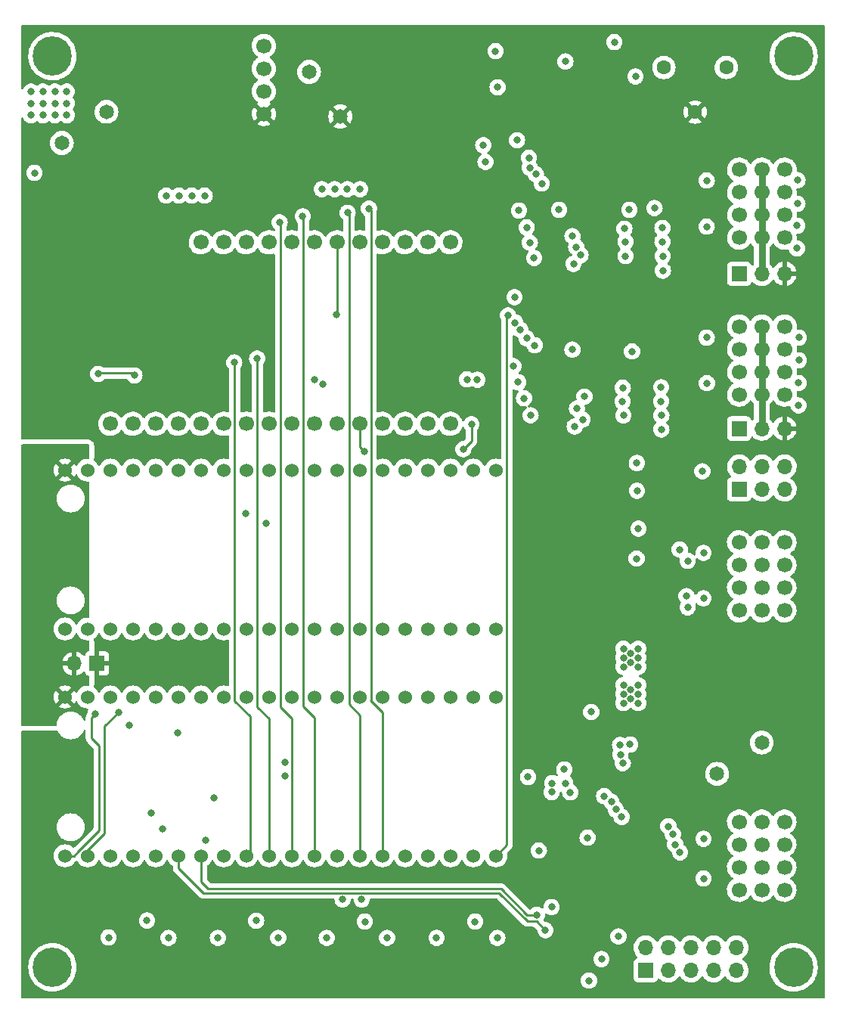
<source format=gbr>
%TF.GenerationSoftware,KiCad,Pcbnew,(6.0.8-1)-1*%
%TF.CreationDate,2023-12-28T14:34:08-05:00*%
%TF.ProjectId,Pico Robotic Controller,5069636f-2052-46f6-926f-74696320436f,V2*%
%TF.SameCoordinates,Original*%
%TF.FileFunction,Copper,L3,Inr*%
%TF.FilePolarity,Positive*%
%FSLAX46Y46*%
G04 Gerber Fmt 4.6, Leading zero omitted, Abs format (unit mm)*
G04 Created by KiCad (PCBNEW (6.0.8-1)-1) date 2023-12-28 14:34:08*
%MOMM*%
%LPD*%
G01*
G04 APERTURE LIST*
%TA.AperFunction,ComponentPad*%
%ADD10R,1.700000X1.700000*%
%TD*%
%TA.AperFunction,ComponentPad*%
%ADD11O,1.700000X1.700000*%
%TD*%
%TA.AperFunction,ComponentPad*%
%ADD12C,1.700000*%
%TD*%
%TA.AperFunction,ComponentPad*%
%ADD13C,1.524000*%
%TD*%
%TA.AperFunction,ComponentPad*%
%ADD14C,1.650000*%
%TD*%
%TA.AperFunction,ComponentPad*%
%ADD15C,4.400000*%
%TD*%
%TA.AperFunction,ComponentPad*%
%ADD16C,1.600000*%
%TD*%
%TA.AperFunction,ViaPad*%
%ADD17C,0.800000*%
%TD*%
%TA.AperFunction,Conductor*%
%ADD18C,0.250000*%
%TD*%
%TA.AperFunction,Conductor*%
%ADD19C,0.750000*%
%TD*%
%TA.AperFunction,Conductor*%
%ADD20C,0.350000*%
%TD*%
G04 APERTURE END LIST*
D10*
%TO.N,+5V*%
%TO.C,J6*%
X113064000Y-113211600D03*
D11*
%TO.N,VBUS*%
X110524000Y-113211600D03*
%TD*%
D12*
%TO.N,/PWM0*%
%TO.C,J2*%
X184957000Y-138531600D03*
%TO.N,/SERVO_VDD*%
X187497000Y-138531600D03*
%TO.N,GND*%
X190037000Y-138531600D03*
%TO.N,/PWM1*%
X184957000Y-135991600D03*
%TO.N,/SERVO_VDD*%
X187497000Y-135991600D03*
%TO.N,GND*%
X190037000Y-135991600D03*
%TO.N,/PWM2*%
X184957000Y-133451600D03*
%TO.N,/SERVO_VDD*%
X187497000Y-133451600D03*
%TO.N,GND*%
X190037000Y-133451600D03*
%TO.N,/PWM3*%
X184957000Y-130911600D03*
%TO.N,/SERVO_VDD*%
X187497000Y-130911600D03*
%TO.N,GND*%
X190037000Y-130911600D03*
%TD*%
D10*
%TO.N,/ADC0*%
%TO.C,J10*%
X184972000Y-93700200D03*
D11*
%TO.N,/ADC1*%
X184972000Y-91160200D03*
%TO.N,+3V3*%
X187512000Y-93700200D03*
X187512000Y-91160200D03*
%TO.N,GND*%
X190052000Y-93700200D03*
X190052000Y-91160200D03*
%TD*%
D12*
%TO.N,/PWM4*%
%TO.C,J4*%
X184957000Y-107253400D03*
%TO.N,/SERVO_VDD*%
X187497000Y-107253400D03*
%TO.N,GND*%
X190037000Y-107253400D03*
%TO.N,/PWM5*%
X184957000Y-104713400D03*
%TO.N,/SERVO_VDD*%
X187497000Y-104713400D03*
%TO.N,GND*%
X190037000Y-104713400D03*
%TO.N,/PWM6*%
X184957000Y-102173400D03*
%TO.N,/SERVO_VDD*%
X187497000Y-102173400D03*
%TO.N,GND*%
X190037000Y-102173400D03*
%TO.N,/PWM7*%
X184957000Y-99633400D03*
%TO.N,/SERVO_VDD*%
X187497000Y-99633400D03*
%TO.N,GND*%
X190037000Y-99633400D03*
%TD*%
D10*
%TO.N,+3V3*%
%TO.C,J9*%
X184972000Y-69570600D03*
D11*
%TO.N,/VIOB*%
X187512000Y-69570600D03*
%TO.N,+5V*%
X190052000Y-69570600D03*
%TD*%
D13*
%TO.N,/DIO0*%
%TO.C,U2*%
X109474000Y-134721600D03*
%TO.N,/DIO1*%
X112014000Y-134721600D03*
%TO.N,GND*%
X114554000Y-134721600D03*
%TO.N,/SWITCH_SDA1*%
X117094000Y-134721600D03*
%TO.N,/SWITCH_SCL1*%
X119634000Y-134721600D03*
%TO.N,/SWITCH_SDA0*%
X122174000Y-134721600D03*
%TO.N,/SWITCH_SCL0*%
X124714000Y-134721600D03*
%TO.N,GND*%
X127254000Y-134721600D03*
%TO.N,/DIO2*%
X129794000Y-134721600D03*
%TO.N,/DIO3*%
X132334000Y-134721600D03*
%TO.N,/DIO4*%
X134874000Y-134721600D03*
%TO.N,/DIO5*%
X137414000Y-134721600D03*
%TO.N,GND*%
X139954000Y-134721600D03*
%TO.N,/DIO6*%
X142494000Y-134721600D03*
%TO.N,/DIO7*%
X145034000Y-134721600D03*
%TO.N,/PWM_OEn*%
X147574000Y-134721600D03*
%TO.N,/SWITCH_RESETN*%
X150114000Y-134721600D03*
%TO.N,GND*%
X152654000Y-134721600D03*
%TO.N,/DIO_EN*%
X155194000Y-134721600D03*
%TO.N,/ETHSPI_CS*%
X157734000Y-134721600D03*
%TO.N,/PICOWBELL_MISO*%
X157734000Y-116941600D03*
%TO.N,/NEOPIXEL_BRD*%
X155194000Y-116941600D03*
%TO.N,GND*%
X152654000Y-116941600D03*
%TO.N,/PICOWBELL_SCK*%
X150114000Y-116941600D03*
%TO.N,/PICOWBELL_MOSI*%
X147574000Y-116941600D03*
%TO.N,/PICOWBELL_CS*%
X145034000Y-116941600D03*
%TO.N,/PICOWBELL_INT*%
X142494000Y-116941600D03*
%TO.N,GND*%
X139954000Y-116941600D03*
%TO.N,/NEOPIXEL*%
X137414000Y-116941600D03*
%TO.N,/RESETn*%
X134874000Y-116941600D03*
%TO.N,/ADC0_BUF*%
X132334000Y-116941600D03*
%TO.N,/ADC1_BUF*%
X129794000Y-116941600D03*
%TO.N,GND*%
X127254000Y-116941600D03*
%TO.N,unconnected-(U2-Pad34)*%
X124714000Y-116941600D03*
%TO.N,unconnected-(U2-Pad35)*%
X122174000Y-116941600D03*
%TO.N,+3V3*%
X119634000Y-116941600D03*
%TO.N,unconnected-(U2-Pad37)*%
X117094000Y-116941600D03*
%TO.N,GND*%
X114554000Y-116941600D03*
%TO.N,/VSYS*%
X112014000Y-116941600D03*
%TO.N,VBUS*%
X109474000Y-116941600D03*
%TD*%
D12*
%TO.N,Net-(R1-Pad2)*%
%TO.C,U1*%
X131734000Y-44051600D03*
%TO.N,+12V*%
X131734000Y-46591600D03*
%TO.N,GND*%
X131734000Y-49131600D03*
%TO.N,+5V*%
X131734000Y-51671600D03*
%TD*%
D14*
%TO.N,/SERVO_VDD*%
%TO.C,J12*%
X182497000Y-125547000D03*
%TO.N,GND*%
X187497000Y-122047000D03*
%TD*%
D15*
%TO.N,unconnected-(H4-Pad1)*%
%TO.C,H4*%
X191064000Y-45211600D03*
%TD*%
D10*
%TO.N,+3V3*%
%TO.C,J5*%
X184972000Y-86888000D03*
D11*
%TO.N,/VIOA*%
X187512000Y-86888000D03*
%TO.N,+5V*%
X190052000Y-86888000D03*
%TD*%
D16*
%TO.N,/NEOPIXEL*%
%TO.C,J3*%
X183535000Y-46461600D03*
%TO.N,+5V*%
X180035000Y-51461600D03*
%TO.N,GND*%
X176535000Y-46461600D03*
%TD*%
D13*
%TO.N,unconnected-(U3-Pad1)*%
%TO.C,U3*%
X109474000Y-109321600D03*
%TO.N,unconnected-(U3-Pad2)*%
X112014000Y-109321600D03*
%TO.N,GND*%
X114554000Y-109321600D03*
%TO.N,unconnected-(U3-Pad4)*%
X117094000Y-109321600D03*
%TO.N,unconnected-(U3-Pad5)*%
X119634000Y-109321600D03*
%TO.N,unconnected-(U3-Pad6)*%
X122174000Y-109321600D03*
%TO.N,unconnected-(U3-Pad7)*%
X124714000Y-109321600D03*
%TO.N,GND*%
X127254000Y-109321600D03*
%TO.N,unconnected-(U3-Pad9)*%
X129794000Y-109321600D03*
%TO.N,unconnected-(U3-Pad10)*%
X132334000Y-109321600D03*
%TO.N,unconnected-(U3-Pad11)*%
X134874000Y-109321600D03*
%TO.N,unconnected-(U3-Pad12)*%
X137414000Y-109321600D03*
%TO.N,GND*%
X139954000Y-109321600D03*
%TO.N,unconnected-(U3-Pad14)*%
X142494000Y-109321600D03*
%TO.N,unconnected-(U3-Pad15)*%
X145034000Y-109321600D03*
%TO.N,unconnected-(U3-Pad16)*%
X147574000Y-109321600D03*
%TO.N,unconnected-(U3-Pad17)*%
X150114000Y-109321600D03*
%TO.N,GND*%
X152654000Y-109321600D03*
%TO.N,unconnected-(U3-Pad19)*%
X155194000Y-109321600D03*
%TO.N,unconnected-(U3-Pad20)*%
X157734000Y-109321600D03*
%TO.N,/PICOWBELL_MISO*%
X157734000Y-91541600D03*
%TO.N,unconnected-(U3-Pad22)*%
X155194000Y-91541600D03*
%TO.N,GND*%
X152654000Y-91541600D03*
%TO.N,/PICOWBELL_SCK*%
X150114000Y-91541600D03*
%TO.N,/PICOWBELL_MOSI*%
X147574000Y-91541600D03*
%TO.N,/PICOWBELL_CS*%
X145034000Y-91541600D03*
%TO.N,/PICOWBELL_INT*%
X142494000Y-91541600D03*
%TO.N,GND*%
X139954000Y-91541600D03*
%TO.N,unconnected-(U3-Pad29)*%
X137414000Y-91541600D03*
%TO.N,unconnected-(U3-Pad30)*%
X134874000Y-91541600D03*
%TO.N,unconnected-(U3-Pad31)*%
X132334000Y-91541600D03*
%TO.N,unconnected-(U3-Pad32)*%
X129794000Y-91541600D03*
%TO.N,GND*%
X127254000Y-91541600D03*
%TO.N,unconnected-(U3-Pad34)*%
X124714000Y-91541600D03*
%TO.N,unconnected-(U3-Pad35)*%
X122174000Y-91541600D03*
%TO.N,+3V3*%
X119634000Y-91541600D03*
%TO.N,unconnected-(U3-Pad37)*%
X117094000Y-91541600D03*
%TO.N,GND*%
X114554000Y-91541600D03*
%TO.N,unconnected-(U3-Pad39)*%
X112014000Y-91541600D03*
%TO.N,VBUS*%
X109474000Y-91541600D03*
%TD*%
D15*
%TO.N,unconnected-(H3-Pad1)*%
%TO.C,H3*%
X191064000Y-147211600D03*
%TD*%
D12*
%TO.N,unconnected-(U6-Pad1)*%
%TO.C,U6*%
X114554000Y-86366600D03*
%TO.N,+3V3*%
X117064000Y-86366600D03*
%TO.N,unconnected-(U6-Pad3)*%
X119604000Y-86366600D03*
%TO.N,GND*%
X122144000Y-86366600D03*
%TO.N,unconnected-(U6-Pad5)*%
X124684000Y-86366600D03*
%TO.N,unconnected-(U6-Pad6)*%
X127224000Y-86366600D03*
%TO.N,unconnected-(U6-Pad7)*%
X129764000Y-86366600D03*
%TO.N,unconnected-(U6-Pad8)*%
X132304000Y-86366600D03*
%TO.N,unconnected-(U6-Pad9)*%
X134844000Y-86366600D03*
%TO.N,unconnected-(U6-Pad10)*%
X137384000Y-86366600D03*
%TO.N,/PICOWBELL_SCK*%
X139924000Y-86366600D03*
%TO.N,/PICOWBELL_MOSI*%
X142464000Y-86366600D03*
%TO.N,/PICOWBELL_MISO*%
X145004000Y-86366600D03*
%TO.N,unconnected-(U6-Pad14)*%
X147544000Y-86366600D03*
%TO.N,unconnected-(U6-Pad15)*%
X150084000Y-86366600D03*
%TO.N,unconnected-(U6-Pad16)*%
X152624000Y-86366600D03*
%TO.N,unconnected-(U6-Pad17)*%
X152624000Y-66046600D03*
%TO.N,unconnected-(U6-Pad18)*%
X150084000Y-66046600D03*
%TO.N,unconnected-(U6-Pad19)*%
X147544000Y-66046600D03*
%TO.N,unconnected-(U6-Pad20)*%
X145004000Y-66046600D03*
%TO.N,unconnected-(U6-Pad21)*%
X142464000Y-66046600D03*
%TO.N,/ETHSPI_CS*%
X139924000Y-66046600D03*
%TO.N,unconnected-(U6-Pad23)*%
X137384000Y-66046600D03*
%TO.N,unconnected-(U6-Pad24)*%
X134844000Y-66046600D03*
%TO.N,unconnected-(U6-Pad25)*%
X132304000Y-66046600D03*
%TO.N,unconnected-(U6-Pad26)*%
X129764000Y-66046600D03*
%TO.N,unconnected-(U6-Pad27)*%
X127224000Y-66046600D03*
%TO.N,unconnected-(U6-Pad28)*%
X124684000Y-66046600D03*
%TD*%
D14*
%TO.N,+5V*%
%TO.C,J11*%
X140301000Y-51960000D03*
%TO.N,GND*%
X136801000Y-46960000D03*
%TD*%
D12*
%TO.N,/DIO0_LS*%
%TO.C,J7*%
X184972000Y-83078000D03*
%TO.N,/VIOA*%
X187512000Y-83078000D03*
%TO.N,GND*%
X190052000Y-83078000D03*
%TO.N,/DIO1_LS*%
X184972000Y-80538000D03*
%TO.N,/VIOA*%
X187512000Y-80538000D03*
%TO.N,GND*%
X190052000Y-80538000D03*
%TO.N,/DIO2_LS*%
X184972000Y-77998000D03*
%TO.N,/VIOA*%
X187512000Y-77998000D03*
%TO.N,GND*%
X190052000Y-77998000D03*
%TO.N,/DIO3_LS*%
X184972000Y-75458000D03*
%TO.N,/VIOA*%
X187512000Y-75458000D03*
%TO.N,GND*%
X190052000Y-75458000D03*
%TD*%
%TO.N,/DIO4_LS*%
%TO.C,J8*%
X184972000Y-65532000D03*
%TO.N,/VIOB*%
X187512000Y-65532000D03*
%TO.N,GND*%
X190052000Y-65532000D03*
%TO.N,/DIO5_LS*%
X184972000Y-62992000D03*
%TO.N,/VIOB*%
X187512000Y-62992000D03*
%TO.N,GND*%
X190052000Y-62992000D03*
%TO.N,/DIO6_LS*%
X184972000Y-60452000D03*
%TO.N,/VIOB*%
X187512000Y-60452000D03*
%TO.N,GND*%
X190052000Y-60452000D03*
%TO.N,/DIO7_LS*%
X184972000Y-57912000D03*
%TO.N,/VIOB*%
X187512000Y-57912000D03*
%TO.N,GND*%
X190052000Y-57912000D03*
%TD*%
D14*
%TO.N,+BATT*%
%TO.C,J1*%
X114114000Y-51424600D03*
%TO.N,GND*%
X109114000Y-54924600D03*
%TD*%
D15*
%TO.N,unconnected-(H2-Pad1)*%
%TO.C,H2*%
X108064000Y-147211600D03*
%TD*%
%TO.N,unconnected-(H1-Pad1)*%
%TO.C,H1*%
X108064000Y-45211600D03*
%TD*%
D10*
%TO.N,+3V3*%
%TO.C,J13*%
X174498000Y-147548600D03*
D11*
%TO.N,GND*%
X174498000Y-145008600D03*
%TO.N,/M0_IN1*%
X177038000Y-147548600D03*
%TO.N,/M0_IN2*%
X177038000Y-145008600D03*
%TO.N,/M1_IN1*%
X179578000Y-147548600D03*
%TO.N,/M1_IN2*%
X179578000Y-145008600D03*
%TO.N,/M2_IN1*%
X182118000Y-147548600D03*
%TO.N,/M2_IN2*%
X182118000Y-145008600D03*
%TO.N,/M3_IN1*%
X184658000Y-147548600D03*
%TO.N,/M3_IN2*%
X184658000Y-145008600D03*
%TD*%
D17*
%TO.N,GND*%
X165506400Y-45796200D03*
X120814000Y-60811600D03*
X166420800Y-68453000D03*
X139660133Y-60096400D03*
X181356000Y-81813400D03*
X165381034Y-125061633D03*
X126187200Y-128219200D03*
X122123200Y-120980200D03*
X172003000Y-111543800D03*
X180975000Y-100812600D03*
X168402000Y-118618000D03*
X145542000Y-143916400D03*
X130878500Y-141986000D03*
X119126000Y-129895600D03*
X138785600Y-143916400D03*
X172828000Y-112068800D03*
X162534600Y-134137400D03*
X126593600Y-143916400D03*
X173482000Y-101447600D03*
X173507400Y-90754200D03*
X163957000Y-140462000D03*
X116636800Y-120142000D03*
X172828000Y-116136300D03*
X164795200Y-62407800D03*
X173355000Y-47472600D03*
X173653000Y-116623800D03*
X159816800Y-72186800D03*
X142526800Y-60096400D03*
X138226800Y-60096400D03*
X155397200Y-142087600D03*
X180975000Y-105892600D03*
X172003000Y-117636300D03*
X166293800Y-78054200D03*
X118656290Y-141973417D03*
X172003000Y-115611300D03*
X180848000Y-91668600D03*
X122247333Y-60811600D03*
X172828000Y-117148800D03*
X173532800Y-93853000D03*
X180975000Y-137261600D03*
X169545000Y-146278600D03*
X173653000Y-113568800D03*
X133350000Y-143916400D03*
X172003000Y-113568800D03*
X160096200Y-54610000D03*
X172003000Y-112556300D03*
X181330600Y-59131200D03*
X173685200Y-98094800D03*
X172003000Y-116623800D03*
X157917000Y-48686600D03*
X123680666Y-60811600D03*
X157886400Y-143916400D03*
X173653000Y-112556300D03*
X180975000Y-132816600D03*
X168148000Y-148691600D03*
X114350800Y-143865600D03*
X173653000Y-117636300D03*
X167995600Y-132689600D03*
X181330600Y-76708000D03*
X166547800Y-86657300D03*
X141093466Y-60096400D03*
X173653000Y-111543800D03*
X172828000Y-113081300D03*
X125222000Y-132943600D03*
X151079200Y-143916400D03*
X106045000Y-58267600D03*
X181330600Y-64287400D03*
X173653000Y-115611300D03*
X125114000Y-60811600D03*
X161315400Y-125907800D03*
X143052800Y-142087600D03*
X121056400Y-143916400D03*
X171450000Y-143738600D03*
X175488600Y-62204600D03*
%TO.N,+5V*%
X105308400Y-63093600D03*
X115951000Y-60426600D03*
X106426000Y-63093600D03*
X166522400Y-42824400D03*
%TO.N,+BATT*%
X109664000Y-49161600D03*
X109664000Y-51811600D03*
X106997333Y-51811600D03*
X106997333Y-49161600D03*
X108330666Y-51811600D03*
X109664000Y-50486600D03*
X108330666Y-50486600D03*
X105664000Y-51811600D03*
X106997333Y-50486600D03*
X105664000Y-49161600D03*
X105664000Y-50486600D03*
X108330666Y-49161600D03*
%TO.N,/NEOPIXEL_BRD*%
X170992800Y-43637200D03*
X154990800Y-86410800D03*
X156565600Y-57048400D03*
X154076400Y-89204800D03*
X156311600Y-55168800D03*
%TO.N,/DIO0*%
X117246400Y-80944400D03*
X113182400Y-80772000D03*
X112877600Y-118821200D03*
X161607500Y-85407500D03*
X162077400Y-77571600D03*
%TO.N,/DIO1*%
X161163000Y-76784200D03*
X115443000Y-118643400D03*
X160870900Y-83502500D03*
%TO.N,/DIO2*%
X160467599Y-75840790D03*
X128422400Y-79495400D03*
X160223200Y-81711800D03*
%TO.N,/DIO3*%
X159677100Y-79895700D03*
X159880900Y-75031600D03*
X130987800Y-79045400D03*
%TO.N,/DIO4*%
X162001200Y-67792600D03*
X162864800Y-59461400D03*
X133502400Y-63804800D03*
%TO.N,/DIO5*%
X136093200Y-63144400D03*
X161518600Y-66065400D03*
X162198713Y-58415829D03*
%TO.N,/DIO6*%
X141122400Y-62731900D03*
X161175700Y-64376300D03*
X161518600Y-57683400D03*
%TO.N,/DIO7*%
X161417000Y-56591200D03*
X143510000Y-62267500D03*
X160303699Y-62479701D03*
%TO.N,/PWM6*%
X179197000Y-101701600D03*
X177546000Y-132308600D03*
%TO.N,/PWM7*%
X177038000Y-131419600D03*
X178308000Y-100431600D03*
%TO.N,/PWM4*%
X179197000Y-106908600D03*
X178345500Y-134340600D03*
%TO.N,/PWM5*%
X179070000Y-105638600D03*
X177800000Y-133451600D03*
%TO.N,/ST_SDA2*%
X134149500Y-125750500D03*
X134149500Y-124301500D03*
%TO.N,/ST_SCL3*%
X142697200Y-139604500D03*
X140563600Y-139604500D03*
%TO.N,/NEOPIXEL*%
X155651200Y-81432400D03*
X138328400Y-81902900D03*
%TO.N,/SWITCH_SCL0*%
X162306000Y-141325600D03*
X164033200Y-126593600D03*
X165494300Y-126593600D03*
%TO.N,/SWITCH_SDA0*%
X166039800Y-127609600D03*
X163975224Y-127591420D03*
X163271200Y-143052800D03*
%TO.N,/SWITCH_RESETN*%
X120396000Y-131673600D03*
%TO.N,/RESETn*%
X137414000Y-81394400D03*
X154482800Y-81394400D03*
X157683200Y-44653200D03*
%TO.N,/ETHSPI_CS*%
X139903200Y-74161900D03*
X159080200Y-74218800D03*
%TO.N,/PICOWBELL_MOSI*%
X143002000Y-89458800D03*
%TO.N,/M0_IN1*%
X169850300Y-128041400D03*
%TO.N,/M0_IN2*%
X170658584Y-128673809D03*
%TO.N,/M1_IN1*%
X171157300Y-129540000D03*
%TO.N,/M1_IN2*%
X171813900Y-130378200D03*
%TO.N,/M2_IN1*%
X171932600Y-124358400D03*
%TO.N,/M2_IN2*%
X171671184Y-123377186D03*
%TO.N,/M3_IN1*%
X171623698Y-122305102D03*
%TO.N,/M3_IN2*%
X172758904Y-122264411D03*
%TO.N,/DIO_EN*%
X172974000Y-78257400D03*
X172669200Y-62407800D03*
%TO.N,/ADC0_BUF*%
X132029200Y-97485200D03*
%TO.N,/ADC1_BUF*%
X129743200Y-96418400D03*
%TO.N,Net-(D17-Pad1)*%
X191643000Y-76708000D03*
X176225200Y-82270600D03*
%TO.N,Net-(D18-Pad1)*%
X176377600Y-64439800D03*
X191497200Y-59087000D03*
%TO.N,Net-(D19-Pad1)*%
X191490600Y-61722000D03*
X176377600Y-65989200D03*
%TO.N,Net-(D20-Pad1)*%
X191465200Y-64185800D03*
X176403000Y-67589400D03*
%TO.N,Net-(D21-Pad1)*%
X176428400Y-69215000D03*
X191439800Y-66725800D03*
%TO.N,Net-(D22-Pad1)*%
X176225200Y-83845400D03*
X191643000Y-79248000D03*
%TO.N,Net-(D23-Pad1)*%
X191617600Y-81788000D03*
X176250600Y-85420200D03*
%TO.N,Net-(D24-Pad1)*%
X176250600Y-86995000D03*
X191617600Y-84302600D03*
%TO.N,Net-(R10-Pad1)*%
X171932600Y-82321400D03*
X167640000Y-83312000D03*
%TO.N,Net-(R11-Pad1)*%
X166293800Y-65354200D03*
X172110400Y-64516000D03*
%TO.N,Net-(R12-Pad1)*%
X166725600Y-66573400D03*
X172237400Y-65989200D03*
%TO.N,Net-(R13-Pad1)*%
X172237400Y-67589400D03*
X167208200Y-67487800D03*
%TO.N,Net-(R15-Pad1)*%
X166801800Y-84632800D03*
X171907200Y-83845400D03*
%TO.N,Net-(R16-Pad1)*%
X167436800Y-85877400D03*
X172008800Y-85420200D03*
%TD*%
D18*
%TO.N,/DIO3*%
X131013200Y-79070800D02*
X131013200Y-118059200D01*
X130987800Y-79045400D02*
X131013200Y-79070800D01*
X131013200Y-118059200D02*
X132334000Y-119380000D01*
X132334000Y-119380000D02*
X132334000Y-134721600D01*
%TO.N,/DIO2*%
X130200400Y-119126000D02*
X130200400Y-134315200D01*
X128422400Y-79495400D02*
X128473200Y-79546200D01*
X128473200Y-79546200D02*
X128473200Y-117398800D01*
X128473200Y-117398800D02*
X130200400Y-119126000D01*
X130200400Y-134315200D02*
X129794000Y-134721600D01*
%TO.N,/NEOPIXEL_BRD*%
X154076400Y-89204800D02*
X154990800Y-88290400D01*
X154990800Y-88290400D02*
X154990800Y-86410800D01*
%TO.N,/DIO0*%
X112432000Y-119266800D02*
X112877600Y-118821200D01*
X113284000Y-80670400D02*
X113182400Y-80772000D01*
X110490000Y-134721600D02*
X110927000Y-134284600D01*
X117246400Y-80944400D02*
X116972400Y-80670400D01*
X116972400Y-80670400D02*
X113284000Y-80670400D01*
X110927000Y-134284600D02*
X110927000Y-134271349D01*
X109474000Y-134721600D02*
X110490000Y-134721600D01*
X113284000Y-131914349D02*
X113284000Y-122428000D01*
X110927000Y-134271349D02*
X113284000Y-131914349D01*
X112432000Y-121576000D02*
X112432000Y-119266800D01*
X113284000Y-122428000D02*
X112432000Y-121576000D01*
%TO.N,/DIO1*%
X113882000Y-120204400D02*
X115443000Y-118643400D01*
X113882000Y-132218600D02*
X113882000Y-120204400D01*
X112014000Y-134721600D02*
X112014000Y-134086600D01*
X112014000Y-134086600D02*
X113882000Y-132218600D01*
%TO.N,/DIO4*%
X133502400Y-63804800D02*
X133604000Y-63906400D01*
X133604000Y-118059200D02*
X134874000Y-119329200D01*
X133604000Y-63906400D02*
X133604000Y-118059200D01*
X134874000Y-119329200D02*
X134874000Y-134721600D01*
%TO.N,/DIO5*%
X136144000Y-117957600D02*
X137414000Y-119227600D01*
X137414000Y-119227600D02*
X137414000Y-134721600D01*
X136144000Y-63195200D02*
X136144000Y-117957600D01*
X136093200Y-63144400D02*
X136144000Y-63195200D01*
%TO.N,/DIO6*%
X141289000Y-117768600D02*
X142494000Y-118973600D01*
X142494000Y-118973600D02*
X142494000Y-134721600D01*
X141289000Y-62898500D02*
X141289000Y-117768600D01*
X141122400Y-62731900D02*
X141289000Y-62898500D01*
%TO.N,/DIO7*%
X143510000Y-62267500D02*
X143727000Y-62484500D01*
X143662400Y-117297200D02*
X145034000Y-118668800D01*
X143727000Y-62484500D02*
X143727000Y-117232600D01*
X145034000Y-118668800D02*
X145034000Y-134721600D01*
X143727000Y-117232600D02*
X143662400Y-117297200D01*
D19*
%TO.N,/VIOA*%
X187512000Y-77631600D02*
X187512000Y-86888000D01*
X187512000Y-75458000D02*
X187512000Y-77631600D01*
%TO.N,/VIOB*%
X187512000Y-57912000D02*
X187512000Y-69570600D01*
D20*
X187502800Y-59817000D02*
X187528200Y-59791600D01*
D18*
%TO.N,/SWITCH_SCL0*%
X124714000Y-134721600D02*
X124714000Y-137668000D01*
X125476000Y-138430000D02*
X158292800Y-138430000D01*
X161239200Y-141376400D02*
X162255200Y-141376400D01*
X162255200Y-141376400D02*
X162306000Y-141325600D01*
X158292800Y-138430000D02*
X161239200Y-141376400D01*
X124714000Y-137668000D02*
X125476000Y-138430000D01*
%TO.N,/SWITCH_SDA0*%
X161263204Y-142036800D02*
X161991895Y-142036800D01*
X124960800Y-138880000D02*
X158106404Y-138880000D01*
X161991895Y-142036800D02*
X162005695Y-142050600D01*
X162269000Y-142050600D02*
X163271200Y-143052800D01*
X122174000Y-134721600D02*
X122174000Y-136093200D01*
X162005695Y-142050600D02*
X162269000Y-142050600D01*
X158106404Y-138880000D02*
X161263204Y-142036800D01*
X122174000Y-136093200D02*
X124960800Y-138880000D01*
%TO.N,/ETHSPI_CS*%
X158952100Y-74346900D02*
X158952100Y-133503500D01*
X158952100Y-133503500D02*
X157734000Y-134721600D01*
X139924000Y-74141100D02*
X139924000Y-66046600D01*
X159080200Y-74218800D02*
X158952100Y-74346900D01*
X139903200Y-74161900D02*
X139924000Y-74141100D01*
%TO.N,/PICOWBELL_MOSI*%
X142464000Y-88920800D02*
X143002000Y-89458800D01*
X142464000Y-86366600D02*
X142464000Y-88920800D01*
%TD*%
%TA.AperFunction,Conductor*%
%TO.N,VBUS*%
G36*
X112164121Y-88677602D02*
G01*
X112210614Y-88731258D01*
X112222000Y-88783600D01*
X112222000Y-90146939D01*
X112201998Y-90215060D01*
X112148342Y-90261553D01*
X112085019Y-90272460D01*
X112019475Y-90266726D01*
X112014000Y-90266247D01*
X111792537Y-90285622D01*
X111648949Y-90324097D01*
X111583114Y-90341737D01*
X111583112Y-90341738D01*
X111577804Y-90343160D01*
X111572823Y-90345482D01*
X111572822Y-90345483D01*
X111381311Y-90434786D01*
X111381306Y-90434789D01*
X111376324Y-90437112D01*
X111371817Y-90440268D01*
X111371815Y-90440269D01*
X111198730Y-90561464D01*
X111198727Y-90561466D01*
X111194219Y-90564623D01*
X111037023Y-90721819D01*
X111033866Y-90726327D01*
X111033864Y-90726330D01*
X110912669Y-90899415D01*
X110909512Y-90903924D01*
X110907189Y-90908906D01*
X110907186Y-90908911D01*
X110857919Y-91014565D01*
X110811001Y-91067850D01*
X110742724Y-91087311D01*
X110674764Y-91066769D01*
X110629529Y-91014565D01*
X110580377Y-90909159D01*
X110574897Y-90899668D01*
X110544206Y-90855835D01*
X110533729Y-90847460D01*
X110520282Y-90854528D01*
X109846022Y-91528788D01*
X109838408Y-91542732D01*
X109838539Y-91544565D01*
X109842790Y-91551180D01*
X110521003Y-92229393D01*
X110532777Y-92235823D01*
X110544793Y-92226526D01*
X110574897Y-92183532D01*
X110580377Y-92174041D01*
X110629529Y-92068635D01*
X110676447Y-92015350D01*
X110744724Y-91995889D01*
X110812684Y-92016431D01*
X110857919Y-92068635D01*
X110907186Y-92174289D01*
X110907189Y-92174294D01*
X110909512Y-92179276D01*
X110912668Y-92183783D01*
X110912669Y-92183785D01*
X110949107Y-92235823D01*
X111037023Y-92361381D01*
X111194219Y-92518577D01*
X111198727Y-92521734D01*
X111198730Y-92521736D01*
X111274495Y-92574787D01*
X111376323Y-92646088D01*
X111381305Y-92648411D01*
X111381310Y-92648414D01*
X111571810Y-92737245D01*
X111577804Y-92740040D01*
X111583112Y-92741462D01*
X111583114Y-92741463D01*
X111648949Y-92759103D01*
X111792537Y-92797578D01*
X112014000Y-92816953D01*
X112019475Y-92816474D01*
X112085019Y-92810740D01*
X112154624Y-92824730D01*
X112205616Y-92874129D01*
X112222000Y-92936261D01*
X112222000Y-107926939D01*
X112201998Y-107995060D01*
X112148342Y-108041553D01*
X112085019Y-108052460D01*
X112019475Y-108046726D01*
X112014000Y-108046247D01*
X111792537Y-108065622D01*
X111648949Y-108104097D01*
X111583114Y-108121737D01*
X111583112Y-108121738D01*
X111577804Y-108123160D01*
X111572823Y-108125482D01*
X111572822Y-108125483D01*
X111381311Y-108214786D01*
X111381306Y-108214789D01*
X111376324Y-108217112D01*
X111371817Y-108220268D01*
X111371815Y-108220269D01*
X111198730Y-108341464D01*
X111198727Y-108341466D01*
X111194219Y-108344623D01*
X111037023Y-108501819D01*
X110909512Y-108683924D01*
X110907189Y-108688906D01*
X110907186Y-108688911D01*
X110858195Y-108793973D01*
X110811277Y-108847258D01*
X110743000Y-108866719D01*
X110675040Y-108846177D01*
X110629805Y-108793973D01*
X110580814Y-108688911D01*
X110580811Y-108688906D01*
X110578488Y-108683924D01*
X110450977Y-108501819D01*
X110293781Y-108344623D01*
X110289273Y-108341466D01*
X110289270Y-108341464D01*
X110213505Y-108288413D01*
X110111677Y-108217112D01*
X110106695Y-108214789D01*
X110106690Y-108214786D01*
X109915178Y-108125483D01*
X109915177Y-108125482D01*
X109910196Y-108123160D01*
X109904888Y-108121738D01*
X109904886Y-108121737D01*
X109839051Y-108104097D01*
X109695463Y-108065622D01*
X109474000Y-108046247D01*
X109252537Y-108065622D01*
X109108949Y-108104097D01*
X109043114Y-108121737D01*
X109043112Y-108121738D01*
X109037804Y-108123160D01*
X109032823Y-108125482D01*
X109032822Y-108125483D01*
X108841311Y-108214786D01*
X108841306Y-108214789D01*
X108836324Y-108217112D01*
X108831817Y-108220268D01*
X108831815Y-108220269D01*
X108658730Y-108341464D01*
X108658727Y-108341466D01*
X108654219Y-108344623D01*
X108497023Y-108501819D01*
X108369512Y-108683924D01*
X108367189Y-108688906D01*
X108367186Y-108688911D01*
X108318195Y-108793973D01*
X108275560Y-108885404D01*
X108218022Y-109100137D01*
X108198647Y-109321600D01*
X108218022Y-109543063D01*
X108275560Y-109757796D01*
X108277882Y-109762777D01*
X108277883Y-109762778D01*
X108367186Y-109954289D01*
X108367189Y-109954294D01*
X108369512Y-109959276D01*
X108497023Y-110141381D01*
X108654219Y-110298577D01*
X108658727Y-110301734D01*
X108658730Y-110301736D01*
X108734495Y-110354787D01*
X108836323Y-110426088D01*
X108841305Y-110428411D01*
X108841310Y-110428414D01*
X109032822Y-110517717D01*
X109037804Y-110520040D01*
X109043112Y-110521462D01*
X109043114Y-110521463D01*
X109108949Y-110539103D01*
X109252537Y-110577578D01*
X109474000Y-110596953D01*
X109695463Y-110577578D01*
X109839051Y-110539103D01*
X109904886Y-110521463D01*
X109904888Y-110521462D01*
X109910196Y-110520040D01*
X109915178Y-110517717D01*
X110106690Y-110428414D01*
X110106695Y-110428411D01*
X110111677Y-110426088D01*
X110213505Y-110354787D01*
X110289270Y-110301736D01*
X110289273Y-110301734D01*
X110293781Y-110298577D01*
X110450977Y-110141381D01*
X110578488Y-109959276D01*
X110580811Y-109954294D01*
X110580814Y-109954289D01*
X110629805Y-109849227D01*
X110676723Y-109795942D01*
X110745000Y-109776481D01*
X110812960Y-109797023D01*
X110858195Y-109849227D01*
X110907186Y-109954289D01*
X110907189Y-109954294D01*
X110909512Y-109959276D01*
X111037023Y-110141381D01*
X111194219Y-110298577D01*
X111198727Y-110301734D01*
X111198730Y-110301736D01*
X111274495Y-110354787D01*
X111376323Y-110426088D01*
X111381305Y-110428411D01*
X111381310Y-110428414D01*
X111572822Y-110517717D01*
X111577804Y-110520040D01*
X111583112Y-110521462D01*
X111583114Y-110521463D01*
X111648949Y-110539103D01*
X111792537Y-110577578D01*
X112014000Y-110596953D01*
X112019475Y-110596474D01*
X112085019Y-110590740D01*
X112154624Y-110604730D01*
X112205616Y-110654129D01*
X112222000Y-110716261D01*
X112222000Y-111733948D01*
X112201998Y-111802069D01*
X112148342Y-111848562D01*
X112119087Y-111856606D01*
X112119222Y-111857175D01*
X112111540Y-111859002D01*
X112103684Y-111859855D01*
X111967295Y-111910985D01*
X111850739Y-111998339D01*
X111763385Y-112114895D01*
X111760233Y-112123304D01*
X111760232Y-112123305D01*
X111718722Y-112234033D01*
X111676081Y-112290798D01*
X111609519Y-112315498D01*
X111540170Y-112300291D01*
X111507546Y-112274604D01*
X111456799Y-112218834D01*
X111449273Y-112211815D01*
X111282139Y-112079822D01*
X111273552Y-112074117D01*
X111087117Y-111971199D01*
X111077705Y-111966969D01*
X110876959Y-111895880D01*
X110866988Y-111893246D01*
X110795837Y-111880572D01*
X110782540Y-111882032D01*
X110778000Y-111896589D01*
X110778000Y-114530117D01*
X110782064Y-114543959D01*
X110795478Y-114545993D01*
X110802184Y-114545134D01*
X110812262Y-114542992D01*
X111016255Y-114481791D01*
X111025842Y-114478033D01*
X111217095Y-114384339D01*
X111225945Y-114379064D01*
X111399328Y-114255392D01*
X111407193Y-114248745D01*
X111511897Y-114144405D01*
X111574268Y-114110489D01*
X111645075Y-114115677D01*
X111701837Y-114158323D01*
X111718819Y-114189426D01*
X111763385Y-114308305D01*
X111850739Y-114424861D01*
X111967295Y-114512215D01*
X112103684Y-114563345D01*
X112111540Y-114564198D01*
X112119222Y-114566025D01*
X112118799Y-114567806D01*
X112175177Y-114591237D01*
X112215599Y-114649603D01*
X112222000Y-114689252D01*
X112222000Y-115546939D01*
X112201998Y-115615060D01*
X112148342Y-115661553D01*
X112085019Y-115672460D01*
X112019475Y-115666726D01*
X112014000Y-115666247D01*
X111792537Y-115685622D01*
X111648949Y-115724097D01*
X111583114Y-115741737D01*
X111583112Y-115741738D01*
X111577804Y-115743160D01*
X111572823Y-115745482D01*
X111572822Y-115745483D01*
X111381311Y-115834786D01*
X111381306Y-115834789D01*
X111376324Y-115837112D01*
X111371817Y-115840268D01*
X111371815Y-115840269D01*
X111198730Y-115961464D01*
X111198727Y-115961466D01*
X111194219Y-115964623D01*
X111037023Y-116121819D01*
X111033866Y-116126327D01*
X111033864Y-116126330D01*
X110912669Y-116299415D01*
X110909512Y-116303924D01*
X110907189Y-116308906D01*
X110907186Y-116308911D01*
X110857919Y-116414565D01*
X110811001Y-116467850D01*
X110742724Y-116487311D01*
X110674764Y-116466769D01*
X110629529Y-116414565D01*
X110580377Y-116309159D01*
X110574897Y-116299668D01*
X110544206Y-116255835D01*
X110533729Y-116247460D01*
X110520282Y-116254528D01*
X109846022Y-116928788D01*
X109838408Y-116942732D01*
X109838539Y-116944565D01*
X109842790Y-116951180D01*
X110521003Y-117629393D01*
X110532777Y-117635823D01*
X110544793Y-117626526D01*
X110574897Y-117583532D01*
X110580377Y-117574041D01*
X110629529Y-117468635D01*
X110676447Y-117415350D01*
X110744724Y-117395889D01*
X110812684Y-117416431D01*
X110857919Y-117468635D01*
X110907186Y-117574289D01*
X110907189Y-117574294D01*
X110909512Y-117579276D01*
X110912668Y-117583783D01*
X110912669Y-117583785D01*
X110949107Y-117635823D01*
X111037023Y-117761381D01*
X111194219Y-117918577D01*
X111198727Y-117921734D01*
X111198730Y-117921736D01*
X111274495Y-117974787D01*
X111376323Y-118046088D01*
X111381305Y-118048411D01*
X111381310Y-118048414D01*
X111571810Y-118137245D01*
X111577804Y-118140040D01*
X111583112Y-118141462D01*
X111583114Y-118141463D01*
X111586365Y-118142334D01*
X111792537Y-118197578D01*
X111972531Y-118213325D01*
X112038650Y-118239188D01*
X112080289Y-118296692D01*
X112084230Y-118367579D01*
X112070669Y-118401846D01*
X112043073Y-118449644D01*
X111984058Y-118631272D01*
X111983369Y-118637831D01*
X111983368Y-118637834D01*
X111966346Y-118799791D01*
X111939333Y-118865447D01*
X111932887Y-118872872D01*
X111915414Y-118891479D01*
X111911595Y-118898425D01*
X111911593Y-118898428D01*
X111905652Y-118909234D01*
X111894801Y-118925753D01*
X111882386Y-118941759D01*
X111879241Y-118949028D01*
X111879238Y-118949032D01*
X111864826Y-118982337D01*
X111859609Y-118992987D01*
X111838305Y-119031740D01*
X111836334Y-119039415D01*
X111836334Y-119039416D01*
X111833267Y-119051362D01*
X111826863Y-119070066D01*
X111818819Y-119088655D01*
X111817580Y-119096478D01*
X111817577Y-119096488D01*
X111811901Y-119132324D01*
X111809495Y-119143944D01*
X111798500Y-119186770D01*
X111798500Y-119207024D01*
X111796949Y-119226734D01*
X111793780Y-119246743D01*
X111794526Y-119254635D01*
X111797941Y-119290761D01*
X111798500Y-119302619D01*
X111798500Y-119516484D01*
X111778498Y-119584605D01*
X111724842Y-119631098D01*
X111654568Y-119641202D01*
X111589988Y-119611708D01*
X111556091Y-119564702D01*
X111498820Y-119426439D01*
X111496927Y-119421868D01*
X111389611Y-119246743D01*
X111371342Y-119216930D01*
X111371340Y-119216927D01*
X111368752Y-119212704D01*
X111300101Y-119132324D01*
X111212641Y-119029923D01*
X111209433Y-119026167D01*
X111191825Y-119011128D01*
X111026663Y-118870065D01*
X111026660Y-118870063D01*
X111022896Y-118866848D01*
X111018673Y-118864260D01*
X111018670Y-118864258D01*
X110913468Y-118799791D01*
X110813732Y-118738673D01*
X110669033Y-118678736D01*
X110591665Y-118646689D01*
X110591663Y-118646688D01*
X110587092Y-118644795D01*
X110504437Y-118624951D01*
X110353370Y-118588683D01*
X110353364Y-118588682D01*
X110348557Y-118587528D01*
X110104000Y-118568281D01*
X109859443Y-118587528D01*
X109854636Y-118588682D01*
X109854630Y-118588683D01*
X109703563Y-118624951D01*
X109620908Y-118644795D01*
X109616337Y-118646688D01*
X109616335Y-118646689D01*
X109538967Y-118678736D01*
X109394268Y-118738673D01*
X109294532Y-118799791D01*
X109189330Y-118864258D01*
X109189327Y-118864260D01*
X109185104Y-118866848D01*
X109181340Y-118870063D01*
X109181337Y-118870065D01*
X109016175Y-119011128D01*
X108998567Y-119026167D01*
X108995359Y-119029923D01*
X108907900Y-119132324D01*
X108839248Y-119212704D01*
X108836660Y-119216927D01*
X108836658Y-119216930D01*
X108818389Y-119246743D01*
X108711073Y-119421868D01*
X108709180Y-119426439D01*
X108624407Y-119631098D01*
X108617195Y-119648508D01*
X108559928Y-119887043D01*
X108559540Y-119891977D01*
X108543523Y-120095486D01*
X108518237Y-120161827D01*
X108461099Y-120203967D01*
X108417911Y-120211600D01*
X104698500Y-120211600D01*
X104630379Y-120191598D01*
X104583886Y-120137942D01*
X104572500Y-120085600D01*
X104572500Y-118000377D01*
X108779777Y-118000377D01*
X108789074Y-118012393D01*
X108832069Y-118042498D01*
X108841555Y-118047976D01*
X109032993Y-118137245D01*
X109043285Y-118140991D01*
X109247309Y-118195659D01*
X109258104Y-118197562D01*
X109468525Y-118215972D01*
X109479475Y-118215972D01*
X109689896Y-118197562D01*
X109700691Y-118195659D01*
X109904715Y-118140991D01*
X109915007Y-118137245D01*
X110106445Y-118047976D01*
X110115931Y-118042498D01*
X110159764Y-118011807D01*
X110168139Y-118001329D01*
X110161071Y-117987881D01*
X109486812Y-117313622D01*
X109472868Y-117306008D01*
X109471035Y-117306139D01*
X109464420Y-117310390D01*
X108786207Y-117988603D01*
X108779777Y-118000377D01*
X104572500Y-118000377D01*
X104572500Y-116947075D01*
X108199628Y-116947075D01*
X108218038Y-117157496D01*
X108219941Y-117168291D01*
X108274609Y-117372315D01*
X108278355Y-117382607D01*
X108367623Y-117574041D01*
X108373103Y-117583532D01*
X108403794Y-117627365D01*
X108414271Y-117635740D01*
X108427718Y-117628672D01*
X109101978Y-116954412D01*
X109109592Y-116940468D01*
X109109461Y-116938635D01*
X109105210Y-116932020D01*
X108426997Y-116253807D01*
X108415223Y-116247377D01*
X108403207Y-116256674D01*
X108373103Y-116299668D01*
X108367623Y-116309159D01*
X108278355Y-116500593D01*
X108274609Y-116510885D01*
X108219941Y-116714909D01*
X108218038Y-116725704D01*
X108199628Y-116936125D01*
X108199628Y-116947075D01*
X104572500Y-116947075D01*
X104572500Y-115881871D01*
X108779860Y-115881871D01*
X108786928Y-115895318D01*
X109461188Y-116569578D01*
X109475132Y-116577192D01*
X109476965Y-116577061D01*
X109483580Y-116572810D01*
X110161793Y-115894597D01*
X110168223Y-115882823D01*
X110158926Y-115870807D01*
X110115931Y-115840702D01*
X110106445Y-115835224D01*
X109915007Y-115745955D01*
X109904715Y-115742209D01*
X109700691Y-115687541D01*
X109689896Y-115685638D01*
X109479475Y-115667228D01*
X109468525Y-115667228D01*
X109258104Y-115685638D01*
X109247309Y-115687541D01*
X109043285Y-115742209D01*
X109032993Y-115745955D01*
X108841559Y-115835223D01*
X108832068Y-115840703D01*
X108788235Y-115871394D01*
X108779860Y-115881871D01*
X104572500Y-115881871D01*
X104572500Y-113479566D01*
X109192257Y-113479566D01*
X109222565Y-113614046D01*
X109225645Y-113623875D01*
X109305770Y-113821203D01*
X109310413Y-113830394D01*
X109421694Y-114011988D01*
X109427777Y-114020299D01*
X109567213Y-114181267D01*
X109574580Y-114188483D01*
X109738434Y-114324516D01*
X109746881Y-114330431D01*
X109930756Y-114437879D01*
X109940042Y-114442329D01*
X110139001Y-114518303D01*
X110148899Y-114521179D01*
X110252250Y-114542206D01*
X110266299Y-114541010D01*
X110270000Y-114530665D01*
X110270000Y-113483715D01*
X110265525Y-113468476D01*
X110264135Y-113467271D01*
X110256452Y-113465600D01*
X109207225Y-113465600D01*
X109193694Y-113469573D01*
X109192257Y-113479566D01*
X104572500Y-113479566D01*
X104572500Y-112945783D01*
X109188389Y-112945783D01*
X109189912Y-112954207D01*
X109202292Y-112957600D01*
X110251885Y-112957600D01*
X110267124Y-112953125D01*
X110268329Y-112951735D01*
X110270000Y-112944052D01*
X110270000Y-111894702D01*
X110266082Y-111881358D01*
X110251806Y-111879371D01*
X110213324Y-111885260D01*
X110203288Y-111887651D01*
X110000868Y-111953812D01*
X109991359Y-111957809D01*
X109802463Y-112056142D01*
X109793738Y-112061636D01*
X109623433Y-112189505D01*
X109615726Y-112196348D01*
X109468590Y-112350317D01*
X109462104Y-112358327D01*
X109342098Y-112534249D01*
X109337000Y-112543223D01*
X109247338Y-112736383D01*
X109243775Y-112746070D01*
X109188389Y-112945783D01*
X104572500Y-112945783D01*
X104572500Y-106131600D01*
X108540681Y-106131600D01*
X108559928Y-106376157D01*
X108617195Y-106614692D01*
X108619088Y-106619263D01*
X108619089Y-106619265D01*
X108651136Y-106696633D01*
X108711073Y-106841332D01*
X108839248Y-107050496D01*
X108998567Y-107237033D01*
X109185104Y-107396352D01*
X109189327Y-107398940D01*
X109189330Y-107398942D01*
X109258515Y-107441338D01*
X109394268Y-107524527D01*
X109538967Y-107584464D01*
X109616335Y-107616511D01*
X109616337Y-107616512D01*
X109620908Y-107618405D01*
X109703563Y-107638249D01*
X109854630Y-107674517D01*
X109854636Y-107674518D01*
X109859443Y-107675672D01*
X110104000Y-107694919D01*
X110348557Y-107675672D01*
X110353364Y-107674518D01*
X110353370Y-107674517D01*
X110504437Y-107638249D01*
X110587092Y-107618405D01*
X110591663Y-107616512D01*
X110591665Y-107616511D01*
X110669033Y-107584464D01*
X110813732Y-107524527D01*
X110949485Y-107441338D01*
X111018670Y-107398942D01*
X111018673Y-107398940D01*
X111022896Y-107396352D01*
X111209433Y-107237033D01*
X111368752Y-107050496D01*
X111496927Y-106841332D01*
X111556864Y-106696633D01*
X111588911Y-106619265D01*
X111588912Y-106619263D01*
X111590805Y-106614692D01*
X111648072Y-106376157D01*
X111667319Y-106131600D01*
X111648072Y-105887043D01*
X111590805Y-105648508D01*
X111566612Y-105590100D01*
X111498820Y-105426439D01*
X111496927Y-105421868D01*
X111368752Y-105212704D01*
X111209433Y-105026167D01*
X111022896Y-104866848D01*
X111018673Y-104864260D01*
X111018670Y-104864258D01*
X110949485Y-104821862D01*
X110813732Y-104738673D01*
X110669033Y-104678736D01*
X110591665Y-104646689D01*
X110591663Y-104646688D01*
X110587092Y-104644795D01*
X110504437Y-104624951D01*
X110353370Y-104588683D01*
X110353364Y-104588682D01*
X110348557Y-104587528D01*
X110104000Y-104568281D01*
X109859443Y-104587528D01*
X109854636Y-104588682D01*
X109854630Y-104588683D01*
X109703563Y-104624951D01*
X109620908Y-104644795D01*
X109616337Y-104646688D01*
X109616335Y-104646689D01*
X109538967Y-104678736D01*
X109394268Y-104738673D01*
X109258515Y-104821862D01*
X109189330Y-104864258D01*
X109189327Y-104864260D01*
X109185104Y-104866848D01*
X108998567Y-105026167D01*
X108839248Y-105212704D01*
X108711073Y-105421868D01*
X108709180Y-105426439D01*
X108641389Y-105590100D01*
X108617195Y-105648508D01*
X108559928Y-105887043D01*
X108540681Y-106131600D01*
X104572500Y-106131600D01*
X104572500Y-94731600D01*
X108540681Y-94731600D01*
X108559928Y-94976157D01*
X108617195Y-95214692D01*
X108619088Y-95219263D01*
X108619089Y-95219265D01*
X108651136Y-95296633D01*
X108711073Y-95441332D01*
X108839248Y-95650496D01*
X108998567Y-95837033D01*
X109185104Y-95996352D01*
X109189327Y-95998940D01*
X109189330Y-95998942D01*
X109258515Y-96041338D01*
X109394268Y-96124527D01*
X109538967Y-96184464D01*
X109616335Y-96216511D01*
X109616337Y-96216512D01*
X109620908Y-96218405D01*
X109703563Y-96238249D01*
X109854630Y-96274517D01*
X109854636Y-96274518D01*
X109859443Y-96275672D01*
X110104000Y-96294919D01*
X110348557Y-96275672D01*
X110353364Y-96274518D01*
X110353370Y-96274517D01*
X110504437Y-96238249D01*
X110587092Y-96218405D01*
X110591663Y-96216512D01*
X110591665Y-96216511D01*
X110669033Y-96184464D01*
X110813732Y-96124527D01*
X110949485Y-96041338D01*
X111018670Y-95998942D01*
X111018673Y-95998940D01*
X111022896Y-95996352D01*
X111209433Y-95837033D01*
X111368752Y-95650496D01*
X111496927Y-95441332D01*
X111556864Y-95296633D01*
X111588911Y-95219265D01*
X111588912Y-95219263D01*
X111590805Y-95214692D01*
X111648072Y-94976157D01*
X111667319Y-94731600D01*
X111648072Y-94487043D01*
X111590805Y-94248508D01*
X111566612Y-94190100D01*
X111498820Y-94026439D01*
X111496927Y-94021868D01*
X111368752Y-93812704D01*
X111209433Y-93626167D01*
X111022896Y-93466848D01*
X111018673Y-93464260D01*
X111018670Y-93464258D01*
X110949485Y-93421862D01*
X110813732Y-93338673D01*
X110669033Y-93278736D01*
X110591665Y-93246689D01*
X110591663Y-93246688D01*
X110587092Y-93244795D01*
X110504437Y-93224951D01*
X110353370Y-93188683D01*
X110353364Y-93188682D01*
X110348557Y-93187528D01*
X110104000Y-93168281D01*
X109859443Y-93187528D01*
X109854636Y-93188682D01*
X109854630Y-93188683D01*
X109703563Y-93224951D01*
X109620908Y-93244795D01*
X109616337Y-93246688D01*
X109616335Y-93246689D01*
X109538967Y-93278736D01*
X109394268Y-93338673D01*
X109258515Y-93421862D01*
X109189330Y-93464258D01*
X109189327Y-93464260D01*
X109185104Y-93466848D01*
X108998567Y-93626167D01*
X108839248Y-93812704D01*
X108711073Y-94021868D01*
X108709180Y-94026439D01*
X108641389Y-94190100D01*
X108617195Y-94248508D01*
X108559928Y-94487043D01*
X108540681Y-94731600D01*
X104572500Y-94731600D01*
X104572500Y-92600377D01*
X108779777Y-92600377D01*
X108789074Y-92612393D01*
X108832069Y-92642498D01*
X108841555Y-92647976D01*
X109032993Y-92737245D01*
X109043285Y-92740991D01*
X109247309Y-92795659D01*
X109258104Y-92797562D01*
X109468525Y-92815972D01*
X109479475Y-92815972D01*
X109689896Y-92797562D01*
X109700691Y-92795659D01*
X109904715Y-92740991D01*
X109915007Y-92737245D01*
X110106445Y-92647976D01*
X110115931Y-92642498D01*
X110159764Y-92611807D01*
X110168139Y-92601329D01*
X110161071Y-92587881D01*
X109486812Y-91913622D01*
X109472868Y-91906008D01*
X109471035Y-91906139D01*
X109464420Y-91910390D01*
X108786207Y-92588603D01*
X108779777Y-92600377D01*
X104572500Y-92600377D01*
X104572500Y-91547075D01*
X108199628Y-91547075D01*
X108218038Y-91757496D01*
X108219941Y-91768291D01*
X108274609Y-91972315D01*
X108278355Y-91982607D01*
X108367623Y-92174041D01*
X108373103Y-92183532D01*
X108403794Y-92227365D01*
X108414271Y-92235740D01*
X108427718Y-92228672D01*
X109101978Y-91554412D01*
X109109592Y-91540468D01*
X109109461Y-91538635D01*
X109105210Y-91532020D01*
X108426997Y-90853807D01*
X108415223Y-90847377D01*
X108403207Y-90856674D01*
X108373103Y-90899668D01*
X108367623Y-90909159D01*
X108278355Y-91100593D01*
X108274609Y-91110885D01*
X108219941Y-91314909D01*
X108218038Y-91325704D01*
X108199628Y-91536125D01*
X108199628Y-91547075D01*
X104572500Y-91547075D01*
X104572500Y-90481871D01*
X108779860Y-90481871D01*
X108786928Y-90495318D01*
X109461188Y-91169578D01*
X109475132Y-91177192D01*
X109476965Y-91177061D01*
X109483580Y-91172810D01*
X110161793Y-90494597D01*
X110168223Y-90482823D01*
X110158926Y-90470807D01*
X110115931Y-90440702D01*
X110106445Y-90435224D01*
X109915007Y-90345955D01*
X109904715Y-90342209D01*
X109700691Y-90287541D01*
X109689896Y-90285638D01*
X109479475Y-90267228D01*
X109468525Y-90267228D01*
X109258104Y-90285638D01*
X109247309Y-90287541D01*
X109043285Y-90342209D01*
X109032993Y-90345955D01*
X108841559Y-90435223D01*
X108832068Y-90440703D01*
X108788235Y-90471394D01*
X108779860Y-90481871D01*
X104572500Y-90481871D01*
X104572500Y-88783600D01*
X104592502Y-88715479D01*
X104646158Y-88668986D01*
X104698500Y-88657600D01*
X112096000Y-88657600D01*
X112164121Y-88677602D01*
G37*
%TD.AperFunction*%
%TD*%
%TA.AperFunction,Conductor*%
%TO.N,+5V*%
G36*
X194497621Y-41740102D02*
G01*
X194544114Y-41793758D01*
X194555500Y-41846100D01*
X194555500Y-150577100D01*
X194535498Y-150645221D01*
X194481842Y-150691714D01*
X194429500Y-150703100D01*
X104698500Y-150703100D01*
X104630379Y-150683098D01*
X104583886Y-150629442D01*
X104572500Y-150577100D01*
X104572500Y-147183185D01*
X105350698Y-147183185D01*
X105366936Y-147509359D01*
X105367577Y-147513090D01*
X105367578Y-147513098D01*
X105421257Y-147825491D01*
X105422241Y-147831219D01*
X105423329Y-147834858D01*
X105423330Y-147834861D01*
X105487794Y-148050411D01*
X105515814Y-148144104D01*
X105517327Y-148147575D01*
X105517329Y-148147581D01*
X105562678Y-148251628D01*
X105646297Y-148443481D01*
X105648220Y-148446752D01*
X105648222Y-148446756D01*
X105689114Y-148516315D01*
X105811802Y-148725014D01*
X105814103Y-148728029D01*
X106007631Y-148981612D01*
X106007636Y-148981617D01*
X106009931Y-148984625D01*
X106237814Y-149218553D01*
X106310635Y-149277207D01*
X106489196Y-149421031D01*
X106489201Y-149421035D01*
X106492149Y-149423409D01*
X106769253Y-149596227D01*
X107065112Y-149734503D01*
X107375440Y-149836234D01*
X107695742Y-149899946D01*
X107699514Y-149900233D01*
X107699522Y-149900234D01*
X108017602Y-149924429D01*
X108017607Y-149924429D01*
X108021379Y-149924716D01*
X108347633Y-149910186D01*
X108407425Y-149900234D01*
X108666037Y-149857190D01*
X108666042Y-149857189D01*
X108669778Y-149856567D01*
X108983149Y-149764634D01*
X108986616Y-149763144D01*
X108986620Y-149763143D01*
X109279721Y-149637216D01*
X109279723Y-149637215D01*
X109283205Y-149635719D01*
X109565601Y-149471691D01*
X109826245Y-149274924D01*
X109943804Y-149161597D01*
X110058632Y-149050903D01*
X110058635Y-149050900D01*
X110061363Y-149048270D01*
X110174179Y-148909697D01*
X110265155Y-148797951D01*
X110265158Y-148797947D01*
X110267549Y-148795010D01*
X110285069Y-148767242D01*
X110332796Y-148691600D01*
X167234496Y-148691600D01*
X167235186Y-148698165D01*
X167247914Y-148819261D01*
X167254458Y-148881528D01*
X167313473Y-149063156D01*
X167408960Y-149228544D01*
X167536747Y-149370466D01*
X167612380Y-149425417D01*
X167676071Y-149471691D01*
X167691248Y-149482718D01*
X167697276Y-149485402D01*
X167697278Y-149485403D01*
X167859681Y-149557709D01*
X167865712Y-149560394D01*
X167959112Y-149580247D01*
X168046056Y-149598728D01*
X168046061Y-149598728D01*
X168052513Y-149600100D01*
X168243487Y-149600100D01*
X168249939Y-149598728D01*
X168249944Y-149598728D01*
X168336888Y-149580247D01*
X168430288Y-149560394D01*
X168436319Y-149557709D01*
X168598722Y-149485403D01*
X168598724Y-149485402D01*
X168604752Y-149482718D01*
X168619930Y-149471691D01*
X168683620Y-149425417D01*
X168759253Y-149370466D01*
X168887040Y-149228544D01*
X168982527Y-149063156D01*
X169041542Y-148881528D01*
X169048087Y-148819261D01*
X169060814Y-148698165D01*
X169061504Y-148691600D01*
X169043735Y-148522538D01*
X169042232Y-148508235D01*
X169042232Y-148508233D01*
X169041542Y-148501672D01*
X168982527Y-148320044D01*
X168887040Y-148154656D01*
X168793178Y-148050411D01*
X168763675Y-148017645D01*
X168763674Y-148017644D01*
X168759253Y-148012734D01*
X168604752Y-147900482D01*
X168598724Y-147897798D01*
X168598722Y-147897797D01*
X168436319Y-147825491D01*
X168436318Y-147825491D01*
X168430288Y-147822806D01*
X168336888Y-147802953D01*
X168249944Y-147784472D01*
X168249939Y-147784472D01*
X168243487Y-147783100D01*
X168052513Y-147783100D01*
X168046061Y-147784472D01*
X168046056Y-147784472D01*
X167959112Y-147802953D01*
X167865712Y-147822806D01*
X167859682Y-147825491D01*
X167859681Y-147825491D01*
X167697278Y-147897797D01*
X167697276Y-147897798D01*
X167691248Y-147900482D01*
X167536747Y-148012734D01*
X167532326Y-148017644D01*
X167532325Y-148017645D01*
X167502823Y-148050411D01*
X167408960Y-148154656D01*
X167313473Y-148320044D01*
X167254458Y-148501672D01*
X167253768Y-148508233D01*
X167253768Y-148508235D01*
X167252265Y-148522538D01*
X167234496Y-148691600D01*
X110332796Y-148691600D01*
X110439788Y-148522028D01*
X110439790Y-148522025D01*
X110441815Y-148518815D01*
X110446828Y-148508235D01*
X110568399Y-148251628D01*
X110581638Y-148223684D01*
X110602760Y-148160374D01*
X110683790Y-147917497D01*
X110683792Y-147917491D01*
X110684992Y-147913893D01*
X110750381Y-147593929D01*
X110753795Y-147551965D01*
X110768798Y-147367499D01*
X110776856Y-147268426D01*
X110777451Y-147211600D01*
X110775510Y-147179396D01*
X110758026Y-146889393D01*
X110758026Y-146889389D01*
X110757798Y-146885615D01*
X110754972Y-146870138D01*
X110699805Y-146568073D01*
X110699804Y-146568069D01*
X110699125Y-146564351D01*
X110696368Y-146555470D01*
X110610398Y-146278600D01*
X168631496Y-146278600D01*
X168632186Y-146285165D01*
X168650594Y-146460303D01*
X168651458Y-146468528D01*
X168710473Y-146650156D01*
X168713776Y-146655878D01*
X168713777Y-146655879D01*
X168733903Y-146690738D01*
X168805960Y-146815544D01*
X168810378Y-146820451D01*
X168810379Y-146820452D01*
X168882087Y-146900092D01*
X168933747Y-146957466D01*
X169032843Y-147029464D01*
X169074881Y-147060006D01*
X169088248Y-147069718D01*
X169094276Y-147072402D01*
X169094278Y-147072403D01*
X169188426Y-147114320D01*
X169262712Y-147147394D01*
X169356112Y-147167247D01*
X169443056Y-147185728D01*
X169443061Y-147185728D01*
X169449513Y-147187100D01*
X169640487Y-147187100D01*
X169646939Y-147185728D01*
X169646944Y-147185728D01*
X169733888Y-147167247D01*
X169827288Y-147147394D01*
X169901574Y-147114320D01*
X169995722Y-147072403D01*
X169995724Y-147072402D01*
X170001752Y-147069718D01*
X170015120Y-147060006D01*
X170057157Y-147029464D01*
X170156253Y-146957466D01*
X170207913Y-146900092D01*
X170279621Y-146820452D01*
X170279622Y-146820451D01*
X170284040Y-146815544D01*
X170356097Y-146690738D01*
X170376223Y-146655879D01*
X170376224Y-146655878D01*
X170379527Y-146650156D01*
X170438542Y-146468528D01*
X170439407Y-146460303D01*
X170457814Y-146285165D01*
X170458504Y-146278600D01*
X170438542Y-146088672D01*
X170379527Y-145907044D01*
X170284040Y-145741656D01*
X170256147Y-145710677D01*
X170160675Y-145604645D01*
X170160674Y-145604644D01*
X170156253Y-145599734D01*
X170033311Y-145510411D01*
X170007094Y-145491363D01*
X170007093Y-145491362D01*
X170001752Y-145487482D01*
X169995724Y-145484798D01*
X169995722Y-145484797D01*
X169833319Y-145412491D01*
X169833318Y-145412491D01*
X169827288Y-145409806D01*
X169733887Y-145389953D01*
X169646944Y-145371472D01*
X169646939Y-145371472D01*
X169640487Y-145370100D01*
X169449513Y-145370100D01*
X169443061Y-145371472D01*
X169443056Y-145371472D01*
X169356113Y-145389953D01*
X169262712Y-145409806D01*
X169256682Y-145412491D01*
X169256681Y-145412491D01*
X169094278Y-145484797D01*
X169094276Y-145484798D01*
X169088248Y-145487482D01*
X169082907Y-145491362D01*
X169082906Y-145491363D01*
X169056689Y-145510411D01*
X168933747Y-145599734D01*
X168929326Y-145604644D01*
X168929325Y-145604645D01*
X168833854Y-145710677D01*
X168805960Y-145741656D01*
X168710473Y-145907044D01*
X168651458Y-146088672D01*
X168631496Y-146278600D01*
X110610398Y-146278600D01*
X110603404Y-146256077D01*
X110602282Y-146252463D01*
X110468670Y-145954469D01*
X110300226Y-145674684D01*
X110297899Y-145671700D01*
X110297894Y-145671693D01*
X110101726Y-145420158D01*
X110101724Y-145420156D01*
X110099390Y-145417163D01*
X109869070Y-145185634D01*
X109612603Y-144983452D01*
X109599213Y-144975295D01*
X173135251Y-144975295D01*
X173135548Y-144980448D01*
X173135548Y-144980451D01*
X173146295Y-145166843D01*
X173148110Y-145198315D01*
X173149247Y-145203361D01*
X173149248Y-145203367D01*
X173169119Y-145291539D01*
X173197222Y-145416239D01*
X173281266Y-145623216D01*
X173332019Y-145706038D01*
X173395291Y-145809288D01*
X173397987Y-145813688D01*
X173544250Y-145982538D01*
X173548230Y-145985842D01*
X173552981Y-145989787D01*
X173592616Y-146048690D01*
X173594113Y-146119671D01*
X173556997Y-146180193D01*
X173516725Y-146204712D01*
X173450494Y-146229541D01*
X173401295Y-146247985D01*
X173284739Y-146335339D01*
X173197385Y-146451895D01*
X173146255Y-146588284D01*
X173139500Y-146650466D01*
X173139500Y-148446734D01*
X173146255Y-148508916D01*
X173197385Y-148645305D01*
X173284739Y-148761861D01*
X173401295Y-148849215D01*
X173537684Y-148900345D01*
X173599866Y-148907100D01*
X175396134Y-148907100D01*
X175458316Y-148900345D01*
X175594705Y-148849215D01*
X175711261Y-148761861D01*
X175798615Y-148645305D01*
X175820799Y-148586129D01*
X175842598Y-148527982D01*
X175885240Y-148471218D01*
X175951802Y-148446518D01*
X176021150Y-148461726D01*
X176055817Y-148489714D01*
X176084250Y-148522538D01*
X176256126Y-148665232D01*
X176449000Y-148777938D01*
X176657692Y-148857630D01*
X176662760Y-148858661D01*
X176662763Y-148858662D01*
X176770017Y-148880483D01*
X176876597Y-148902167D01*
X176881772Y-148902357D01*
X176881774Y-148902357D01*
X177094673Y-148910164D01*
X177094677Y-148910164D01*
X177099837Y-148910353D01*
X177104957Y-148909697D01*
X177104959Y-148909697D01*
X177316288Y-148882625D01*
X177316289Y-148882625D01*
X177321416Y-148881968D01*
X177344758Y-148874965D01*
X177530429Y-148819261D01*
X177530434Y-148819259D01*
X177535384Y-148817774D01*
X177735994Y-148719496D01*
X177917860Y-148589773D01*
X178076096Y-148432089D01*
X178206453Y-148250677D01*
X178207776Y-148251628D01*
X178254645Y-148208457D01*
X178324580Y-148196225D01*
X178390026Y-148223744D01*
X178417875Y-148255594D01*
X178477987Y-148353688D01*
X178624250Y-148522538D01*
X178796126Y-148665232D01*
X178989000Y-148777938D01*
X179197692Y-148857630D01*
X179202760Y-148858661D01*
X179202763Y-148858662D01*
X179310017Y-148880483D01*
X179416597Y-148902167D01*
X179421772Y-148902357D01*
X179421774Y-148902357D01*
X179634673Y-148910164D01*
X179634677Y-148910164D01*
X179639837Y-148910353D01*
X179644957Y-148909697D01*
X179644959Y-148909697D01*
X179856288Y-148882625D01*
X179856289Y-148882625D01*
X179861416Y-148881968D01*
X179884758Y-148874965D01*
X180070429Y-148819261D01*
X180070434Y-148819259D01*
X180075384Y-148817774D01*
X180275994Y-148719496D01*
X180457860Y-148589773D01*
X180616096Y-148432089D01*
X180746453Y-148250677D01*
X180747776Y-148251628D01*
X180794645Y-148208457D01*
X180864580Y-148196225D01*
X180930026Y-148223744D01*
X180957875Y-148255594D01*
X181017987Y-148353688D01*
X181164250Y-148522538D01*
X181336126Y-148665232D01*
X181529000Y-148777938D01*
X181737692Y-148857630D01*
X181742760Y-148858661D01*
X181742763Y-148858662D01*
X181850017Y-148880483D01*
X181956597Y-148902167D01*
X181961772Y-148902357D01*
X181961774Y-148902357D01*
X182174673Y-148910164D01*
X182174677Y-148910164D01*
X182179837Y-148910353D01*
X182184957Y-148909697D01*
X182184959Y-148909697D01*
X182396288Y-148882625D01*
X182396289Y-148882625D01*
X182401416Y-148881968D01*
X182424758Y-148874965D01*
X182610429Y-148819261D01*
X182610434Y-148819259D01*
X182615384Y-148817774D01*
X182815994Y-148719496D01*
X182997860Y-148589773D01*
X183156096Y-148432089D01*
X183286453Y-148250677D01*
X183287776Y-148251628D01*
X183334645Y-148208457D01*
X183404580Y-148196225D01*
X183470026Y-148223744D01*
X183497875Y-148255594D01*
X183557987Y-148353688D01*
X183704250Y-148522538D01*
X183876126Y-148665232D01*
X184069000Y-148777938D01*
X184277692Y-148857630D01*
X184282760Y-148858661D01*
X184282763Y-148858662D01*
X184390017Y-148880483D01*
X184496597Y-148902167D01*
X184501772Y-148902357D01*
X184501774Y-148902357D01*
X184714673Y-148910164D01*
X184714677Y-148910164D01*
X184719837Y-148910353D01*
X184724957Y-148909697D01*
X184724959Y-148909697D01*
X184936288Y-148882625D01*
X184936289Y-148882625D01*
X184941416Y-148881968D01*
X184964758Y-148874965D01*
X185150429Y-148819261D01*
X185150434Y-148819259D01*
X185155384Y-148817774D01*
X185355994Y-148719496D01*
X185537860Y-148589773D01*
X185696096Y-148432089D01*
X185826453Y-148250677D01*
X185847320Y-148208457D01*
X185923136Y-148055053D01*
X185923137Y-148055051D01*
X185925430Y-148050411D01*
X185957900Y-147943540D01*
X185988865Y-147841623D01*
X185988865Y-147841621D01*
X185990370Y-147836669D01*
X186019529Y-147615190D01*
X186019957Y-147597660D01*
X186021074Y-147551965D01*
X186021074Y-147551961D01*
X186021156Y-147548600D01*
X186002852Y-147325961D01*
X185966989Y-147183185D01*
X188350698Y-147183185D01*
X188366936Y-147509359D01*
X188367577Y-147513090D01*
X188367578Y-147513098D01*
X188421257Y-147825491D01*
X188422241Y-147831219D01*
X188423329Y-147834858D01*
X188423330Y-147834861D01*
X188487794Y-148050411D01*
X188515814Y-148144104D01*
X188517327Y-148147575D01*
X188517329Y-148147581D01*
X188562678Y-148251628D01*
X188646297Y-148443481D01*
X188648220Y-148446752D01*
X188648222Y-148446756D01*
X188689114Y-148516315D01*
X188811802Y-148725014D01*
X188814103Y-148728029D01*
X189007631Y-148981612D01*
X189007636Y-148981617D01*
X189009931Y-148984625D01*
X189237814Y-149218553D01*
X189310635Y-149277207D01*
X189489196Y-149421031D01*
X189489201Y-149421035D01*
X189492149Y-149423409D01*
X189769253Y-149596227D01*
X190065112Y-149734503D01*
X190375440Y-149836234D01*
X190695742Y-149899946D01*
X190699514Y-149900233D01*
X190699522Y-149900234D01*
X191017602Y-149924429D01*
X191017607Y-149924429D01*
X191021379Y-149924716D01*
X191347633Y-149910186D01*
X191407425Y-149900234D01*
X191666037Y-149857190D01*
X191666042Y-149857189D01*
X191669778Y-149856567D01*
X191983149Y-149764634D01*
X191986616Y-149763144D01*
X191986620Y-149763143D01*
X192279721Y-149637216D01*
X192279723Y-149637215D01*
X192283205Y-149635719D01*
X192565601Y-149471691D01*
X192826245Y-149274924D01*
X192943804Y-149161597D01*
X193058632Y-149050903D01*
X193058635Y-149050900D01*
X193061363Y-149048270D01*
X193174179Y-148909697D01*
X193265155Y-148797951D01*
X193265158Y-148797947D01*
X193267549Y-148795010D01*
X193285069Y-148767242D01*
X193439788Y-148522028D01*
X193439790Y-148522025D01*
X193441815Y-148518815D01*
X193446828Y-148508235D01*
X193568399Y-148251628D01*
X193581638Y-148223684D01*
X193602760Y-148160374D01*
X193683790Y-147917497D01*
X193683792Y-147917491D01*
X193684992Y-147913893D01*
X193750381Y-147593929D01*
X193753795Y-147551965D01*
X193768798Y-147367499D01*
X193776856Y-147268426D01*
X193777451Y-147211600D01*
X193775510Y-147179396D01*
X193758026Y-146889393D01*
X193758026Y-146889389D01*
X193757798Y-146885615D01*
X193754972Y-146870138D01*
X193699805Y-146568073D01*
X193699804Y-146568069D01*
X193699125Y-146564351D01*
X193696368Y-146555470D01*
X193603404Y-146256077D01*
X193602282Y-146252463D01*
X193468670Y-145954469D01*
X193300226Y-145674684D01*
X193297899Y-145671700D01*
X193297894Y-145671693D01*
X193101726Y-145420158D01*
X193101724Y-145420156D01*
X193099390Y-145417163D01*
X192869070Y-145185634D01*
X192612603Y-144983452D01*
X192333705Y-144813545D01*
X192330261Y-144811979D01*
X192330257Y-144811977D01*
X192153716Y-144731709D01*
X192036414Y-144678375D01*
X191725037Y-144579900D01*
X191458183Y-144529718D01*
X191407809Y-144520245D01*
X191407807Y-144520245D01*
X191404086Y-144519545D01*
X191078208Y-144498186D01*
X191074428Y-144498394D01*
X191074427Y-144498394D01*
X190976897Y-144503762D01*
X190752124Y-144516132D01*
X190748397Y-144516793D01*
X190748393Y-144516793D01*
X190655761Y-144533210D01*
X190430557Y-144573122D01*
X190426941Y-144574224D01*
X190426933Y-144574226D01*
X190121789Y-144667227D01*
X190118167Y-144668331D01*
X189819477Y-144800381D01*
X189778264Y-144824900D01*
X189542074Y-144965417D01*
X189542068Y-144965421D01*
X189538814Y-144967357D01*
X189535812Y-144969673D01*
X189485356Y-145008600D01*
X189280244Y-145166843D01*
X189047513Y-145395947D01*
X189045149Y-145398914D01*
X189045146Y-145398917D01*
X188956301Y-145510411D01*
X188843991Y-145651351D01*
X188672626Y-145929357D01*
X188671037Y-145932804D01*
X188552423Y-146190100D01*
X188535902Y-146225936D01*
X188534741Y-146229540D01*
X188534741Y-146229541D01*
X188527067Y-146253371D01*
X188435797Y-146536792D01*
X188435079Y-146540503D01*
X188435078Y-146540507D01*
X188374482Y-146853705D01*
X188374481Y-146853714D01*
X188373763Y-146857424D01*
X188373496Y-146861200D01*
X188373495Y-146861205D01*
X188356265Y-147104554D01*
X188350698Y-147183185D01*
X185966989Y-147183185D01*
X185948431Y-147109302D01*
X185859354Y-146904440D01*
X185801845Y-146815544D01*
X185740822Y-146721217D01*
X185740820Y-146721214D01*
X185738014Y-146716877D01*
X185587670Y-146551651D01*
X185583619Y-146548452D01*
X185583615Y-146548448D01*
X185416414Y-146416400D01*
X185416410Y-146416398D01*
X185412359Y-146413198D01*
X185371053Y-146390396D01*
X185321084Y-146339964D01*
X185306312Y-146270521D01*
X185331428Y-146204116D01*
X185358780Y-146177509D01*
X185402603Y-146146250D01*
X185537860Y-146049773D01*
X185696096Y-145892089D01*
X185755594Y-145809289D01*
X185823435Y-145714877D01*
X185826453Y-145710677D01*
X185847320Y-145668457D01*
X185923136Y-145515053D01*
X185923137Y-145515051D01*
X185925430Y-145510411D01*
X185990370Y-145296669D01*
X186019529Y-145075190D01*
X186021156Y-145008600D01*
X186002852Y-144785961D01*
X185948431Y-144569302D01*
X185859354Y-144364440D01*
X185801845Y-144275544D01*
X185740822Y-144181217D01*
X185740820Y-144181214D01*
X185738014Y-144176877D01*
X185587670Y-144011651D01*
X185583619Y-144008452D01*
X185583615Y-144008448D01*
X185416414Y-143876400D01*
X185416410Y-143876398D01*
X185412359Y-143873198D01*
X185216789Y-143765238D01*
X185211920Y-143763514D01*
X185211916Y-143763512D01*
X185011087Y-143692395D01*
X185011083Y-143692394D01*
X185006212Y-143690669D01*
X185001119Y-143689762D01*
X185001116Y-143689761D01*
X184791373Y-143652400D01*
X184791367Y-143652399D01*
X184786284Y-143651494D01*
X184712452Y-143650592D01*
X184568081Y-143648828D01*
X184568079Y-143648828D01*
X184562911Y-143648765D01*
X184342091Y-143682555D01*
X184129756Y-143751957D01*
X183931607Y-143855107D01*
X183927474Y-143858210D01*
X183927471Y-143858212D01*
X183757100Y-143986130D01*
X183752965Y-143989235D01*
X183598629Y-144150738D01*
X183491201Y-144308221D01*
X183436293Y-144353221D01*
X183365768Y-144361392D01*
X183302021Y-144330138D01*
X183281324Y-144305654D01*
X183200822Y-144181217D01*
X183200820Y-144181214D01*
X183198014Y-144176877D01*
X183047670Y-144011651D01*
X183043619Y-144008452D01*
X183043615Y-144008448D01*
X182876414Y-143876400D01*
X182876410Y-143876398D01*
X182872359Y-143873198D01*
X182676789Y-143765238D01*
X182671920Y-143763514D01*
X182671916Y-143763512D01*
X182471087Y-143692395D01*
X182471083Y-143692394D01*
X182466212Y-143690669D01*
X182461119Y-143689762D01*
X182461116Y-143689761D01*
X182251373Y-143652400D01*
X182251367Y-143652399D01*
X182246284Y-143651494D01*
X182172452Y-143650592D01*
X182028081Y-143648828D01*
X182028079Y-143648828D01*
X182022911Y-143648765D01*
X181802091Y-143682555D01*
X181589756Y-143751957D01*
X181391607Y-143855107D01*
X181387474Y-143858210D01*
X181387471Y-143858212D01*
X181217100Y-143986130D01*
X181212965Y-143989235D01*
X181058629Y-144150738D01*
X180951201Y-144308221D01*
X180896293Y-144353221D01*
X180825768Y-144361392D01*
X180762021Y-144330138D01*
X180741324Y-144305654D01*
X180660822Y-144181217D01*
X180660820Y-144181214D01*
X180658014Y-144176877D01*
X180507670Y-144011651D01*
X180503619Y-144008452D01*
X180503615Y-144008448D01*
X180336414Y-143876400D01*
X180336410Y-143876398D01*
X180332359Y-143873198D01*
X180136789Y-143765238D01*
X180131920Y-143763514D01*
X180131916Y-143763512D01*
X179931087Y-143692395D01*
X179931083Y-143692394D01*
X179926212Y-143690669D01*
X179921119Y-143689762D01*
X179921116Y-143689761D01*
X179711373Y-143652400D01*
X179711367Y-143652399D01*
X179706284Y-143651494D01*
X179632452Y-143650592D01*
X179488081Y-143648828D01*
X179488079Y-143648828D01*
X179482911Y-143648765D01*
X179262091Y-143682555D01*
X179049756Y-143751957D01*
X178851607Y-143855107D01*
X178847474Y-143858210D01*
X178847471Y-143858212D01*
X178677100Y-143986130D01*
X178672965Y-143989235D01*
X178518629Y-144150738D01*
X178411201Y-144308221D01*
X178356293Y-144353221D01*
X178285768Y-144361392D01*
X178222021Y-144330138D01*
X178201324Y-144305654D01*
X178120822Y-144181217D01*
X178120820Y-144181214D01*
X178118014Y-144176877D01*
X177967670Y-144011651D01*
X177963619Y-144008452D01*
X177963615Y-144008448D01*
X177796414Y-143876400D01*
X177796410Y-143876398D01*
X177792359Y-143873198D01*
X177596789Y-143765238D01*
X177591920Y-143763514D01*
X177591916Y-143763512D01*
X177391087Y-143692395D01*
X177391083Y-143692394D01*
X177386212Y-143690669D01*
X177381119Y-143689762D01*
X177381116Y-143689761D01*
X177171373Y-143652400D01*
X177171367Y-143652399D01*
X177166284Y-143651494D01*
X177092452Y-143650592D01*
X176948081Y-143648828D01*
X176948079Y-143648828D01*
X176942911Y-143648765D01*
X176722091Y-143682555D01*
X176509756Y-143751957D01*
X176311607Y-143855107D01*
X176307474Y-143858210D01*
X176307471Y-143858212D01*
X176137100Y-143986130D01*
X176132965Y-143989235D01*
X175978629Y-144150738D01*
X175871201Y-144308221D01*
X175816293Y-144353221D01*
X175745768Y-144361392D01*
X175682021Y-144330138D01*
X175661324Y-144305654D01*
X175580822Y-144181217D01*
X175580820Y-144181214D01*
X175578014Y-144176877D01*
X175427670Y-144011651D01*
X175423619Y-144008452D01*
X175423615Y-144008448D01*
X175256414Y-143876400D01*
X175256410Y-143876398D01*
X175252359Y-143873198D01*
X175056789Y-143765238D01*
X175051920Y-143763514D01*
X175051916Y-143763512D01*
X174851087Y-143692395D01*
X174851083Y-143692394D01*
X174846212Y-143690669D01*
X174841119Y-143689762D01*
X174841116Y-143689761D01*
X174631373Y-143652400D01*
X174631367Y-143652399D01*
X174626284Y-143651494D01*
X174552452Y-143650592D01*
X174408081Y-143648828D01*
X174408079Y-143648828D01*
X174402911Y-143648765D01*
X174182091Y-143682555D01*
X173969756Y-143751957D01*
X173771607Y-143855107D01*
X173767474Y-143858210D01*
X173767471Y-143858212D01*
X173597100Y-143986130D01*
X173592965Y-143989235D01*
X173438629Y-144150738D01*
X173312743Y-144335280D01*
X173281520Y-144402544D01*
X173224290Y-144525837D01*
X173218688Y-144537905D01*
X173158989Y-144753170D01*
X173135251Y-144975295D01*
X109599213Y-144975295D01*
X109333705Y-144813545D01*
X109330261Y-144811979D01*
X109330257Y-144811977D01*
X109153716Y-144731709D01*
X109036414Y-144678375D01*
X108725037Y-144579900D01*
X108458183Y-144529718D01*
X108407809Y-144520245D01*
X108407807Y-144520245D01*
X108404086Y-144519545D01*
X108078208Y-144498186D01*
X108074428Y-144498394D01*
X108074427Y-144498394D01*
X107976897Y-144503762D01*
X107752124Y-144516132D01*
X107748397Y-144516793D01*
X107748393Y-144516793D01*
X107655761Y-144533210D01*
X107430557Y-144573122D01*
X107426941Y-144574224D01*
X107426933Y-144574226D01*
X107121789Y-144667227D01*
X107118167Y-144668331D01*
X106819477Y-144800381D01*
X106778264Y-144824900D01*
X106542074Y-144965417D01*
X106542068Y-144965421D01*
X106538814Y-144967357D01*
X106535812Y-144969673D01*
X106485356Y-145008600D01*
X106280244Y-145166843D01*
X106047513Y-145395947D01*
X106045149Y-145398914D01*
X106045146Y-145398917D01*
X105956301Y-145510411D01*
X105843991Y-145651351D01*
X105672626Y-145929357D01*
X105671037Y-145932804D01*
X105552423Y-146190100D01*
X105535902Y-146225936D01*
X105534741Y-146229540D01*
X105534741Y-146229541D01*
X105527067Y-146253371D01*
X105435797Y-146536792D01*
X105435079Y-146540503D01*
X105435078Y-146540507D01*
X105374482Y-146853705D01*
X105374481Y-146853714D01*
X105373763Y-146857424D01*
X105373496Y-146861200D01*
X105373495Y-146861205D01*
X105356265Y-147104554D01*
X105350698Y-147183185D01*
X104572500Y-147183185D01*
X104572500Y-143865600D01*
X113437296Y-143865600D01*
X113457258Y-144055528D01*
X113516273Y-144237156D01*
X113611760Y-144402544D01*
X113616178Y-144407451D01*
X113616179Y-144407452D01*
X113698100Y-144498434D01*
X113739547Y-144544466D01*
X113822464Y-144604709D01*
X113878922Y-144645728D01*
X113894048Y-144656718D01*
X113900076Y-144659402D01*
X113900078Y-144659403D01*
X114062481Y-144731709D01*
X114068512Y-144734394D01*
X114156846Y-144753170D01*
X114248856Y-144772728D01*
X114248861Y-144772728D01*
X114255313Y-144774100D01*
X114446287Y-144774100D01*
X114452739Y-144772728D01*
X114452744Y-144772728D01*
X114544754Y-144753170D01*
X114633088Y-144734394D01*
X114639119Y-144731709D01*
X114801522Y-144659403D01*
X114801524Y-144659402D01*
X114807552Y-144656718D01*
X114822679Y-144645728D01*
X114879136Y-144604709D01*
X114962053Y-144544466D01*
X115003500Y-144498434D01*
X115085421Y-144407452D01*
X115085422Y-144407451D01*
X115089840Y-144402544D01*
X115185327Y-144237156D01*
X115244342Y-144055528D01*
X115258965Y-143916400D01*
X120142896Y-143916400D01*
X120143586Y-143922965D01*
X120158179Y-144061806D01*
X120162858Y-144106328D01*
X120221873Y-144287956D01*
X120317360Y-144453344D01*
X120321778Y-144458251D01*
X120321779Y-144458252D01*
X120426287Y-144574320D01*
X120445147Y-144595266D01*
X120599648Y-144707518D01*
X120605676Y-144710202D01*
X120605678Y-144710203D01*
X120768081Y-144782509D01*
X120774112Y-144785194D01*
X120867513Y-144805047D01*
X120954456Y-144823528D01*
X120954461Y-144823528D01*
X120960913Y-144824900D01*
X121151887Y-144824900D01*
X121158339Y-144823528D01*
X121158344Y-144823528D01*
X121245287Y-144805047D01*
X121338688Y-144785194D01*
X121344719Y-144782509D01*
X121507122Y-144710203D01*
X121507124Y-144710202D01*
X121513152Y-144707518D01*
X121667653Y-144595266D01*
X121686513Y-144574320D01*
X121791021Y-144458252D01*
X121791022Y-144458251D01*
X121795440Y-144453344D01*
X121890927Y-144287956D01*
X121949942Y-144106328D01*
X121954622Y-144061806D01*
X121969214Y-143922965D01*
X121969904Y-143916400D01*
X125680096Y-143916400D01*
X125680786Y-143922965D01*
X125695379Y-144061806D01*
X125700058Y-144106328D01*
X125759073Y-144287956D01*
X125854560Y-144453344D01*
X125858978Y-144458251D01*
X125858979Y-144458252D01*
X125963487Y-144574320D01*
X125982347Y-144595266D01*
X126136848Y-144707518D01*
X126142876Y-144710202D01*
X126142878Y-144710203D01*
X126305281Y-144782509D01*
X126311312Y-144785194D01*
X126404713Y-144805047D01*
X126491656Y-144823528D01*
X126491661Y-144823528D01*
X126498113Y-144824900D01*
X126689087Y-144824900D01*
X126695539Y-144823528D01*
X126695544Y-144823528D01*
X126782487Y-144805047D01*
X126875888Y-144785194D01*
X126881919Y-144782509D01*
X127044322Y-144710203D01*
X127044324Y-144710202D01*
X127050352Y-144707518D01*
X127204853Y-144595266D01*
X127223713Y-144574320D01*
X127328221Y-144458252D01*
X127328222Y-144458251D01*
X127332640Y-144453344D01*
X127428127Y-144287956D01*
X127487142Y-144106328D01*
X127491822Y-144061806D01*
X127506414Y-143922965D01*
X127507104Y-143916400D01*
X132436496Y-143916400D01*
X132437186Y-143922965D01*
X132451779Y-144061806D01*
X132456458Y-144106328D01*
X132515473Y-144287956D01*
X132610960Y-144453344D01*
X132615378Y-144458251D01*
X132615379Y-144458252D01*
X132719887Y-144574320D01*
X132738747Y-144595266D01*
X132893248Y-144707518D01*
X132899276Y-144710202D01*
X132899278Y-144710203D01*
X133061681Y-144782509D01*
X133067712Y-144785194D01*
X133161113Y-144805047D01*
X133248056Y-144823528D01*
X133248061Y-144823528D01*
X133254513Y-144824900D01*
X133445487Y-144824900D01*
X133451939Y-144823528D01*
X133451944Y-144823528D01*
X133538887Y-144805047D01*
X133632288Y-144785194D01*
X133638319Y-144782509D01*
X133800722Y-144710203D01*
X133800724Y-144710202D01*
X133806752Y-144707518D01*
X133961253Y-144595266D01*
X133980113Y-144574320D01*
X134084621Y-144458252D01*
X134084622Y-144458251D01*
X134089040Y-144453344D01*
X134184527Y-144287956D01*
X134243542Y-144106328D01*
X134248222Y-144061806D01*
X134262814Y-143922965D01*
X134263504Y-143916400D01*
X137872096Y-143916400D01*
X137872786Y-143922965D01*
X137887379Y-144061806D01*
X137892058Y-144106328D01*
X137951073Y-144287956D01*
X138046560Y-144453344D01*
X138050978Y-144458251D01*
X138050979Y-144458252D01*
X138155487Y-144574320D01*
X138174347Y-144595266D01*
X138328848Y-144707518D01*
X138334876Y-144710202D01*
X138334878Y-144710203D01*
X138497281Y-144782509D01*
X138503312Y-144785194D01*
X138596713Y-144805047D01*
X138683656Y-144823528D01*
X138683661Y-144823528D01*
X138690113Y-144824900D01*
X138881087Y-144824900D01*
X138887539Y-144823528D01*
X138887544Y-144823528D01*
X138974487Y-144805047D01*
X139067888Y-144785194D01*
X139073919Y-144782509D01*
X139236322Y-144710203D01*
X139236324Y-144710202D01*
X139242352Y-144707518D01*
X139396853Y-144595266D01*
X139415713Y-144574320D01*
X139520221Y-144458252D01*
X139520222Y-144458251D01*
X139524640Y-144453344D01*
X139620127Y-144287956D01*
X139679142Y-144106328D01*
X139683822Y-144061806D01*
X139698414Y-143922965D01*
X139699104Y-143916400D01*
X144628496Y-143916400D01*
X144629186Y-143922965D01*
X144643779Y-144061806D01*
X144648458Y-144106328D01*
X144707473Y-144287956D01*
X144802960Y-144453344D01*
X144807378Y-144458251D01*
X144807379Y-144458252D01*
X144911887Y-144574320D01*
X144930747Y-144595266D01*
X145085248Y-144707518D01*
X145091276Y-144710202D01*
X145091278Y-144710203D01*
X145253681Y-144782509D01*
X145259712Y-144785194D01*
X145353113Y-144805047D01*
X145440056Y-144823528D01*
X145440061Y-144823528D01*
X145446513Y-144824900D01*
X145637487Y-144824900D01*
X145643939Y-144823528D01*
X145643944Y-144823528D01*
X145730887Y-144805047D01*
X145824288Y-144785194D01*
X145830319Y-144782509D01*
X145992722Y-144710203D01*
X145992724Y-144710202D01*
X145998752Y-144707518D01*
X146153253Y-144595266D01*
X146172113Y-144574320D01*
X146276621Y-144458252D01*
X146276622Y-144458251D01*
X146281040Y-144453344D01*
X146376527Y-144287956D01*
X146435542Y-144106328D01*
X146440222Y-144061806D01*
X146454814Y-143922965D01*
X146455504Y-143916400D01*
X150165696Y-143916400D01*
X150166386Y-143922965D01*
X150180979Y-144061806D01*
X150185658Y-144106328D01*
X150244673Y-144287956D01*
X150340160Y-144453344D01*
X150344578Y-144458251D01*
X150344579Y-144458252D01*
X150449087Y-144574320D01*
X150467947Y-144595266D01*
X150622448Y-144707518D01*
X150628476Y-144710202D01*
X150628478Y-144710203D01*
X150790881Y-144782509D01*
X150796912Y-144785194D01*
X150890313Y-144805047D01*
X150977256Y-144823528D01*
X150977261Y-144823528D01*
X150983713Y-144824900D01*
X151174687Y-144824900D01*
X151181139Y-144823528D01*
X151181144Y-144823528D01*
X151268087Y-144805047D01*
X151361488Y-144785194D01*
X151367519Y-144782509D01*
X151529922Y-144710203D01*
X151529924Y-144710202D01*
X151535952Y-144707518D01*
X151690453Y-144595266D01*
X151709313Y-144574320D01*
X151813821Y-144458252D01*
X151813822Y-144458251D01*
X151818240Y-144453344D01*
X151913727Y-144287956D01*
X151972742Y-144106328D01*
X151977422Y-144061806D01*
X151992014Y-143922965D01*
X151992704Y-143916400D01*
X156972896Y-143916400D01*
X156973586Y-143922965D01*
X156988179Y-144061806D01*
X156992858Y-144106328D01*
X157051873Y-144287956D01*
X157147360Y-144453344D01*
X157151778Y-144458251D01*
X157151779Y-144458252D01*
X157256287Y-144574320D01*
X157275147Y-144595266D01*
X157429648Y-144707518D01*
X157435676Y-144710202D01*
X157435678Y-144710203D01*
X157598081Y-144782509D01*
X157604112Y-144785194D01*
X157697513Y-144805047D01*
X157784456Y-144823528D01*
X157784461Y-144823528D01*
X157790913Y-144824900D01*
X157981887Y-144824900D01*
X157988339Y-144823528D01*
X157988344Y-144823528D01*
X158075287Y-144805047D01*
X158168688Y-144785194D01*
X158174719Y-144782509D01*
X158337122Y-144710203D01*
X158337124Y-144710202D01*
X158343152Y-144707518D01*
X158497653Y-144595266D01*
X158516513Y-144574320D01*
X158621021Y-144458252D01*
X158621022Y-144458251D01*
X158625440Y-144453344D01*
X158720927Y-144287956D01*
X158779942Y-144106328D01*
X158784622Y-144061806D01*
X158799214Y-143922965D01*
X158799904Y-143916400D01*
X158784279Y-143767737D01*
X158780632Y-143733035D01*
X158780632Y-143733033D01*
X158779942Y-143726472D01*
X158720927Y-143544844D01*
X158625440Y-143379456D01*
X158575281Y-143323748D01*
X158502075Y-143242445D01*
X158502074Y-143242444D01*
X158497653Y-143237534D01*
X158343152Y-143125282D01*
X158337124Y-143122598D01*
X158337122Y-143122597D01*
X158174719Y-143050291D01*
X158174718Y-143050291D01*
X158168688Y-143047606D01*
X158075287Y-143027753D01*
X157988344Y-143009272D01*
X157988339Y-143009272D01*
X157981887Y-143007900D01*
X157790913Y-143007900D01*
X157784461Y-143009272D01*
X157784456Y-143009272D01*
X157697513Y-143027753D01*
X157604112Y-143047606D01*
X157598082Y-143050291D01*
X157598081Y-143050291D01*
X157435678Y-143122597D01*
X157435676Y-143122598D01*
X157429648Y-143125282D01*
X157275147Y-143237534D01*
X157270726Y-143242444D01*
X157270725Y-143242445D01*
X157197520Y-143323748D01*
X157147360Y-143379456D01*
X157051873Y-143544844D01*
X156992858Y-143726472D01*
X156992168Y-143733033D01*
X156992168Y-143733035D01*
X156988521Y-143767737D01*
X156972896Y-143916400D01*
X151992704Y-143916400D01*
X151977079Y-143767737D01*
X151973432Y-143733035D01*
X151973432Y-143733033D01*
X151972742Y-143726472D01*
X151913727Y-143544844D01*
X151818240Y-143379456D01*
X151768081Y-143323748D01*
X151694875Y-143242445D01*
X151694874Y-143242444D01*
X151690453Y-143237534D01*
X151535952Y-143125282D01*
X151529924Y-143122598D01*
X151529922Y-143122597D01*
X151367519Y-143050291D01*
X151367518Y-143050291D01*
X151361488Y-143047606D01*
X151268087Y-143027753D01*
X151181144Y-143009272D01*
X151181139Y-143009272D01*
X151174687Y-143007900D01*
X150983713Y-143007900D01*
X150977261Y-143009272D01*
X150977256Y-143009272D01*
X150890313Y-143027753D01*
X150796912Y-143047606D01*
X150790882Y-143050291D01*
X150790881Y-143050291D01*
X150628478Y-143122597D01*
X150628476Y-143122598D01*
X150622448Y-143125282D01*
X150467947Y-143237534D01*
X150463526Y-143242444D01*
X150463525Y-143242445D01*
X150390320Y-143323748D01*
X150340160Y-143379456D01*
X150244673Y-143544844D01*
X150185658Y-143726472D01*
X150184968Y-143733033D01*
X150184968Y-143733035D01*
X150181321Y-143767737D01*
X150165696Y-143916400D01*
X146455504Y-143916400D01*
X146439879Y-143767737D01*
X146436232Y-143733035D01*
X146436232Y-143733033D01*
X146435542Y-143726472D01*
X146376527Y-143544844D01*
X146281040Y-143379456D01*
X146230881Y-143323748D01*
X146157675Y-143242445D01*
X146157674Y-143242444D01*
X146153253Y-143237534D01*
X145998752Y-143125282D01*
X145992724Y-143122598D01*
X145992722Y-143122597D01*
X145830319Y-143050291D01*
X145830318Y-143050291D01*
X145824288Y-143047606D01*
X145730887Y-143027753D01*
X145643944Y-143009272D01*
X145643939Y-143009272D01*
X145637487Y-143007900D01*
X145446513Y-143007900D01*
X145440061Y-143009272D01*
X145440056Y-143009272D01*
X145353113Y-143027753D01*
X145259712Y-143047606D01*
X145253682Y-143050291D01*
X145253681Y-143050291D01*
X145091278Y-143122597D01*
X145091276Y-143122598D01*
X145085248Y-143125282D01*
X144930747Y-143237534D01*
X144926326Y-143242444D01*
X144926325Y-143242445D01*
X144853120Y-143323748D01*
X144802960Y-143379456D01*
X144707473Y-143544844D01*
X144648458Y-143726472D01*
X144647768Y-143733033D01*
X144647768Y-143733035D01*
X144644121Y-143767737D01*
X144628496Y-143916400D01*
X139699104Y-143916400D01*
X139683479Y-143767737D01*
X139679832Y-143733035D01*
X139679832Y-143733033D01*
X139679142Y-143726472D01*
X139620127Y-143544844D01*
X139524640Y-143379456D01*
X139474481Y-143323748D01*
X139401275Y-143242445D01*
X139401274Y-143242444D01*
X139396853Y-143237534D01*
X139242352Y-143125282D01*
X139236324Y-143122598D01*
X139236322Y-143122597D01*
X139073919Y-143050291D01*
X139073918Y-143050291D01*
X139067888Y-143047606D01*
X138974487Y-143027753D01*
X138887544Y-143009272D01*
X138887539Y-143009272D01*
X138881087Y-143007900D01*
X138690113Y-143007900D01*
X138683661Y-143009272D01*
X138683656Y-143009272D01*
X138596713Y-143027753D01*
X138503312Y-143047606D01*
X138497282Y-143050291D01*
X138497281Y-143050291D01*
X138334878Y-143122597D01*
X138334876Y-143122598D01*
X138328848Y-143125282D01*
X138174347Y-143237534D01*
X138169926Y-143242444D01*
X138169925Y-143242445D01*
X138096720Y-143323748D01*
X138046560Y-143379456D01*
X137951073Y-143544844D01*
X137892058Y-143726472D01*
X137891368Y-143733033D01*
X137891368Y-143733035D01*
X137887721Y-143767737D01*
X137872096Y-143916400D01*
X134263504Y-143916400D01*
X134247879Y-143767737D01*
X134244232Y-143733035D01*
X134244232Y-143733033D01*
X134243542Y-143726472D01*
X134184527Y-143544844D01*
X134089040Y-143379456D01*
X134038881Y-143323748D01*
X133965675Y-143242445D01*
X133965674Y-143242444D01*
X133961253Y-143237534D01*
X133806752Y-143125282D01*
X133800724Y-143122598D01*
X133800722Y-143122597D01*
X133638319Y-143050291D01*
X133638318Y-143050291D01*
X133632288Y-143047606D01*
X133538887Y-143027753D01*
X133451944Y-143009272D01*
X133451939Y-143009272D01*
X133445487Y-143007900D01*
X133254513Y-143007900D01*
X133248061Y-143009272D01*
X133248056Y-143009272D01*
X133161113Y-143027753D01*
X133067712Y-143047606D01*
X133061682Y-143050291D01*
X133061681Y-143050291D01*
X132899278Y-143122597D01*
X132899276Y-143122598D01*
X132893248Y-143125282D01*
X132738747Y-143237534D01*
X132734326Y-143242444D01*
X132734325Y-143242445D01*
X132661120Y-143323748D01*
X132610960Y-143379456D01*
X132515473Y-143544844D01*
X132456458Y-143726472D01*
X132455768Y-143733033D01*
X132455768Y-143733035D01*
X132452121Y-143767737D01*
X132436496Y-143916400D01*
X127507104Y-143916400D01*
X127491479Y-143767737D01*
X127487832Y-143733035D01*
X127487832Y-143733033D01*
X127487142Y-143726472D01*
X127428127Y-143544844D01*
X127332640Y-143379456D01*
X127282481Y-143323748D01*
X127209275Y-143242445D01*
X127209274Y-143242444D01*
X127204853Y-143237534D01*
X127050352Y-143125282D01*
X127044324Y-143122598D01*
X127044322Y-143122597D01*
X126881919Y-143050291D01*
X126881918Y-143050291D01*
X126875888Y-143047606D01*
X126782487Y-143027753D01*
X126695544Y-143009272D01*
X126695539Y-143009272D01*
X126689087Y-143007900D01*
X126498113Y-143007900D01*
X126491661Y-143009272D01*
X126491656Y-143009272D01*
X126404713Y-143027753D01*
X126311312Y-143047606D01*
X126305282Y-143050291D01*
X126305281Y-143050291D01*
X126142878Y-143122597D01*
X126142876Y-143122598D01*
X126136848Y-143125282D01*
X125982347Y-143237534D01*
X125977926Y-143242444D01*
X125977925Y-143242445D01*
X125904720Y-143323748D01*
X125854560Y-143379456D01*
X125759073Y-143544844D01*
X125700058Y-143726472D01*
X125699368Y-143733033D01*
X125699368Y-143733035D01*
X125695721Y-143767737D01*
X125680096Y-143916400D01*
X121969904Y-143916400D01*
X121954279Y-143767737D01*
X121950632Y-143733035D01*
X121950632Y-143733033D01*
X121949942Y-143726472D01*
X121890927Y-143544844D01*
X121795440Y-143379456D01*
X121745281Y-143323748D01*
X121672075Y-143242445D01*
X121672074Y-143242444D01*
X121667653Y-143237534D01*
X121513152Y-143125282D01*
X121507124Y-143122598D01*
X121507122Y-143122597D01*
X121344719Y-143050291D01*
X121344718Y-143050291D01*
X121338688Y-143047606D01*
X121245287Y-143027753D01*
X121158344Y-143009272D01*
X121158339Y-143009272D01*
X121151887Y-143007900D01*
X120960913Y-143007900D01*
X120954461Y-143009272D01*
X120954456Y-143009272D01*
X120867513Y-143027753D01*
X120774112Y-143047606D01*
X120768082Y-143050291D01*
X120768081Y-143050291D01*
X120605678Y-143122597D01*
X120605676Y-143122598D01*
X120599648Y-143125282D01*
X120445147Y-143237534D01*
X120440726Y-143242444D01*
X120440725Y-143242445D01*
X120367520Y-143323748D01*
X120317360Y-143379456D01*
X120221873Y-143544844D01*
X120162858Y-143726472D01*
X120162168Y-143733033D01*
X120162168Y-143733035D01*
X120158521Y-143767737D01*
X120142896Y-143916400D01*
X115258965Y-143916400D01*
X115264304Y-143865600D01*
X115263614Y-143859035D01*
X115245032Y-143682235D01*
X115245032Y-143682233D01*
X115244342Y-143675672D01*
X115185327Y-143494044D01*
X115089840Y-143328656D01*
X115007794Y-143237534D01*
X114966475Y-143191645D01*
X114966474Y-143191644D01*
X114962053Y-143186734D01*
X114807552Y-143074482D01*
X114801524Y-143071798D01*
X114801522Y-143071797D01*
X114639119Y-142999491D01*
X114639118Y-142999491D01*
X114633088Y-142996806D01*
X114539688Y-142976953D01*
X114452744Y-142958472D01*
X114452739Y-142958472D01*
X114446287Y-142957100D01*
X114255313Y-142957100D01*
X114248861Y-142958472D01*
X114248856Y-142958472D01*
X114161912Y-142976953D01*
X114068512Y-142996806D01*
X114062482Y-142999491D01*
X114062481Y-142999491D01*
X113900078Y-143071797D01*
X113900076Y-143071798D01*
X113894048Y-143074482D01*
X113739547Y-143186734D01*
X113735126Y-143191644D01*
X113735125Y-143191645D01*
X113693807Y-143237534D01*
X113611760Y-143328656D01*
X113516273Y-143494044D01*
X113457258Y-143675672D01*
X113456568Y-143682233D01*
X113456568Y-143682235D01*
X113437986Y-143859035D01*
X113437296Y-143865600D01*
X104572500Y-143865600D01*
X104572500Y-141973417D01*
X117742786Y-141973417D01*
X117743476Y-141979982D01*
X117760891Y-142145672D01*
X117762748Y-142163345D01*
X117821763Y-142344973D01*
X117917250Y-142510361D01*
X117921668Y-142515268D01*
X117921669Y-142515269D01*
X118029954Y-142635532D01*
X118045037Y-142652283D01*
X118199538Y-142764535D01*
X118205566Y-142767219D01*
X118205568Y-142767220D01*
X118367971Y-142839526D01*
X118374002Y-142842211D01*
X118467403Y-142862064D01*
X118554346Y-142880545D01*
X118554351Y-142880545D01*
X118560803Y-142881917D01*
X118751777Y-142881917D01*
X118758229Y-142880545D01*
X118758234Y-142880545D01*
X118845177Y-142862064D01*
X118938578Y-142842211D01*
X118944609Y-142839526D01*
X119107012Y-142767220D01*
X119107014Y-142767219D01*
X119113042Y-142764535D01*
X119267543Y-142652283D01*
X119282626Y-142635532D01*
X119390911Y-142515269D01*
X119390912Y-142515268D01*
X119395330Y-142510361D01*
X119490817Y-142344973D01*
X119549832Y-142163345D01*
X119551690Y-142145672D01*
X119568472Y-141986000D01*
X129964996Y-141986000D01*
X129965686Y-141992565D01*
X129979532Y-142124298D01*
X129984958Y-142175928D01*
X130043973Y-142357556D01*
X130139460Y-142522944D01*
X130143878Y-142527851D01*
X130143879Y-142527852D01*
X130254961Y-142651221D01*
X130267247Y-142664866D01*
X130366343Y-142736864D01*
X130408125Y-142767220D01*
X130421748Y-142777118D01*
X130427776Y-142779802D01*
X130427778Y-142779803D01*
X130590181Y-142852109D01*
X130596212Y-142854794D01*
X130689612Y-142874647D01*
X130776556Y-142893128D01*
X130776561Y-142893128D01*
X130783013Y-142894500D01*
X130973987Y-142894500D01*
X130980439Y-142893128D01*
X130980444Y-142893128D01*
X131067388Y-142874647D01*
X131160788Y-142854794D01*
X131166819Y-142852109D01*
X131329222Y-142779803D01*
X131329224Y-142779802D01*
X131335252Y-142777118D01*
X131348876Y-142767220D01*
X131390657Y-142736864D01*
X131489753Y-142664866D01*
X131502039Y-142651221D01*
X131613121Y-142527852D01*
X131613122Y-142527851D01*
X131617540Y-142522944D01*
X131713027Y-142357556D01*
X131772042Y-142175928D01*
X131777469Y-142124298D01*
X131781326Y-142087600D01*
X142139296Y-142087600D01*
X142139986Y-142094165D01*
X142157593Y-142261682D01*
X142159258Y-142277528D01*
X142218273Y-142459156D01*
X142313760Y-142624544D01*
X142318178Y-142629451D01*
X142318179Y-142629452D01*
X142358536Y-142674273D01*
X142441547Y-142766466D01*
X142459904Y-142779803D01*
X142583782Y-142869806D01*
X142596048Y-142878718D01*
X142602076Y-142881402D01*
X142602078Y-142881403D01*
X142750495Y-142947482D01*
X142770512Y-142956394D01*
X142863912Y-142976247D01*
X142950856Y-142994728D01*
X142950861Y-142994728D01*
X142957313Y-142996100D01*
X143148287Y-142996100D01*
X143154739Y-142994728D01*
X143154744Y-142994728D01*
X143241688Y-142976247D01*
X143335088Y-142956394D01*
X143355105Y-142947482D01*
X143503522Y-142881403D01*
X143503524Y-142881402D01*
X143509552Y-142878718D01*
X143521819Y-142869806D01*
X143645696Y-142779803D01*
X143664053Y-142766466D01*
X143747064Y-142674273D01*
X143787421Y-142629452D01*
X143787422Y-142629451D01*
X143791840Y-142624544D01*
X143887327Y-142459156D01*
X143946342Y-142277528D01*
X143948008Y-142261682D01*
X143965614Y-142094165D01*
X143966304Y-142087600D01*
X154483696Y-142087600D01*
X154484386Y-142094165D01*
X154501993Y-142261682D01*
X154503658Y-142277528D01*
X154562673Y-142459156D01*
X154658160Y-142624544D01*
X154662578Y-142629451D01*
X154662579Y-142629452D01*
X154702936Y-142674273D01*
X154785947Y-142766466D01*
X154804304Y-142779803D01*
X154928182Y-142869806D01*
X154940448Y-142878718D01*
X154946476Y-142881402D01*
X154946478Y-142881403D01*
X155094895Y-142947482D01*
X155114912Y-142956394D01*
X155208312Y-142976247D01*
X155295256Y-142994728D01*
X155295261Y-142994728D01*
X155301713Y-142996100D01*
X155492687Y-142996100D01*
X155499139Y-142994728D01*
X155499144Y-142994728D01*
X155586088Y-142976247D01*
X155679488Y-142956394D01*
X155699505Y-142947482D01*
X155847922Y-142881403D01*
X155847924Y-142881402D01*
X155853952Y-142878718D01*
X155866219Y-142869806D01*
X155990096Y-142779803D01*
X156008453Y-142766466D01*
X156091464Y-142674273D01*
X156131821Y-142629452D01*
X156131822Y-142629451D01*
X156136240Y-142624544D01*
X156231727Y-142459156D01*
X156290742Y-142277528D01*
X156292408Y-142261682D01*
X156310014Y-142094165D01*
X156310704Y-142087600D01*
X156290742Y-141897672D01*
X156231727Y-141716044D01*
X156136240Y-141550656D01*
X156110264Y-141521806D01*
X156012875Y-141413645D01*
X156012874Y-141413644D01*
X156008453Y-141408734D01*
X155875373Y-141312045D01*
X155859294Y-141300363D01*
X155859293Y-141300362D01*
X155853952Y-141296482D01*
X155847924Y-141293798D01*
X155847922Y-141293797D01*
X155685519Y-141221491D01*
X155685518Y-141221491D01*
X155679488Y-141218806D01*
X155585194Y-141198763D01*
X155499144Y-141180472D01*
X155499139Y-141180472D01*
X155492687Y-141179100D01*
X155301713Y-141179100D01*
X155295261Y-141180472D01*
X155295256Y-141180472D01*
X155209206Y-141198763D01*
X155114912Y-141218806D01*
X155108882Y-141221491D01*
X155108881Y-141221491D01*
X154946478Y-141293797D01*
X154946476Y-141293798D01*
X154940448Y-141296482D01*
X154935107Y-141300362D01*
X154935106Y-141300363D01*
X154919027Y-141312045D01*
X154785947Y-141408734D01*
X154781526Y-141413644D01*
X154781525Y-141413645D01*
X154684137Y-141521806D01*
X154658160Y-141550656D01*
X154562673Y-141716044D01*
X154503658Y-141897672D01*
X154483696Y-142087600D01*
X143966304Y-142087600D01*
X143946342Y-141897672D01*
X143887327Y-141716044D01*
X143791840Y-141550656D01*
X143765864Y-141521806D01*
X143668475Y-141413645D01*
X143668474Y-141413644D01*
X143664053Y-141408734D01*
X143530973Y-141312045D01*
X143514894Y-141300363D01*
X143514893Y-141300362D01*
X143509552Y-141296482D01*
X143503524Y-141293798D01*
X143503522Y-141293797D01*
X143341119Y-141221491D01*
X143341118Y-141221491D01*
X143335088Y-141218806D01*
X143240794Y-141198763D01*
X143154744Y-141180472D01*
X143154739Y-141180472D01*
X143148287Y-141179100D01*
X142957313Y-141179100D01*
X142950861Y-141180472D01*
X142950856Y-141180472D01*
X142864806Y-141198763D01*
X142770512Y-141218806D01*
X142764482Y-141221491D01*
X142764481Y-141221491D01*
X142602078Y-141293797D01*
X142602076Y-141293798D01*
X142596048Y-141296482D01*
X142590707Y-141300362D01*
X142590706Y-141300363D01*
X142574627Y-141312045D01*
X142441547Y-141408734D01*
X142437126Y-141413644D01*
X142437125Y-141413645D01*
X142339737Y-141521806D01*
X142313760Y-141550656D01*
X142218273Y-141716044D01*
X142159258Y-141897672D01*
X142139296Y-142087600D01*
X131781326Y-142087600D01*
X131791314Y-141992565D01*
X131792004Y-141986000D01*
X131790681Y-141973417D01*
X131772732Y-141802635D01*
X131772732Y-141802633D01*
X131772042Y-141796072D01*
X131713027Y-141614444D01*
X131617540Y-141449056D01*
X131489753Y-141307134D01*
X131371876Y-141221491D01*
X131340594Y-141198763D01*
X131340593Y-141198762D01*
X131335252Y-141194882D01*
X131329224Y-141192198D01*
X131329222Y-141192197D01*
X131166819Y-141119891D01*
X131166818Y-141119891D01*
X131160788Y-141117206D01*
X131067387Y-141097353D01*
X130980444Y-141078872D01*
X130980439Y-141078872D01*
X130973987Y-141077500D01*
X130783013Y-141077500D01*
X130776561Y-141078872D01*
X130776556Y-141078872D01*
X130689613Y-141097353D01*
X130596212Y-141117206D01*
X130590182Y-141119891D01*
X130590181Y-141119891D01*
X130427778Y-141192197D01*
X130427776Y-141192198D01*
X130421748Y-141194882D01*
X130416407Y-141198762D01*
X130416406Y-141198763D01*
X130385124Y-141221491D01*
X130267247Y-141307134D01*
X130139460Y-141449056D01*
X130043973Y-141614444D01*
X129984958Y-141796072D01*
X129984268Y-141802633D01*
X129984268Y-141802635D01*
X129966319Y-141973417D01*
X129964996Y-141986000D01*
X119568472Y-141986000D01*
X119569104Y-141979982D01*
X119569794Y-141973417D01*
X119555878Y-141841014D01*
X119550522Y-141790052D01*
X119550522Y-141790050D01*
X119549832Y-141783489D01*
X119490817Y-141601861D01*
X119395330Y-141436473D01*
X119366858Y-141404851D01*
X119271965Y-141299462D01*
X119271964Y-141299461D01*
X119267543Y-141294551D01*
X119130361Y-141194882D01*
X119118384Y-141186180D01*
X119118383Y-141186179D01*
X119113042Y-141182299D01*
X119107014Y-141179615D01*
X119107012Y-141179614D01*
X118944609Y-141107308D01*
X118944608Y-141107308D01*
X118938578Y-141104623D01*
X118817430Y-141078872D01*
X118758234Y-141066289D01*
X118758229Y-141066289D01*
X118751777Y-141064917D01*
X118560803Y-141064917D01*
X118554351Y-141066289D01*
X118554346Y-141066289D01*
X118495150Y-141078872D01*
X118374002Y-141104623D01*
X118367972Y-141107308D01*
X118367971Y-141107308D01*
X118205568Y-141179614D01*
X118205566Y-141179615D01*
X118199538Y-141182299D01*
X118194197Y-141186179D01*
X118194196Y-141186180D01*
X118182219Y-141194882D01*
X118045037Y-141294551D01*
X118040616Y-141299461D01*
X118040615Y-141299462D01*
X117945723Y-141404851D01*
X117917250Y-141436473D01*
X117821763Y-141601861D01*
X117762748Y-141783489D01*
X117762058Y-141790050D01*
X117762058Y-141790052D01*
X117756702Y-141841014D01*
X117742786Y-141973417D01*
X104572500Y-141973417D01*
X104572500Y-131531600D01*
X108540681Y-131531600D01*
X108559928Y-131776157D01*
X108561082Y-131780964D01*
X108561083Y-131780970D01*
X108590227Y-131902363D01*
X108617195Y-132014692D01*
X108619088Y-132019263D01*
X108619089Y-132019265D01*
X108649861Y-132093555D01*
X108711073Y-132241332D01*
X108772429Y-132341456D01*
X108829163Y-132434038D01*
X108839248Y-132450496D01*
X108842463Y-132454260D01*
X108842465Y-132454263D01*
X108965232Y-132598003D01*
X108998567Y-132637033D01*
X109002323Y-132640241D01*
X109169442Y-132782975D01*
X109185104Y-132796352D01*
X109189327Y-132798940D01*
X109189330Y-132798942D01*
X109210949Y-132812190D01*
X109394268Y-132924527D01*
X109487164Y-132963006D01*
X109616335Y-133016511D01*
X109616337Y-133016512D01*
X109620908Y-133018405D01*
X109671500Y-133030551D01*
X109854630Y-133074517D01*
X109854636Y-133074518D01*
X109859443Y-133075672D01*
X110104000Y-133094919D01*
X110348557Y-133075672D01*
X110353364Y-133074518D01*
X110353370Y-133074517D01*
X110536500Y-133030551D01*
X110587092Y-133018405D01*
X110591663Y-133016512D01*
X110591665Y-133016511D01*
X110720836Y-132963006D01*
X110813732Y-132924527D01*
X110997051Y-132812190D01*
X111018670Y-132798942D01*
X111018673Y-132798940D01*
X111022896Y-132796352D01*
X111038559Y-132782975D01*
X111205677Y-132640241D01*
X111209433Y-132637033D01*
X111242768Y-132598003D01*
X111365535Y-132454263D01*
X111365537Y-132454260D01*
X111368752Y-132450496D01*
X111378838Y-132434038D01*
X111435571Y-132341456D01*
X111496927Y-132241332D01*
X111558139Y-132093555D01*
X111588911Y-132019265D01*
X111588912Y-132019263D01*
X111590805Y-132014692D01*
X111617773Y-131902363D01*
X111646917Y-131780970D01*
X111646918Y-131780964D01*
X111648072Y-131776157D01*
X111667319Y-131531600D01*
X111648072Y-131287043D01*
X111634299Y-131229672D01*
X111593792Y-131060949D01*
X111590805Y-131048508D01*
X111566612Y-130990100D01*
X111523642Y-130886363D01*
X111496927Y-130821868D01*
X111378421Y-130628482D01*
X111371342Y-130616930D01*
X111371340Y-130616927D01*
X111368752Y-130612704D01*
X111336094Y-130574466D01*
X111212641Y-130429923D01*
X111209433Y-130426167D01*
X111078348Y-130314209D01*
X111026663Y-130270065D01*
X111026660Y-130270063D01*
X111022896Y-130266848D01*
X111018673Y-130264260D01*
X111018670Y-130264258D01*
X110927931Y-130208654D01*
X110813732Y-130138673D01*
X110618979Y-130058003D01*
X110591665Y-130046689D01*
X110591663Y-130046688D01*
X110587092Y-130044795D01*
X110504437Y-130024951D01*
X110353370Y-129988683D01*
X110353364Y-129988682D01*
X110348557Y-129987528D01*
X110104000Y-129968281D01*
X109859443Y-129987528D01*
X109854636Y-129988682D01*
X109854630Y-129988683D01*
X109703563Y-130024951D01*
X109620908Y-130044795D01*
X109616337Y-130046688D01*
X109616335Y-130046689D01*
X109589021Y-130058003D01*
X109394268Y-130138673D01*
X109280069Y-130208654D01*
X109189330Y-130264258D01*
X109189327Y-130264260D01*
X109185104Y-130266848D01*
X109181340Y-130270063D01*
X109181337Y-130270065D01*
X109129652Y-130314209D01*
X108998567Y-130426167D01*
X108995359Y-130429923D01*
X108871907Y-130574466D01*
X108839248Y-130612704D01*
X108836660Y-130616927D01*
X108836658Y-130616930D01*
X108829579Y-130628482D01*
X108711073Y-130821868D01*
X108684358Y-130886363D01*
X108641389Y-130990100D01*
X108617195Y-131048508D01*
X108614208Y-131060949D01*
X108573702Y-131229672D01*
X108559928Y-131287043D01*
X108540681Y-131531600D01*
X104572500Y-131531600D01*
X104572500Y-120851100D01*
X104592502Y-120782979D01*
X104646158Y-120736486D01*
X104698500Y-120725100D01*
X108417911Y-120725100D01*
X108420643Y-120724860D01*
X108420653Y-120724860D01*
X108472737Y-120720292D01*
X108507281Y-120717263D01*
X108512534Y-120716335D01*
X108549663Y-120709773D01*
X108620225Y-120717614D01*
X108675346Y-120762360D01*
X108687999Y-120785630D01*
X108709178Y-120836758D01*
X108711073Y-120841332D01*
X108717059Y-120851100D01*
X108815760Y-121012166D01*
X108839248Y-121050496D01*
X108998567Y-121237033D01*
X109002323Y-121240241D01*
X109157990Y-121373194D01*
X109185104Y-121396352D01*
X109189327Y-121398940D01*
X109189330Y-121398942D01*
X109218981Y-121417112D01*
X109394268Y-121524527D01*
X109514133Y-121574177D01*
X109616335Y-121616511D01*
X109616337Y-121616512D01*
X109620908Y-121618405D01*
X109676282Y-121631699D01*
X109854630Y-121674517D01*
X109854636Y-121674518D01*
X109859443Y-121675672D01*
X110104000Y-121694919D01*
X110348557Y-121675672D01*
X110353364Y-121674518D01*
X110353370Y-121674517D01*
X110531718Y-121631699D01*
X110587092Y-121618405D01*
X110591663Y-121616512D01*
X110591665Y-121616511D01*
X110693867Y-121574177D01*
X110813732Y-121524527D01*
X110989019Y-121417112D01*
X111018670Y-121398942D01*
X111018673Y-121398940D01*
X111022896Y-121396352D01*
X111050011Y-121373194D01*
X111205677Y-121240241D01*
X111209433Y-121237033D01*
X111368752Y-121050496D01*
X111392241Y-121012166D01*
X111466551Y-120890901D01*
X111496927Y-120841332D01*
X111556091Y-120698498D01*
X111600639Y-120643217D01*
X111668003Y-120620796D01*
X111736794Y-120638354D01*
X111785172Y-120690316D01*
X111798500Y-120746716D01*
X111798500Y-121497233D01*
X111797973Y-121508416D01*
X111796298Y-121515909D01*
X111796547Y-121523835D01*
X111796547Y-121523836D01*
X111798438Y-121583986D01*
X111798500Y-121587945D01*
X111798500Y-121615856D01*
X111798997Y-121619790D01*
X111798997Y-121619791D01*
X111799005Y-121619856D01*
X111799938Y-121631693D01*
X111801327Y-121675889D01*
X111806743Y-121694531D01*
X111806978Y-121695339D01*
X111810987Y-121714700D01*
X111813526Y-121734797D01*
X111816445Y-121742168D01*
X111816445Y-121742170D01*
X111829804Y-121775912D01*
X111833649Y-121787142D01*
X111843771Y-121821983D01*
X111845982Y-121829593D01*
X111850015Y-121836412D01*
X111850017Y-121836417D01*
X111856293Y-121847028D01*
X111864988Y-121864776D01*
X111872448Y-121883617D01*
X111877110Y-121890033D01*
X111877110Y-121890034D01*
X111898436Y-121919387D01*
X111904952Y-121929307D01*
X111927458Y-121967362D01*
X111941779Y-121981683D01*
X111954619Y-121996716D01*
X111966528Y-122013107D01*
X111972633Y-122018158D01*
X111972638Y-122018163D01*
X112000604Y-122041299D01*
X112009382Y-122049287D01*
X112613595Y-122653500D01*
X112647621Y-122715812D01*
X112650500Y-122742595D01*
X112650500Y-131599754D01*
X112630498Y-131667875D01*
X112613595Y-131688849D01*
X110534747Y-133767697D01*
X110526461Y-133775237D01*
X110519982Y-133779349D01*
X110514557Y-133785126D01*
X110508448Y-133790180D01*
X110507180Y-133788647D01*
X110455053Y-133819278D01*
X110384113Y-133816444D01*
X110335314Y-133786156D01*
X110293781Y-133744623D01*
X110289273Y-133741466D01*
X110289270Y-133741464D01*
X110182417Y-133666645D01*
X110111677Y-133617112D01*
X110106695Y-133614789D01*
X110106690Y-133614786D01*
X109915178Y-133525483D01*
X109915177Y-133525482D01*
X109910196Y-133523160D01*
X109904888Y-133521738D01*
X109904886Y-133521737D01*
X109788513Y-133490555D01*
X109695463Y-133465622D01*
X109474000Y-133446247D01*
X109252537Y-133465622D01*
X109159487Y-133490555D01*
X109043114Y-133521737D01*
X109043112Y-133521738D01*
X109037804Y-133523160D01*
X109032823Y-133525482D01*
X109032822Y-133525483D01*
X108841311Y-133614786D01*
X108841306Y-133614789D01*
X108836324Y-133617112D01*
X108831817Y-133620268D01*
X108831815Y-133620269D01*
X108658730Y-133741464D01*
X108658727Y-133741466D01*
X108654219Y-133744623D01*
X108497023Y-133901819D01*
X108493866Y-133906327D01*
X108493864Y-133906330D01*
X108372669Y-134079415D01*
X108372668Y-134079417D01*
X108369512Y-134083924D01*
X108367189Y-134088906D01*
X108367186Y-134088911D01*
X108287131Y-134260590D01*
X108275560Y-134285404D01*
X108218022Y-134500137D01*
X108198647Y-134721600D01*
X108218022Y-134943063D01*
X108238494Y-135019466D01*
X108270259Y-135138011D01*
X108275560Y-135157796D01*
X108277882Y-135162777D01*
X108277883Y-135162778D01*
X108367186Y-135354289D01*
X108367189Y-135354294D01*
X108369512Y-135359276D01*
X108372668Y-135363783D01*
X108372669Y-135363785D01*
X108482686Y-135520905D01*
X108497023Y-135541381D01*
X108654219Y-135698577D01*
X108658727Y-135701734D01*
X108658730Y-135701736D01*
X108734495Y-135754787D01*
X108836323Y-135826088D01*
X108841305Y-135828411D01*
X108841310Y-135828414D01*
X108983256Y-135894604D01*
X109037804Y-135920040D01*
X109043112Y-135921462D01*
X109043114Y-135921463D01*
X109097091Y-135935926D01*
X109252537Y-135977578D01*
X109474000Y-135996953D01*
X109695463Y-135977578D01*
X109850909Y-135935926D01*
X109904886Y-135921463D01*
X109904888Y-135921462D01*
X109910196Y-135920040D01*
X109964744Y-135894604D01*
X110106690Y-135828414D01*
X110106695Y-135828411D01*
X110111677Y-135826088D01*
X110213505Y-135754787D01*
X110289270Y-135701736D01*
X110289273Y-135701734D01*
X110293781Y-135698577D01*
X110450977Y-135541381D01*
X110465315Y-135520905D01*
X110554390Y-135393692D01*
X110609847Y-135349364D01*
X110633297Y-135343195D01*
X110633257Y-135343038D01*
X110640930Y-135341068D01*
X110648797Y-135340074D01*
X110656168Y-135337155D01*
X110656170Y-135337155D01*
X110689912Y-135323796D01*
X110701142Y-135319951D01*
X110735976Y-135309831D01*
X110735977Y-135309831D01*
X110743593Y-135307618D01*
X110749744Y-135303980D01*
X110819859Y-135295327D01*
X110883837Y-135326106D01*
X110907935Y-135355894D01*
X110909512Y-135359276D01*
X110912666Y-135363780D01*
X110912668Y-135363784D01*
X111026181Y-135525897D01*
X111037023Y-135541381D01*
X111194219Y-135698577D01*
X111198727Y-135701734D01*
X111198730Y-135701736D01*
X111274495Y-135754787D01*
X111376323Y-135826088D01*
X111381305Y-135828411D01*
X111381310Y-135828414D01*
X111523256Y-135894604D01*
X111577804Y-135920040D01*
X111583112Y-135921462D01*
X111583114Y-135921463D01*
X111637091Y-135935926D01*
X111792537Y-135977578D01*
X112014000Y-135996953D01*
X112235463Y-135977578D01*
X112390909Y-135935926D01*
X112444886Y-135921463D01*
X112444888Y-135921462D01*
X112450196Y-135920040D01*
X112504744Y-135894604D01*
X112646690Y-135828414D01*
X112646695Y-135828411D01*
X112651677Y-135826088D01*
X112753505Y-135754787D01*
X112829270Y-135701736D01*
X112829273Y-135701734D01*
X112833781Y-135698577D01*
X112990977Y-135541381D01*
X113005315Y-135520905D01*
X113115331Y-135363785D01*
X113115332Y-135363783D01*
X113118488Y-135359276D01*
X113120811Y-135354294D01*
X113120814Y-135354289D01*
X113169805Y-135249227D01*
X113216723Y-135195942D01*
X113285000Y-135176481D01*
X113352960Y-135197023D01*
X113398195Y-135249227D01*
X113447186Y-135354289D01*
X113447189Y-135354294D01*
X113449512Y-135359276D01*
X113452668Y-135363783D01*
X113452669Y-135363785D01*
X113562686Y-135520905D01*
X113577023Y-135541381D01*
X113734219Y-135698577D01*
X113738727Y-135701734D01*
X113738730Y-135701736D01*
X113814495Y-135754787D01*
X113916323Y-135826088D01*
X113921305Y-135828411D01*
X113921310Y-135828414D01*
X114063256Y-135894604D01*
X114117804Y-135920040D01*
X114123112Y-135921462D01*
X114123114Y-135921463D01*
X114177091Y-135935926D01*
X114332537Y-135977578D01*
X114554000Y-135996953D01*
X114775463Y-135977578D01*
X114930909Y-135935926D01*
X114984886Y-135921463D01*
X114984888Y-135921462D01*
X114990196Y-135920040D01*
X115044744Y-135894604D01*
X115186690Y-135828414D01*
X115186695Y-135828411D01*
X115191677Y-135826088D01*
X115293505Y-135754787D01*
X115369270Y-135701736D01*
X115369273Y-135701734D01*
X115373781Y-135698577D01*
X115530977Y-135541381D01*
X115545315Y-135520905D01*
X115655331Y-135363785D01*
X115655332Y-135363783D01*
X115658488Y-135359276D01*
X115660811Y-135354294D01*
X115660814Y-135354289D01*
X115709805Y-135249227D01*
X115756723Y-135195942D01*
X115825000Y-135176481D01*
X115892960Y-135197023D01*
X115938195Y-135249227D01*
X115987186Y-135354289D01*
X115987189Y-135354294D01*
X115989512Y-135359276D01*
X115992668Y-135363783D01*
X115992669Y-135363785D01*
X116102686Y-135520905D01*
X116117023Y-135541381D01*
X116274219Y-135698577D01*
X116278727Y-135701734D01*
X116278730Y-135701736D01*
X116354495Y-135754787D01*
X116456323Y-135826088D01*
X116461305Y-135828411D01*
X116461310Y-135828414D01*
X116603256Y-135894604D01*
X116657804Y-135920040D01*
X116663112Y-135921462D01*
X116663114Y-135921463D01*
X116717091Y-135935926D01*
X116872537Y-135977578D01*
X117094000Y-135996953D01*
X117315463Y-135977578D01*
X117470909Y-135935926D01*
X117524886Y-135921463D01*
X117524888Y-135921462D01*
X117530196Y-135920040D01*
X117584744Y-135894604D01*
X117726690Y-135828414D01*
X117726695Y-135828411D01*
X117731677Y-135826088D01*
X117833505Y-135754787D01*
X117909270Y-135701736D01*
X117909273Y-135701734D01*
X117913781Y-135698577D01*
X118070977Y-135541381D01*
X118085315Y-135520905D01*
X118195331Y-135363785D01*
X118195332Y-135363783D01*
X118198488Y-135359276D01*
X118200811Y-135354294D01*
X118200814Y-135354289D01*
X118249805Y-135249227D01*
X118296723Y-135195942D01*
X118365000Y-135176481D01*
X118432960Y-135197023D01*
X118478195Y-135249227D01*
X118527186Y-135354289D01*
X118527189Y-135354294D01*
X118529512Y-135359276D01*
X118532668Y-135363783D01*
X118532669Y-135363785D01*
X118642686Y-135520905D01*
X118657023Y-135541381D01*
X118814219Y-135698577D01*
X118818727Y-135701734D01*
X118818730Y-135701736D01*
X118894495Y-135754787D01*
X118996323Y-135826088D01*
X119001305Y-135828411D01*
X119001310Y-135828414D01*
X119143256Y-135894604D01*
X119197804Y-135920040D01*
X119203112Y-135921462D01*
X119203114Y-135921463D01*
X119257091Y-135935926D01*
X119412537Y-135977578D01*
X119634000Y-135996953D01*
X119855463Y-135977578D01*
X120010909Y-135935926D01*
X120064886Y-135921463D01*
X120064888Y-135921462D01*
X120070196Y-135920040D01*
X120124744Y-135894604D01*
X120266690Y-135828414D01*
X120266695Y-135828411D01*
X120271677Y-135826088D01*
X120373505Y-135754787D01*
X120449270Y-135701736D01*
X120449273Y-135701734D01*
X120453781Y-135698577D01*
X120610977Y-135541381D01*
X120625315Y-135520905D01*
X120735331Y-135363785D01*
X120735332Y-135363783D01*
X120738488Y-135359276D01*
X120740811Y-135354294D01*
X120740814Y-135354289D01*
X120789805Y-135249227D01*
X120836723Y-135195942D01*
X120905000Y-135176481D01*
X120972960Y-135197023D01*
X121018195Y-135249227D01*
X121067186Y-135354289D01*
X121067189Y-135354294D01*
X121069512Y-135359276D01*
X121072668Y-135363783D01*
X121072669Y-135363785D01*
X121182686Y-135520905D01*
X121197023Y-135541381D01*
X121354219Y-135698577D01*
X121358727Y-135701734D01*
X121358730Y-135701736D01*
X121439725Y-135758449D01*
X121454738Y-135768961D01*
X121486771Y-135791391D01*
X121531099Y-135846848D01*
X121540500Y-135894604D01*
X121540500Y-136014433D01*
X121539973Y-136025616D01*
X121538298Y-136033109D01*
X121538547Y-136041035D01*
X121538547Y-136041036D01*
X121540438Y-136101186D01*
X121540500Y-136105145D01*
X121540500Y-136133056D01*
X121540997Y-136136990D01*
X121540997Y-136136991D01*
X121541005Y-136137056D01*
X121541938Y-136148893D01*
X121543327Y-136193089D01*
X121548978Y-136212539D01*
X121552987Y-136231900D01*
X121555526Y-136251997D01*
X121558445Y-136259368D01*
X121558445Y-136259370D01*
X121571804Y-136293112D01*
X121575649Y-136304342D01*
X121587982Y-136346793D01*
X121592015Y-136353612D01*
X121592017Y-136353617D01*
X121598293Y-136364228D01*
X121606988Y-136381976D01*
X121614448Y-136400817D01*
X121619110Y-136407233D01*
X121619110Y-136407234D01*
X121640436Y-136436587D01*
X121646952Y-136446507D01*
X121669458Y-136484562D01*
X121683779Y-136498883D01*
X121696619Y-136513916D01*
X121708528Y-136530307D01*
X121714634Y-136535358D01*
X121742605Y-136558498D01*
X121751384Y-136566488D01*
X124457143Y-139272247D01*
X124464687Y-139280537D01*
X124468800Y-139287018D01*
X124474577Y-139292443D01*
X124518467Y-139333658D01*
X124521309Y-139336413D01*
X124541030Y-139356134D01*
X124544225Y-139358612D01*
X124553247Y-139366318D01*
X124585479Y-139396586D01*
X124592428Y-139400406D01*
X124603232Y-139406346D01*
X124619756Y-139417199D01*
X124635759Y-139429613D01*
X124676343Y-139447176D01*
X124686973Y-139452383D01*
X124725740Y-139473695D01*
X124733417Y-139475666D01*
X124733422Y-139475668D01*
X124745358Y-139478732D01*
X124764066Y-139485137D01*
X124782655Y-139493181D01*
X124790480Y-139494420D01*
X124790482Y-139494421D01*
X124826319Y-139500097D01*
X124837940Y-139502504D01*
X124873089Y-139511528D01*
X124880770Y-139513500D01*
X124901031Y-139513500D01*
X124920740Y-139515051D01*
X124940743Y-139518219D01*
X124948635Y-139517473D01*
X124953862Y-139516979D01*
X124984754Y-139514059D01*
X124996611Y-139513500D01*
X139527080Y-139513500D01*
X139595201Y-139533502D01*
X139641694Y-139587158D01*
X139652390Y-139626329D01*
X139660635Y-139704773D01*
X139670058Y-139794428D01*
X139729073Y-139976056D01*
X139824560Y-140141444D01*
X139952347Y-140283366D01*
X140106848Y-140395618D01*
X140112876Y-140398302D01*
X140112878Y-140398303D01*
X140255945Y-140462000D01*
X140281312Y-140473294D01*
X140374712Y-140493147D01*
X140461656Y-140511628D01*
X140461661Y-140511628D01*
X140468113Y-140513000D01*
X140659087Y-140513000D01*
X140665539Y-140511628D01*
X140665544Y-140511628D01*
X140752488Y-140493147D01*
X140845888Y-140473294D01*
X140871255Y-140462000D01*
X141014322Y-140398303D01*
X141014324Y-140398302D01*
X141020352Y-140395618D01*
X141174853Y-140283366D01*
X141302640Y-140141444D01*
X141398127Y-139976056D01*
X141457142Y-139794428D01*
X141466565Y-139704773D01*
X141474810Y-139626329D01*
X141501823Y-139560673D01*
X141560045Y-139520043D01*
X141600120Y-139513500D01*
X141660680Y-139513500D01*
X141728801Y-139533502D01*
X141775294Y-139587158D01*
X141785990Y-139626329D01*
X141794235Y-139704773D01*
X141803658Y-139794428D01*
X141862673Y-139976056D01*
X141958160Y-140141444D01*
X142085947Y-140283366D01*
X142240448Y-140395618D01*
X142246476Y-140398302D01*
X142246478Y-140398303D01*
X142389545Y-140462000D01*
X142414912Y-140473294D01*
X142508312Y-140493147D01*
X142595256Y-140511628D01*
X142595261Y-140511628D01*
X142601713Y-140513000D01*
X142792687Y-140513000D01*
X142799139Y-140511628D01*
X142799144Y-140511628D01*
X142886088Y-140493147D01*
X142979488Y-140473294D01*
X143004855Y-140462000D01*
X143147922Y-140398303D01*
X143147924Y-140398302D01*
X143153952Y-140395618D01*
X143308453Y-140283366D01*
X143436240Y-140141444D01*
X143531727Y-139976056D01*
X143590742Y-139794428D01*
X143600165Y-139704773D01*
X143608410Y-139626329D01*
X143635423Y-139560673D01*
X143693645Y-139520043D01*
X143733720Y-139513500D01*
X157791810Y-139513500D01*
X157859931Y-139533502D01*
X157880905Y-139550405D01*
X160759547Y-142429047D01*
X160767091Y-142437337D01*
X160771204Y-142443818D01*
X160776981Y-142449243D01*
X160820871Y-142490458D01*
X160823713Y-142493213D01*
X160843434Y-142512934D01*
X160846629Y-142515412D01*
X160855651Y-142523118D01*
X160887883Y-142553386D01*
X160894832Y-142557206D01*
X160905636Y-142563146D01*
X160922160Y-142573999D01*
X160938163Y-142586413D01*
X160978747Y-142603976D01*
X160989377Y-142609183D01*
X161028144Y-142630495D01*
X161035821Y-142632466D01*
X161035826Y-142632468D01*
X161047762Y-142635532D01*
X161066470Y-142641937D01*
X161085059Y-142649981D01*
X161092884Y-142651220D01*
X161092886Y-142651221D01*
X161128723Y-142656897D01*
X161140344Y-142659304D01*
X161175493Y-142668328D01*
X161183174Y-142670300D01*
X161203435Y-142670300D01*
X161223144Y-142671851D01*
X161243147Y-142675019D01*
X161251039Y-142674273D01*
X161256266Y-142673779D01*
X161287158Y-142670859D01*
X161299015Y-142670300D01*
X161855997Y-142670300D01*
X161887330Y-142674258D01*
X161914541Y-142681244D01*
X161925665Y-142684100D01*
X161945919Y-142684100D01*
X161965628Y-142685651D01*
X161975712Y-142687248D01*
X162039865Y-142717659D01*
X162045098Y-142722602D01*
X162324078Y-143001582D01*
X162358104Y-143063894D01*
X162360292Y-143077503D01*
X162377658Y-143242728D01*
X162436673Y-143424356D01*
X162532160Y-143589744D01*
X162536578Y-143594651D01*
X162536579Y-143594652D01*
X162655270Y-143726472D01*
X162659947Y-143731666D01*
X162814448Y-143843918D01*
X162820476Y-143846602D01*
X162820478Y-143846603D01*
X162977246Y-143916400D01*
X162988912Y-143921594D01*
X163082312Y-143941447D01*
X163169256Y-143959928D01*
X163169261Y-143959928D01*
X163175713Y-143961300D01*
X163366687Y-143961300D01*
X163373139Y-143959928D01*
X163373144Y-143959928D01*
X163460088Y-143941447D01*
X163553488Y-143921594D01*
X163565154Y-143916400D01*
X163721922Y-143846603D01*
X163721924Y-143846602D01*
X163727952Y-143843918D01*
X163872909Y-143738600D01*
X170536496Y-143738600D01*
X170537186Y-143745165D01*
X170549068Y-143858212D01*
X170556458Y-143928528D01*
X170615473Y-144110156D01*
X170618776Y-144115878D01*
X170618777Y-144115879D01*
X170638903Y-144150738D01*
X170710960Y-144275544D01*
X170715378Y-144280451D01*
X170715379Y-144280452D01*
X170787087Y-144360092D01*
X170838747Y-144417466D01*
X170880259Y-144447626D01*
X170980210Y-144520245D01*
X170993248Y-144529718D01*
X170999276Y-144532402D01*
X170999278Y-144532403D01*
X171140472Y-144595266D01*
X171167712Y-144607394D01*
X171261113Y-144627247D01*
X171348056Y-144645728D01*
X171348061Y-144645728D01*
X171354513Y-144647100D01*
X171545487Y-144647100D01*
X171551939Y-144645728D01*
X171551944Y-144645728D01*
X171638887Y-144627247D01*
X171732288Y-144607394D01*
X171759528Y-144595266D01*
X171900722Y-144532403D01*
X171900724Y-144532402D01*
X171906752Y-144529718D01*
X171919791Y-144520245D01*
X172019741Y-144447626D01*
X172061253Y-144417466D01*
X172112913Y-144360092D01*
X172184621Y-144280452D01*
X172184622Y-144280451D01*
X172189040Y-144275544D01*
X172261097Y-144150738D01*
X172281223Y-144115879D01*
X172281224Y-144115878D01*
X172284527Y-144110156D01*
X172343542Y-143928528D01*
X172350933Y-143858212D01*
X172362814Y-143745165D01*
X172363504Y-143738600D01*
X172343542Y-143548672D01*
X172284527Y-143367044D01*
X172189040Y-143201656D01*
X172061253Y-143059734D01*
X171962157Y-142987736D01*
X171912094Y-142951363D01*
X171912093Y-142951362D01*
X171906752Y-142947482D01*
X171900724Y-142944798D01*
X171900722Y-142944797D01*
X171738319Y-142872491D01*
X171738318Y-142872491D01*
X171732288Y-142869806D01*
X171638887Y-142849953D01*
X171551944Y-142831472D01*
X171551939Y-142831472D01*
X171545487Y-142830100D01*
X171354513Y-142830100D01*
X171348061Y-142831472D01*
X171348056Y-142831472D01*
X171261113Y-142849953D01*
X171167712Y-142869806D01*
X171161682Y-142872491D01*
X171161681Y-142872491D01*
X170999278Y-142944797D01*
X170999276Y-142944798D01*
X170993248Y-142947482D01*
X170987907Y-142951362D01*
X170987906Y-142951363D01*
X170937843Y-142987736D01*
X170838747Y-143059734D01*
X170710960Y-143201656D01*
X170615473Y-143367044D01*
X170556458Y-143548672D01*
X170536496Y-143738600D01*
X163872909Y-143738600D01*
X163882453Y-143731666D01*
X163887130Y-143726472D01*
X164005821Y-143594652D01*
X164005822Y-143594651D01*
X164010240Y-143589744D01*
X164105727Y-143424356D01*
X164164742Y-143242728D01*
X164184704Y-143052800D01*
X164178675Y-142995434D01*
X164165432Y-142869435D01*
X164165432Y-142869433D01*
X164164742Y-142862872D01*
X164105727Y-142681244D01*
X164099409Y-142670300D01*
X164068514Y-142616790D01*
X164010240Y-142515856D01*
X163950262Y-142449243D01*
X163886875Y-142378845D01*
X163886874Y-142378844D01*
X163882453Y-142373934D01*
X163727952Y-142261682D01*
X163721924Y-142258998D01*
X163721922Y-142258997D01*
X163559519Y-142186691D01*
X163559518Y-142186691D01*
X163553488Y-142184006D01*
X163456286Y-142163345D01*
X163373144Y-142145672D01*
X163373139Y-142145672D01*
X163366687Y-142144300D01*
X163310794Y-142144300D01*
X163242673Y-142124298D01*
X163221699Y-142107395D01*
X163088445Y-141974141D01*
X163054419Y-141911829D01*
X163059484Y-141841014D01*
X163068418Y-141822051D01*
X163140527Y-141697156D01*
X163199542Y-141515528D01*
X163205928Y-141454774D01*
X163218814Y-141332165D01*
X163219504Y-141325600D01*
X163218814Y-141319033D01*
X163217627Y-141307738D01*
X163230400Y-141237900D01*
X163278903Y-141186054D01*
X163347736Y-141168660D01*
X163416998Y-141192633D01*
X163500248Y-141253118D01*
X163506276Y-141255802D01*
X163506278Y-141255803D01*
X163648296Y-141319033D01*
X163674712Y-141330794D01*
X163768112Y-141350647D01*
X163855056Y-141369128D01*
X163855061Y-141369128D01*
X163861513Y-141370500D01*
X164052487Y-141370500D01*
X164058939Y-141369128D01*
X164058944Y-141369128D01*
X164145888Y-141350647D01*
X164239288Y-141330794D01*
X164265704Y-141319033D01*
X164407722Y-141255803D01*
X164407724Y-141255802D01*
X164413752Y-141253118D01*
X164568253Y-141140866D01*
X164625308Y-141077500D01*
X164691621Y-141003852D01*
X164691622Y-141003851D01*
X164696040Y-140998944D01*
X164791527Y-140833556D01*
X164850542Y-140651928D01*
X164861287Y-140549700D01*
X164869814Y-140468565D01*
X164870504Y-140462000D01*
X164850542Y-140272072D01*
X164791527Y-140090444D01*
X164696040Y-139925056D01*
X164667325Y-139893164D01*
X164572675Y-139788045D01*
X164572674Y-139788044D01*
X164568253Y-139783134D01*
X164413752Y-139670882D01*
X164407724Y-139668198D01*
X164407722Y-139668197D01*
X164245319Y-139595891D01*
X164245318Y-139595891D01*
X164239288Y-139593206D01*
X164143159Y-139572773D01*
X164058944Y-139554872D01*
X164058939Y-139554872D01*
X164052487Y-139553500D01*
X163861513Y-139553500D01*
X163855061Y-139554872D01*
X163855056Y-139554872D01*
X163770841Y-139572773D01*
X163674712Y-139593206D01*
X163668682Y-139595891D01*
X163668681Y-139595891D01*
X163506278Y-139668197D01*
X163506276Y-139668198D01*
X163500248Y-139670882D01*
X163345747Y-139783134D01*
X163341326Y-139788044D01*
X163341325Y-139788045D01*
X163246676Y-139893164D01*
X163217960Y-139925056D01*
X163122473Y-140090444D01*
X163063458Y-140272072D01*
X163043496Y-140462000D01*
X163044186Y-140468565D01*
X163044186Y-140468567D01*
X163045373Y-140479862D01*
X163032600Y-140549700D01*
X162984097Y-140601546D01*
X162915264Y-140618940D01*
X162846002Y-140594967D01*
X162768094Y-140538363D01*
X162768093Y-140538362D01*
X162762752Y-140534482D01*
X162756724Y-140531798D01*
X162756722Y-140531797D01*
X162594319Y-140459491D01*
X162594318Y-140459491D01*
X162588288Y-140456806D01*
X162494887Y-140436953D01*
X162407944Y-140418472D01*
X162407939Y-140418472D01*
X162401487Y-140417100D01*
X162210513Y-140417100D01*
X162204061Y-140418472D01*
X162204056Y-140418472D01*
X162117113Y-140436953D01*
X162023712Y-140456806D01*
X162017682Y-140459491D01*
X162017681Y-140459491D01*
X161855278Y-140531797D01*
X161855276Y-140531798D01*
X161849248Y-140534482D01*
X161694747Y-140646734D01*
X161690326Y-140651644D01*
X161690325Y-140651645D01*
X161646518Y-140700298D01*
X161586072Y-140737538D01*
X161515089Y-140736186D01*
X161463787Y-140705083D01*
X159257000Y-138498295D01*
X183594251Y-138498295D01*
X183594548Y-138503448D01*
X183594548Y-138503451D01*
X183600011Y-138598190D01*
X183607110Y-138721315D01*
X183608247Y-138726361D01*
X183608248Y-138726367D01*
X183628119Y-138814539D01*
X183656222Y-138939239D01*
X183740266Y-139146216D01*
X183791019Y-139229038D01*
X183854291Y-139332288D01*
X183856987Y-139336688D01*
X184003250Y-139505538D01*
X184175126Y-139648232D01*
X184368000Y-139760938D01*
X184576692Y-139840630D01*
X184581760Y-139841661D01*
X184581763Y-139841662D01*
X184689017Y-139863483D01*
X184795597Y-139885167D01*
X184800772Y-139885357D01*
X184800774Y-139885357D01*
X185013673Y-139893164D01*
X185013677Y-139893164D01*
X185018837Y-139893353D01*
X185023957Y-139892697D01*
X185023959Y-139892697D01*
X185235288Y-139865625D01*
X185235289Y-139865625D01*
X185240416Y-139864968D01*
X185245366Y-139863483D01*
X185449429Y-139802261D01*
X185449434Y-139802259D01*
X185454384Y-139800774D01*
X185654994Y-139702496D01*
X185836860Y-139572773D01*
X185849003Y-139560673D01*
X185991435Y-139418737D01*
X185995096Y-139415089D01*
X186001379Y-139406346D01*
X186125453Y-139233677D01*
X186126776Y-139234628D01*
X186173645Y-139191457D01*
X186243580Y-139179225D01*
X186309026Y-139206744D01*
X186336875Y-139238594D01*
X186396987Y-139336688D01*
X186543250Y-139505538D01*
X186715126Y-139648232D01*
X186908000Y-139760938D01*
X187116692Y-139840630D01*
X187121760Y-139841661D01*
X187121763Y-139841662D01*
X187229017Y-139863483D01*
X187335597Y-139885167D01*
X187340772Y-139885357D01*
X187340774Y-139885357D01*
X187553673Y-139893164D01*
X187553677Y-139893164D01*
X187558837Y-139893353D01*
X187563957Y-139892697D01*
X187563959Y-139892697D01*
X187775288Y-139865625D01*
X187775289Y-139865625D01*
X187780416Y-139864968D01*
X187785366Y-139863483D01*
X187989429Y-139802261D01*
X187989434Y-139802259D01*
X187994384Y-139800774D01*
X188194994Y-139702496D01*
X188376860Y-139572773D01*
X188389003Y-139560673D01*
X188531435Y-139418737D01*
X188535096Y-139415089D01*
X188541379Y-139406346D01*
X188665453Y-139233677D01*
X188666776Y-139234628D01*
X188713645Y-139191457D01*
X188783580Y-139179225D01*
X188849026Y-139206744D01*
X188876875Y-139238594D01*
X188936987Y-139336688D01*
X189083250Y-139505538D01*
X189255126Y-139648232D01*
X189448000Y-139760938D01*
X189656692Y-139840630D01*
X189661760Y-139841661D01*
X189661763Y-139841662D01*
X189769017Y-139863483D01*
X189875597Y-139885167D01*
X189880772Y-139885357D01*
X189880774Y-139885357D01*
X190093673Y-139893164D01*
X190093677Y-139893164D01*
X190098837Y-139893353D01*
X190103957Y-139892697D01*
X190103959Y-139892697D01*
X190315288Y-139865625D01*
X190315289Y-139865625D01*
X190320416Y-139864968D01*
X190325366Y-139863483D01*
X190529429Y-139802261D01*
X190529434Y-139802259D01*
X190534384Y-139800774D01*
X190734994Y-139702496D01*
X190916860Y-139572773D01*
X190929003Y-139560673D01*
X191071435Y-139418737D01*
X191075096Y-139415089D01*
X191081379Y-139406346D01*
X191202435Y-139237877D01*
X191205453Y-139233677D01*
X191226320Y-139191457D01*
X191302136Y-139038053D01*
X191302137Y-139038051D01*
X191304430Y-139033411D01*
X191369370Y-138819669D01*
X191398529Y-138598190D01*
X191400156Y-138531600D01*
X191381852Y-138308961D01*
X191327431Y-138092302D01*
X191238354Y-137887440D01*
X191177271Y-137793020D01*
X191119822Y-137704217D01*
X191119820Y-137704214D01*
X191117014Y-137699877D01*
X190966670Y-137534651D01*
X190962619Y-137531452D01*
X190962615Y-137531448D01*
X190795414Y-137399400D01*
X190795410Y-137399398D01*
X190791359Y-137396198D01*
X190750053Y-137373396D01*
X190700084Y-137322964D01*
X190685312Y-137253521D01*
X190710428Y-137187116D01*
X190737780Y-137160509D01*
X190781603Y-137129250D01*
X190916860Y-137032773D01*
X191075096Y-136875089D01*
X191129337Y-136799605D01*
X191202435Y-136697877D01*
X191205453Y-136693677D01*
X191226320Y-136651457D01*
X191302136Y-136498053D01*
X191302137Y-136498051D01*
X191304430Y-136493411D01*
X191369370Y-136279669D01*
X191398529Y-136058190D01*
X191399142Y-136033109D01*
X191400074Y-135994965D01*
X191400074Y-135994961D01*
X191400156Y-135991600D01*
X191381852Y-135768961D01*
X191327431Y-135552302D01*
X191238354Y-135347440D01*
X191117014Y-135159877D01*
X190966670Y-134994651D01*
X190962619Y-134991452D01*
X190962615Y-134991448D01*
X190795414Y-134859400D01*
X190795410Y-134859398D01*
X190791359Y-134856198D01*
X190750053Y-134833396D01*
X190700084Y-134782964D01*
X190685312Y-134713521D01*
X190710428Y-134647116D01*
X190737780Y-134620509D01*
X190781603Y-134589250D01*
X190916860Y-134492773D01*
X191075096Y-134335089D01*
X191106983Y-134290714D01*
X191202435Y-134157877D01*
X191205453Y-134153677D01*
X191215006Y-134134349D01*
X191302136Y-133958053D01*
X191302137Y-133958051D01*
X191304430Y-133953411D01*
X191354489Y-133788647D01*
X191367865Y-133744623D01*
X191367865Y-133744621D01*
X191369370Y-133739669D01*
X191398529Y-133518190D01*
X191398672Y-133512344D01*
X191400074Y-133454965D01*
X191400074Y-133454961D01*
X191400156Y-133451600D01*
X191381852Y-133228961D01*
X191327431Y-133012302D01*
X191238354Y-132807440D01*
X191178075Y-132714263D01*
X191119822Y-132624217D01*
X191119820Y-132624214D01*
X191117014Y-132619877D01*
X190966670Y-132454651D01*
X190962619Y-132451452D01*
X190962615Y-132451448D01*
X190795414Y-132319400D01*
X190795410Y-132319398D01*
X190791359Y-132316198D01*
X190750053Y-132293396D01*
X190700084Y-132242964D01*
X190685312Y-132173521D01*
X190710428Y-132107116D01*
X190737780Y-132080509D01*
X190801441Y-132035100D01*
X190916860Y-131952773D01*
X190921845Y-131947806D01*
X191013003Y-131856965D01*
X191075096Y-131795089D01*
X191085242Y-131780970D01*
X191202435Y-131617877D01*
X191205453Y-131613677D01*
X191226320Y-131571457D01*
X191302136Y-131418053D01*
X191302137Y-131418051D01*
X191304430Y-131413411D01*
X191369370Y-131199669D01*
X191398529Y-130978190D01*
X191398611Y-130974840D01*
X191400074Y-130914965D01*
X191400074Y-130914961D01*
X191400156Y-130911600D01*
X191381852Y-130688961D01*
X191327431Y-130472302D01*
X191238354Y-130267440D01*
X191187138Y-130188272D01*
X191119822Y-130084217D01*
X191119820Y-130084214D01*
X191117014Y-130079877D01*
X190966670Y-129914651D01*
X190962619Y-129911452D01*
X190962615Y-129911448D01*
X190795414Y-129779400D01*
X190795410Y-129779398D01*
X190791359Y-129776198D01*
X190595789Y-129668238D01*
X190590920Y-129666514D01*
X190590916Y-129666512D01*
X190390087Y-129595395D01*
X190390083Y-129595394D01*
X190385212Y-129593669D01*
X190380119Y-129592762D01*
X190380116Y-129592761D01*
X190170373Y-129555400D01*
X190170367Y-129555399D01*
X190165284Y-129554494D01*
X190091452Y-129553592D01*
X189947081Y-129551828D01*
X189947079Y-129551828D01*
X189941911Y-129551765D01*
X189721091Y-129585555D01*
X189508756Y-129654957D01*
X189310607Y-129758107D01*
X189306474Y-129761210D01*
X189306471Y-129761212D01*
X189192247Y-129846974D01*
X189131965Y-129892235D01*
X188977629Y-130053738D01*
X188870201Y-130211221D01*
X188815293Y-130256221D01*
X188744768Y-130264392D01*
X188681021Y-130233138D01*
X188660324Y-130208654D01*
X188579822Y-130084217D01*
X188579820Y-130084214D01*
X188577014Y-130079877D01*
X188426670Y-129914651D01*
X188422619Y-129911452D01*
X188422615Y-129911448D01*
X188255414Y-129779400D01*
X188255410Y-129779398D01*
X188251359Y-129776198D01*
X188055789Y-129668238D01*
X188050920Y-129666514D01*
X188050916Y-129666512D01*
X187850087Y-129595395D01*
X187850083Y-129595394D01*
X187845212Y-129593669D01*
X187840119Y-129592762D01*
X187840116Y-129592761D01*
X187630373Y-129555400D01*
X187630367Y-129555399D01*
X187625284Y-129554494D01*
X187551452Y-129553592D01*
X187407081Y-129551828D01*
X187407079Y-129551828D01*
X187401911Y-129551765D01*
X187181091Y-129585555D01*
X186968756Y-129654957D01*
X186770607Y-129758107D01*
X186766474Y-129761210D01*
X186766471Y-129761212D01*
X186652247Y-129846974D01*
X186591965Y-129892235D01*
X186437629Y-130053738D01*
X186330201Y-130211221D01*
X186275293Y-130256221D01*
X186204768Y-130264392D01*
X186141021Y-130233138D01*
X186120324Y-130208654D01*
X186039822Y-130084217D01*
X186039820Y-130084214D01*
X186037014Y-130079877D01*
X185886670Y-129914651D01*
X185882619Y-129911452D01*
X185882615Y-129911448D01*
X185715414Y-129779400D01*
X185715410Y-129779398D01*
X185711359Y-129776198D01*
X185515789Y-129668238D01*
X185510920Y-129666514D01*
X185510916Y-129666512D01*
X185310087Y-129595395D01*
X185310083Y-129595394D01*
X185305212Y-129593669D01*
X185300119Y-129592762D01*
X185300116Y-129592761D01*
X185090373Y-129555400D01*
X185090367Y-129555399D01*
X185085284Y-129554494D01*
X185011452Y-129553592D01*
X184867081Y-129551828D01*
X184867079Y-129551828D01*
X184861911Y-129551765D01*
X184641091Y-129585555D01*
X184428756Y-129654957D01*
X184230607Y-129758107D01*
X184226474Y-129761210D01*
X184226471Y-129761212D01*
X184112247Y-129846974D01*
X184051965Y-129892235D01*
X183897629Y-130053738D01*
X183771743Y-130238280D01*
X183756989Y-130270065D01*
X183682786Y-130429923D01*
X183677688Y-130440905D01*
X183617989Y-130656170D01*
X183594251Y-130878295D01*
X183594548Y-130883448D01*
X183594548Y-130883451D01*
X183604880Y-131062647D01*
X183607110Y-131101315D01*
X183608247Y-131106361D01*
X183608248Y-131106367D01*
X183622435Y-131169318D01*
X183656222Y-131319239D01*
X183696346Y-131418053D01*
X183736720Y-131517482D01*
X183740266Y-131526216D01*
X183785330Y-131599754D01*
X183854291Y-131712288D01*
X183856987Y-131716688D01*
X184003250Y-131885538D01*
X184094689Y-131961452D01*
X184168580Y-132022797D01*
X184175126Y-132028232D01*
X184245595Y-132069411D01*
X184248445Y-132071076D01*
X184297169Y-132122714D01*
X184310240Y-132192497D01*
X184283509Y-132258269D01*
X184243055Y-132291627D01*
X184230607Y-132298107D01*
X184226474Y-132301210D01*
X184226471Y-132301212D01*
X184056100Y-132429130D01*
X184051965Y-132432235D01*
X184018358Y-132467403D01*
X183908751Y-132582100D01*
X183897629Y-132593738D01*
X183894720Y-132598003D01*
X183894714Y-132598011D01*
X183853719Y-132658107D01*
X183771743Y-132778280D01*
X183740520Y-132845544D01*
X183698052Y-132937035D01*
X183677688Y-132980905D01*
X183617989Y-133196170D01*
X183594251Y-133418295D01*
X183594548Y-133423448D01*
X183594548Y-133423451D01*
X183606023Y-133622466D01*
X183607110Y-133641315D01*
X183608247Y-133646361D01*
X183608248Y-133646367D01*
X183629025Y-133738560D01*
X183656222Y-133859239D01*
X183740266Y-134066216D01*
X183788173Y-134144394D01*
X183854291Y-134252288D01*
X183856987Y-134256688D01*
X184003250Y-134425538D01*
X184175126Y-134568232D01*
X184245595Y-134609411D01*
X184248445Y-134611076D01*
X184297169Y-134662714D01*
X184310240Y-134732497D01*
X184283509Y-134798269D01*
X184243055Y-134831627D01*
X184230607Y-134838107D01*
X184226474Y-134841210D01*
X184226471Y-134841212D01*
X184083742Y-134948376D01*
X184051965Y-134972235D01*
X183897629Y-135133738D01*
X183894720Y-135138003D01*
X183894714Y-135138011D01*
X183846020Y-135209394D01*
X183771743Y-135318280D01*
X183677688Y-135520905D01*
X183617989Y-135736170D01*
X183594251Y-135958295D01*
X183594548Y-135963448D01*
X183594548Y-135963451D01*
X183605241Y-136148899D01*
X183607110Y-136181315D01*
X183608247Y-136186361D01*
X183608248Y-136186367D01*
X183618510Y-136231900D01*
X183656222Y-136399239D01*
X183740266Y-136606216D01*
X183791019Y-136689038D01*
X183854291Y-136792288D01*
X183856987Y-136796688D01*
X184003250Y-136965538D01*
X184175126Y-137108232D01*
X184245595Y-137149411D01*
X184248445Y-137151076D01*
X184297169Y-137202714D01*
X184310240Y-137272497D01*
X184283509Y-137338269D01*
X184243055Y-137371627D01*
X184230607Y-137378107D01*
X184226474Y-137381210D01*
X184226471Y-137381212D01*
X184056100Y-137509130D01*
X184051965Y-137512235D01*
X183897629Y-137673738D01*
X183771743Y-137858280D01*
X183746151Y-137913414D01*
X183683290Y-138048837D01*
X183677688Y-138060905D01*
X183617989Y-138276170D01*
X183594251Y-138498295D01*
X159257000Y-138498295D01*
X158796452Y-138037747D01*
X158788912Y-138029461D01*
X158784800Y-138022982D01*
X158735148Y-137976356D01*
X158732307Y-137973602D01*
X158712570Y-137953865D01*
X158709373Y-137951385D01*
X158700351Y-137943680D01*
X158668121Y-137913414D01*
X158661175Y-137909595D01*
X158661172Y-137909593D01*
X158650366Y-137903652D01*
X158633847Y-137892801D01*
X158626935Y-137887440D01*
X158617841Y-137880386D01*
X158610572Y-137877241D01*
X158610568Y-137877238D01*
X158577263Y-137862826D01*
X158566613Y-137857609D01*
X158527860Y-137836305D01*
X158508237Y-137831267D01*
X158489534Y-137824863D01*
X158478220Y-137819967D01*
X158478219Y-137819967D01*
X158470945Y-137816819D01*
X158463122Y-137815580D01*
X158463112Y-137815577D01*
X158427276Y-137809901D01*
X158415656Y-137807495D01*
X158380511Y-137798472D01*
X158380510Y-137798472D01*
X158372830Y-137796500D01*
X158352576Y-137796500D01*
X158332865Y-137794949D01*
X158320686Y-137793020D01*
X158312857Y-137791780D01*
X158304965Y-137792526D01*
X158268839Y-137795941D01*
X158256981Y-137796500D01*
X125790595Y-137796500D01*
X125722474Y-137776498D01*
X125701499Y-137759595D01*
X125384404Y-137442499D01*
X125350379Y-137380187D01*
X125347500Y-137353404D01*
X125347500Y-137261600D01*
X180061496Y-137261600D01*
X180062186Y-137268165D01*
X180075381Y-137393704D01*
X180081458Y-137451528D01*
X180140473Y-137633156D01*
X180143776Y-137638878D01*
X180143777Y-137638879D01*
X180163903Y-137673738D01*
X180235960Y-137798544D01*
X180240378Y-137803451D01*
X180240379Y-137803452D01*
X180335949Y-137909593D01*
X180363747Y-137940466D01*
X180409355Y-137973602D01*
X180504881Y-138043006D01*
X180518248Y-138052718D01*
X180524276Y-138055402D01*
X180524278Y-138055403D01*
X180618426Y-138097320D01*
X180692712Y-138130394D01*
X180786112Y-138150247D01*
X180873056Y-138168728D01*
X180873061Y-138168728D01*
X180879513Y-138170100D01*
X181070487Y-138170100D01*
X181076939Y-138168728D01*
X181076944Y-138168728D01*
X181163888Y-138150247D01*
X181257288Y-138130394D01*
X181331574Y-138097320D01*
X181425722Y-138055403D01*
X181425724Y-138055402D01*
X181431752Y-138052718D01*
X181445120Y-138043006D01*
X181540645Y-137973602D01*
X181586253Y-137940466D01*
X181614051Y-137909593D01*
X181709621Y-137803452D01*
X181709622Y-137803451D01*
X181714040Y-137798544D01*
X181786097Y-137673738D01*
X181806223Y-137638879D01*
X181806224Y-137638878D01*
X181809527Y-137633156D01*
X181868542Y-137451528D01*
X181874620Y-137393704D01*
X181887814Y-137268165D01*
X181888504Y-137261600D01*
X181868542Y-137071672D01*
X181809527Y-136890044D01*
X181714040Y-136724656D01*
X181686147Y-136693677D01*
X181590675Y-136587645D01*
X181590674Y-136587644D01*
X181586253Y-136582734D01*
X181480496Y-136505897D01*
X181437094Y-136474363D01*
X181437093Y-136474362D01*
X181431752Y-136470482D01*
X181425724Y-136467798D01*
X181425722Y-136467797D01*
X181263319Y-136395491D01*
X181263318Y-136395491D01*
X181257288Y-136392806D01*
X181162994Y-136372763D01*
X181076944Y-136354472D01*
X181076939Y-136354472D01*
X181070487Y-136353100D01*
X180879513Y-136353100D01*
X180873061Y-136354472D01*
X180873056Y-136354472D01*
X180787006Y-136372763D01*
X180692712Y-136392806D01*
X180686682Y-136395491D01*
X180686681Y-136395491D01*
X180524278Y-136467797D01*
X180524276Y-136467798D01*
X180518248Y-136470482D01*
X180512907Y-136474362D01*
X180512906Y-136474363D01*
X180469504Y-136505897D01*
X180363747Y-136582734D01*
X180359326Y-136587644D01*
X180359325Y-136587645D01*
X180263854Y-136693677D01*
X180235960Y-136724656D01*
X180140473Y-136890044D01*
X180081458Y-137071672D01*
X180061496Y-137261600D01*
X125347500Y-137261600D01*
X125347500Y-135894604D01*
X125367502Y-135826483D01*
X125401229Y-135791391D01*
X125433263Y-135768961D01*
X125448275Y-135758449D01*
X125529270Y-135701736D01*
X125529273Y-135701734D01*
X125533781Y-135698577D01*
X125690977Y-135541381D01*
X125705315Y-135520905D01*
X125815331Y-135363785D01*
X125815332Y-135363783D01*
X125818488Y-135359276D01*
X125820811Y-135354294D01*
X125820814Y-135354289D01*
X125869805Y-135249227D01*
X125916723Y-135195942D01*
X125985000Y-135176481D01*
X126052960Y-135197023D01*
X126098195Y-135249227D01*
X126147186Y-135354289D01*
X126147189Y-135354294D01*
X126149512Y-135359276D01*
X126152668Y-135363783D01*
X126152669Y-135363785D01*
X126262686Y-135520905D01*
X126277023Y-135541381D01*
X126434219Y-135698577D01*
X126438727Y-135701734D01*
X126438730Y-135701736D01*
X126514495Y-135754787D01*
X126616323Y-135826088D01*
X126621305Y-135828411D01*
X126621310Y-135828414D01*
X126763256Y-135894604D01*
X126817804Y-135920040D01*
X126823112Y-135921462D01*
X126823114Y-135921463D01*
X126877091Y-135935926D01*
X127032537Y-135977578D01*
X127254000Y-135996953D01*
X127475463Y-135977578D01*
X127630909Y-135935926D01*
X127684886Y-135921463D01*
X127684888Y-135921462D01*
X127690196Y-135920040D01*
X127744744Y-135894604D01*
X127886690Y-135828414D01*
X127886695Y-135828411D01*
X127891677Y-135826088D01*
X127993505Y-135754787D01*
X128069270Y-135701736D01*
X128069273Y-135701734D01*
X128073781Y-135698577D01*
X128230977Y-135541381D01*
X128245315Y-135520905D01*
X128355331Y-135363785D01*
X128355332Y-135363783D01*
X128358488Y-135359276D01*
X128360811Y-135354294D01*
X128360814Y-135354289D01*
X128409805Y-135249227D01*
X128456723Y-135195942D01*
X128525000Y-135176481D01*
X128592960Y-135197023D01*
X128638195Y-135249227D01*
X128687186Y-135354289D01*
X128687189Y-135354294D01*
X128689512Y-135359276D01*
X128692668Y-135363783D01*
X128692669Y-135363785D01*
X128802686Y-135520905D01*
X128817023Y-135541381D01*
X128974219Y-135698577D01*
X128978727Y-135701734D01*
X128978730Y-135701736D01*
X129054495Y-135754787D01*
X129156323Y-135826088D01*
X129161305Y-135828411D01*
X129161310Y-135828414D01*
X129303256Y-135894604D01*
X129357804Y-135920040D01*
X129363112Y-135921462D01*
X129363114Y-135921463D01*
X129417091Y-135935926D01*
X129572537Y-135977578D01*
X129794000Y-135996953D01*
X130015463Y-135977578D01*
X130170909Y-135935926D01*
X130224886Y-135921463D01*
X130224888Y-135921462D01*
X130230196Y-135920040D01*
X130284744Y-135894604D01*
X130426690Y-135828414D01*
X130426695Y-135828411D01*
X130431677Y-135826088D01*
X130533505Y-135754787D01*
X130609270Y-135701736D01*
X130609273Y-135701734D01*
X130613781Y-135698577D01*
X130770977Y-135541381D01*
X130785315Y-135520905D01*
X130895331Y-135363785D01*
X130895332Y-135363783D01*
X130898488Y-135359276D01*
X130900811Y-135354294D01*
X130900814Y-135354289D01*
X130949805Y-135249227D01*
X130996723Y-135195942D01*
X131065000Y-135176481D01*
X131132960Y-135197023D01*
X131178195Y-135249227D01*
X131227186Y-135354289D01*
X131227189Y-135354294D01*
X131229512Y-135359276D01*
X131232668Y-135363783D01*
X131232669Y-135363785D01*
X131342686Y-135520905D01*
X131357023Y-135541381D01*
X131514219Y-135698577D01*
X131518727Y-135701734D01*
X131518730Y-135701736D01*
X131594495Y-135754787D01*
X131696323Y-135826088D01*
X131701305Y-135828411D01*
X131701310Y-135828414D01*
X131843256Y-135894604D01*
X131897804Y-135920040D01*
X131903112Y-135921462D01*
X131903114Y-135921463D01*
X131957091Y-135935926D01*
X132112537Y-135977578D01*
X132334000Y-135996953D01*
X132555463Y-135977578D01*
X132710909Y-135935926D01*
X132764886Y-135921463D01*
X132764888Y-135921462D01*
X132770196Y-135920040D01*
X132824744Y-135894604D01*
X132966690Y-135828414D01*
X132966695Y-135828411D01*
X132971677Y-135826088D01*
X133073505Y-135754787D01*
X133149270Y-135701736D01*
X133149273Y-135701734D01*
X133153781Y-135698577D01*
X133310977Y-135541381D01*
X133325315Y-135520905D01*
X133435331Y-135363785D01*
X133435332Y-135363783D01*
X133438488Y-135359276D01*
X133440811Y-135354294D01*
X133440814Y-135354289D01*
X133489805Y-135249227D01*
X133536723Y-135195942D01*
X133605000Y-135176481D01*
X133672960Y-135197023D01*
X133718195Y-135249227D01*
X133767186Y-135354289D01*
X133767189Y-135354294D01*
X133769512Y-135359276D01*
X133772668Y-135363783D01*
X133772669Y-135363785D01*
X133882686Y-135520905D01*
X133897023Y-135541381D01*
X134054219Y-135698577D01*
X134058727Y-135701734D01*
X134058730Y-135701736D01*
X134134495Y-135754787D01*
X134236323Y-135826088D01*
X134241305Y-135828411D01*
X134241310Y-135828414D01*
X134383256Y-135894604D01*
X134437804Y-135920040D01*
X134443112Y-135921462D01*
X134443114Y-135921463D01*
X134497091Y-135935926D01*
X134652537Y-135977578D01*
X134874000Y-135996953D01*
X135095463Y-135977578D01*
X135250909Y-135935926D01*
X135304886Y-135921463D01*
X135304888Y-135921462D01*
X135310196Y-135920040D01*
X135364744Y-135894604D01*
X135506690Y-135828414D01*
X135506695Y-135828411D01*
X135511677Y-135826088D01*
X135613505Y-135754787D01*
X135689270Y-135701736D01*
X135689273Y-135701734D01*
X135693781Y-135698577D01*
X135850977Y-135541381D01*
X135865315Y-135520905D01*
X135975331Y-135363785D01*
X135975332Y-135363783D01*
X135978488Y-135359276D01*
X135980811Y-135354294D01*
X135980814Y-135354289D01*
X136029805Y-135249227D01*
X136076723Y-135195942D01*
X136145000Y-135176481D01*
X136212960Y-135197023D01*
X136258195Y-135249227D01*
X136307186Y-135354289D01*
X136307189Y-135354294D01*
X136309512Y-135359276D01*
X136312668Y-135363783D01*
X136312669Y-135363785D01*
X136422686Y-135520905D01*
X136437023Y-135541381D01*
X136594219Y-135698577D01*
X136598727Y-135701734D01*
X136598730Y-135701736D01*
X136674495Y-135754787D01*
X136776323Y-135826088D01*
X136781305Y-135828411D01*
X136781310Y-135828414D01*
X136923256Y-135894604D01*
X136977804Y-135920040D01*
X136983112Y-135921462D01*
X136983114Y-135921463D01*
X137037091Y-135935926D01*
X137192537Y-135977578D01*
X137414000Y-135996953D01*
X137635463Y-135977578D01*
X137790909Y-135935926D01*
X137844886Y-135921463D01*
X137844888Y-135921462D01*
X137850196Y-135920040D01*
X137904744Y-135894604D01*
X138046690Y-135828414D01*
X138046695Y-135828411D01*
X138051677Y-135826088D01*
X138153505Y-135754787D01*
X138229270Y-135701736D01*
X138229273Y-135701734D01*
X138233781Y-135698577D01*
X138390977Y-135541381D01*
X138405315Y-135520905D01*
X138515331Y-135363785D01*
X138515332Y-135363783D01*
X138518488Y-135359276D01*
X138520811Y-135354294D01*
X138520814Y-135354289D01*
X138569805Y-135249227D01*
X138616723Y-135195942D01*
X138685000Y-135176481D01*
X138752960Y-135197023D01*
X138798195Y-135249227D01*
X138847186Y-135354289D01*
X138847189Y-135354294D01*
X138849512Y-135359276D01*
X138852668Y-135363783D01*
X138852669Y-135363785D01*
X138962686Y-135520905D01*
X138977023Y-135541381D01*
X139134219Y-135698577D01*
X139138727Y-135701734D01*
X139138730Y-135701736D01*
X139214495Y-135754787D01*
X139316323Y-135826088D01*
X139321305Y-135828411D01*
X139321310Y-135828414D01*
X139463256Y-135894604D01*
X139517804Y-135920040D01*
X139523112Y-135921462D01*
X139523114Y-135921463D01*
X139577091Y-135935926D01*
X139732537Y-135977578D01*
X139954000Y-135996953D01*
X140175463Y-135977578D01*
X140330909Y-135935926D01*
X140384886Y-135921463D01*
X140384888Y-135921462D01*
X140390196Y-135920040D01*
X140444744Y-135894604D01*
X140586690Y-135828414D01*
X140586695Y-135828411D01*
X140591677Y-135826088D01*
X140693505Y-135754787D01*
X140769270Y-135701736D01*
X140769273Y-135701734D01*
X140773781Y-135698577D01*
X140930977Y-135541381D01*
X140945315Y-135520905D01*
X141055331Y-135363785D01*
X141055332Y-135363783D01*
X141058488Y-135359276D01*
X141060811Y-135354294D01*
X141060814Y-135354289D01*
X141109805Y-135249227D01*
X141156723Y-135195942D01*
X141225000Y-135176481D01*
X141292960Y-135197023D01*
X141338195Y-135249227D01*
X141387186Y-135354289D01*
X141387189Y-135354294D01*
X141389512Y-135359276D01*
X141392668Y-135363783D01*
X141392669Y-135363785D01*
X141502686Y-135520905D01*
X141517023Y-135541381D01*
X141674219Y-135698577D01*
X141678727Y-135701734D01*
X141678730Y-135701736D01*
X141754495Y-135754787D01*
X141856323Y-135826088D01*
X141861305Y-135828411D01*
X141861310Y-135828414D01*
X142003256Y-135894604D01*
X142057804Y-135920040D01*
X142063112Y-135921462D01*
X142063114Y-135921463D01*
X142117091Y-135935926D01*
X142272537Y-135977578D01*
X142494000Y-135996953D01*
X142715463Y-135977578D01*
X142870909Y-135935926D01*
X142924886Y-135921463D01*
X142924888Y-135921462D01*
X142930196Y-135920040D01*
X142984744Y-135894604D01*
X143126690Y-135828414D01*
X143126695Y-135828411D01*
X143131677Y-135826088D01*
X143233505Y-135754787D01*
X143309270Y-135701736D01*
X143309273Y-135701734D01*
X143313781Y-135698577D01*
X143470977Y-135541381D01*
X143485315Y-135520905D01*
X143595331Y-135363785D01*
X143595332Y-135363783D01*
X143598488Y-135359276D01*
X143600811Y-135354294D01*
X143600814Y-135354289D01*
X143649805Y-135249227D01*
X143696723Y-135195942D01*
X143765000Y-135176481D01*
X143832960Y-135197023D01*
X143878195Y-135249227D01*
X143927186Y-135354289D01*
X143927189Y-135354294D01*
X143929512Y-135359276D01*
X143932668Y-135363783D01*
X143932669Y-135363785D01*
X144042686Y-135520905D01*
X144057023Y-135541381D01*
X144214219Y-135698577D01*
X144218727Y-135701734D01*
X144218730Y-135701736D01*
X144294495Y-135754787D01*
X144396323Y-135826088D01*
X144401305Y-135828411D01*
X144401310Y-135828414D01*
X144543256Y-135894604D01*
X144597804Y-135920040D01*
X144603112Y-135921462D01*
X144603114Y-135921463D01*
X144657091Y-135935926D01*
X144812537Y-135977578D01*
X145034000Y-135996953D01*
X145255463Y-135977578D01*
X145410909Y-135935926D01*
X145464886Y-135921463D01*
X145464888Y-135921462D01*
X145470196Y-135920040D01*
X145524744Y-135894604D01*
X145666690Y-135828414D01*
X145666695Y-135828411D01*
X145671677Y-135826088D01*
X145773505Y-135754787D01*
X145849270Y-135701736D01*
X145849273Y-135701734D01*
X145853781Y-135698577D01*
X146010977Y-135541381D01*
X146025315Y-135520905D01*
X146135331Y-135363785D01*
X146135332Y-135363783D01*
X146138488Y-135359276D01*
X146140811Y-135354294D01*
X146140814Y-135354289D01*
X146189805Y-135249227D01*
X146236723Y-135195942D01*
X146305000Y-135176481D01*
X146372960Y-135197023D01*
X146418195Y-135249227D01*
X146467186Y-135354289D01*
X146467189Y-135354294D01*
X146469512Y-135359276D01*
X146472668Y-135363783D01*
X146472669Y-135363785D01*
X146582686Y-135520905D01*
X146597023Y-135541381D01*
X146754219Y-135698577D01*
X146758727Y-135701734D01*
X146758730Y-135701736D01*
X146834495Y-135754787D01*
X146936323Y-135826088D01*
X146941305Y-135828411D01*
X146941310Y-135828414D01*
X147083256Y-135894604D01*
X147137804Y-135920040D01*
X147143112Y-135921462D01*
X147143114Y-135921463D01*
X147197091Y-135935926D01*
X147352537Y-135977578D01*
X147574000Y-135996953D01*
X147795463Y-135977578D01*
X147950909Y-135935926D01*
X148004886Y-135921463D01*
X148004888Y-135921462D01*
X148010196Y-135920040D01*
X148064744Y-135894604D01*
X148206690Y-135828414D01*
X148206695Y-135828411D01*
X148211677Y-135826088D01*
X148313505Y-135754787D01*
X148389270Y-135701736D01*
X148389273Y-135701734D01*
X148393781Y-135698577D01*
X148550977Y-135541381D01*
X148565315Y-135520905D01*
X148675331Y-135363785D01*
X148675332Y-135363783D01*
X148678488Y-135359276D01*
X148680811Y-135354294D01*
X148680814Y-135354289D01*
X148729805Y-135249227D01*
X148776723Y-135195942D01*
X148845000Y-135176481D01*
X148912960Y-135197023D01*
X148958195Y-135249227D01*
X149007186Y-135354289D01*
X149007189Y-135354294D01*
X149009512Y-135359276D01*
X149012668Y-135363783D01*
X149012669Y-135363785D01*
X149122686Y-135520905D01*
X149137023Y-135541381D01*
X149294219Y-135698577D01*
X149298727Y-135701734D01*
X149298730Y-135701736D01*
X149374495Y-135754787D01*
X149476323Y-135826088D01*
X149481305Y-135828411D01*
X149481310Y-135828414D01*
X149623256Y-135894604D01*
X149677804Y-135920040D01*
X149683112Y-135921462D01*
X149683114Y-135921463D01*
X149737091Y-135935926D01*
X149892537Y-135977578D01*
X150114000Y-135996953D01*
X150335463Y-135977578D01*
X150490909Y-135935926D01*
X150544886Y-135921463D01*
X150544888Y-135921462D01*
X150550196Y-135920040D01*
X150604744Y-135894604D01*
X150746690Y-135828414D01*
X150746695Y-135828411D01*
X150751677Y-135826088D01*
X150853505Y-135754787D01*
X150929270Y-135701736D01*
X150929273Y-135701734D01*
X150933781Y-135698577D01*
X151090977Y-135541381D01*
X151105315Y-135520905D01*
X151215331Y-135363785D01*
X151215332Y-135363783D01*
X151218488Y-135359276D01*
X151220811Y-135354294D01*
X151220814Y-135354289D01*
X151269805Y-135249227D01*
X151316723Y-135195942D01*
X151385000Y-135176481D01*
X151452960Y-135197023D01*
X151498195Y-135249227D01*
X151547186Y-135354289D01*
X151547189Y-135354294D01*
X151549512Y-135359276D01*
X151552668Y-135363783D01*
X151552669Y-135363785D01*
X151662686Y-135520905D01*
X151677023Y-135541381D01*
X151834219Y-135698577D01*
X151838727Y-135701734D01*
X151838730Y-135701736D01*
X151914495Y-135754787D01*
X152016323Y-135826088D01*
X152021305Y-135828411D01*
X152021310Y-135828414D01*
X152163256Y-135894604D01*
X152217804Y-135920040D01*
X152223112Y-135921462D01*
X152223114Y-135921463D01*
X152277091Y-135935926D01*
X152432537Y-135977578D01*
X152654000Y-135996953D01*
X152875463Y-135977578D01*
X153030909Y-135935926D01*
X153084886Y-135921463D01*
X153084888Y-135921462D01*
X153090196Y-135920040D01*
X153144744Y-135894604D01*
X153286690Y-135828414D01*
X153286695Y-135828411D01*
X153291677Y-135826088D01*
X153393505Y-135754787D01*
X153469270Y-135701736D01*
X153469273Y-135701734D01*
X153473781Y-135698577D01*
X153630977Y-135541381D01*
X153645315Y-135520905D01*
X153755331Y-135363785D01*
X153755332Y-135363783D01*
X153758488Y-135359276D01*
X153760811Y-135354294D01*
X153760814Y-135354289D01*
X153809805Y-135249227D01*
X153856723Y-135195942D01*
X153925000Y-135176481D01*
X153992960Y-135197023D01*
X154038195Y-135249227D01*
X154087186Y-135354289D01*
X154087189Y-135354294D01*
X154089512Y-135359276D01*
X154092668Y-135363783D01*
X154092669Y-135363785D01*
X154202686Y-135520905D01*
X154217023Y-135541381D01*
X154374219Y-135698577D01*
X154378727Y-135701734D01*
X154378730Y-135701736D01*
X154454495Y-135754787D01*
X154556323Y-135826088D01*
X154561305Y-135828411D01*
X154561310Y-135828414D01*
X154703256Y-135894604D01*
X154757804Y-135920040D01*
X154763112Y-135921462D01*
X154763114Y-135921463D01*
X154817091Y-135935926D01*
X154972537Y-135977578D01*
X155194000Y-135996953D01*
X155415463Y-135977578D01*
X155570909Y-135935926D01*
X155624886Y-135921463D01*
X155624888Y-135921462D01*
X155630196Y-135920040D01*
X155684744Y-135894604D01*
X155826690Y-135828414D01*
X155826695Y-135828411D01*
X155831677Y-135826088D01*
X155933505Y-135754787D01*
X156009270Y-135701736D01*
X156009273Y-135701734D01*
X156013781Y-135698577D01*
X156170977Y-135541381D01*
X156185315Y-135520905D01*
X156295331Y-135363785D01*
X156295332Y-135363783D01*
X156298488Y-135359276D01*
X156300811Y-135354294D01*
X156300814Y-135354289D01*
X156349805Y-135249227D01*
X156396723Y-135195942D01*
X156465000Y-135176481D01*
X156532960Y-135197023D01*
X156578195Y-135249227D01*
X156627186Y-135354289D01*
X156627189Y-135354294D01*
X156629512Y-135359276D01*
X156632668Y-135363783D01*
X156632669Y-135363785D01*
X156742686Y-135520905D01*
X156757023Y-135541381D01*
X156914219Y-135698577D01*
X156918727Y-135701734D01*
X156918730Y-135701736D01*
X156994495Y-135754787D01*
X157096323Y-135826088D01*
X157101305Y-135828411D01*
X157101310Y-135828414D01*
X157243256Y-135894604D01*
X157297804Y-135920040D01*
X157303112Y-135921462D01*
X157303114Y-135921463D01*
X157357091Y-135935926D01*
X157512537Y-135977578D01*
X157734000Y-135996953D01*
X157955463Y-135977578D01*
X158110909Y-135935926D01*
X158164886Y-135921463D01*
X158164888Y-135921462D01*
X158170196Y-135920040D01*
X158224744Y-135894604D01*
X158366690Y-135828414D01*
X158366695Y-135828411D01*
X158371677Y-135826088D01*
X158473505Y-135754787D01*
X158549270Y-135701736D01*
X158549273Y-135701734D01*
X158553781Y-135698577D01*
X158710977Y-135541381D01*
X158725315Y-135520905D01*
X158835331Y-135363785D01*
X158835332Y-135363783D01*
X158838488Y-135359276D01*
X158840811Y-135354294D01*
X158840814Y-135354289D01*
X158930117Y-135162778D01*
X158930118Y-135162777D01*
X158932440Y-135157796D01*
X158937742Y-135138011D01*
X158969506Y-135019466D01*
X158989978Y-134943063D01*
X159009353Y-134721600D01*
X158989978Y-134500137D01*
X158979514Y-134461084D01*
X158981204Y-134390107D01*
X159012126Y-134339378D01*
X159214104Y-134137400D01*
X161621096Y-134137400D01*
X161621786Y-134143965D01*
X161636652Y-134285404D01*
X161641058Y-134327328D01*
X161700073Y-134508956D01*
X161703376Y-134514678D01*
X161703377Y-134514679D01*
X161716152Y-134536806D01*
X161795560Y-134674344D01*
X161923347Y-134816266D01*
X162077848Y-134928518D01*
X162083876Y-134931202D01*
X162083878Y-134931203D01*
X162246281Y-135003509D01*
X162252312Y-135006194D01*
X162345713Y-135026047D01*
X162432656Y-135044528D01*
X162432661Y-135044528D01*
X162439113Y-135045900D01*
X162630087Y-135045900D01*
X162636539Y-135044528D01*
X162636544Y-135044528D01*
X162723487Y-135026047D01*
X162816888Y-135006194D01*
X162822919Y-135003509D01*
X162985322Y-134931203D01*
X162985324Y-134931202D01*
X162991352Y-134928518D01*
X163145853Y-134816266D01*
X163273640Y-134674344D01*
X163353048Y-134536806D01*
X163365823Y-134514679D01*
X163365824Y-134514678D01*
X163369127Y-134508956D01*
X163428142Y-134327328D01*
X163432549Y-134285404D01*
X163447414Y-134143965D01*
X163448104Y-134137400D01*
X163434415Y-134007157D01*
X163428832Y-133954035D01*
X163428832Y-133954033D01*
X163428142Y-133947472D01*
X163369127Y-133765844D01*
X163273640Y-133600456D01*
X163251261Y-133575601D01*
X163150275Y-133463445D01*
X163150274Y-133463444D01*
X163145853Y-133458534D01*
X163008103Y-133358452D01*
X162996694Y-133350163D01*
X162996693Y-133350162D01*
X162991352Y-133346282D01*
X162985324Y-133343598D01*
X162985322Y-133343597D01*
X162822919Y-133271291D01*
X162822918Y-133271291D01*
X162816888Y-133268606D01*
X162723488Y-133248753D01*
X162636544Y-133230272D01*
X162636539Y-133230272D01*
X162630087Y-133228900D01*
X162439113Y-133228900D01*
X162432661Y-133230272D01*
X162432656Y-133230272D01*
X162345712Y-133248753D01*
X162252312Y-133268606D01*
X162246282Y-133271291D01*
X162246281Y-133271291D01*
X162083878Y-133343597D01*
X162083876Y-133343598D01*
X162077848Y-133346282D01*
X162072507Y-133350162D01*
X162072506Y-133350163D01*
X162061097Y-133358452D01*
X161923347Y-133458534D01*
X161918926Y-133463444D01*
X161918925Y-133463445D01*
X161817940Y-133575601D01*
X161795560Y-133600456D01*
X161700073Y-133765844D01*
X161641058Y-133947472D01*
X161640368Y-133954033D01*
X161640368Y-133954035D01*
X161634785Y-134007157D01*
X161621096Y-134137400D01*
X159214104Y-134137400D01*
X159344347Y-134007157D01*
X159352637Y-133999613D01*
X159359118Y-133995500D01*
X159405759Y-133945832D01*
X159408513Y-133942991D01*
X159428235Y-133923269D01*
X159430712Y-133920076D01*
X159438417Y-133911055D01*
X159450749Y-133897922D01*
X159468686Y-133878821D01*
X159476820Y-133864025D01*
X159478446Y-133861068D01*
X159489302Y-133844541D01*
X159496857Y-133834802D01*
X159496858Y-133834800D01*
X159501714Y-133828540D01*
X159519274Y-133787960D01*
X159524491Y-133777312D01*
X159541975Y-133745509D01*
X159541976Y-133745507D01*
X159545795Y-133738560D01*
X159550833Y-133718937D01*
X159557237Y-133700234D01*
X159562133Y-133688920D01*
X159562133Y-133688919D01*
X159565281Y-133681645D01*
X159566520Y-133673822D01*
X159566523Y-133673812D01*
X159572199Y-133637976D01*
X159574605Y-133626356D01*
X159583628Y-133591211D01*
X159583628Y-133591210D01*
X159585600Y-133583530D01*
X159585600Y-133563276D01*
X159587151Y-133543565D01*
X159589080Y-133531386D01*
X159590320Y-133523557D01*
X159586159Y-133479538D01*
X159585600Y-133467681D01*
X159585600Y-132689600D01*
X167082096Y-132689600D01*
X167082786Y-132696165D01*
X167094981Y-132812190D01*
X167102058Y-132879528D01*
X167161073Y-133061156D01*
X167256560Y-133226544D01*
X167260978Y-133231451D01*
X167260979Y-133231452D01*
X167361955Y-133343597D01*
X167384347Y-133368466D01*
X167483443Y-133440464D01*
X167532473Y-133476086D01*
X167538848Y-133480718D01*
X167544876Y-133483402D01*
X167544878Y-133483403D01*
X167691305Y-133548596D01*
X167713312Y-133558394D01*
X167794264Y-133575601D01*
X167893656Y-133596728D01*
X167893661Y-133596728D01*
X167900113Y-133598100D01*
X168091087Y-133598100D01*
X168097539Y-133596728D01*
X168097544Y-133596728D01*
X168196936Y-133575601D01*
X168277888Y-133558394D01*
X168299895Y-133548596D01*
X168446322Y-133483403D01*
X168446324Y-133483402D01*
X168452352Y-133480718D01*
X168458728Y-133476086D01*
X168507757Y-133440464D01*
X168606853Y-133368466D01*
X168629245Y-133343597D01*
X168730221Y-133231452D01*
X168730222Y-133231451D01*
X168734640Y-133226544D01*
X168830127Y-133061156D01*
X168889142Y-132879528D01*
X168896220Y-132812190D01*
X168908414Y-132696165D01*
X168909104Y-132689600D01*
X168898636Y-132590001D01*
X168889832Y-132506235D01*
X168889832Y-132506233D01*
X168889142Y-132499672D01*
X168830127Y-132318044D01*
X168824675Y-132308600D01*
X168768162Y-132210718D01*
X168734640Y-132152656D01*
X168689344Y-132102349D01*
X168611275Y-132015645D01*
X168611274Y-132015644D01*
X168606853Y-132010734D01*
X168474396Y-131914498D01*
X168457694Y-131902363D01*
X168457693Y-131902362D01*
X168452352Y-131898482D01*
X168446324Y-131895798D01*
X168446322Y-131895797D01*
X168283919Y-131823491D01*
X168283918Y-131823491D01*
X168277888Y-131820806D01*
X168156900Y-131795089D01*
X168097544Y-131782472D01*
X168097539Y-131782472D01*
X168091087Y-131781100D01*
X167900113Y-131781100D01*
X167893661Y-131782472D01*
X167893656Y-131782472D01*
X167834300Y-131795089D01*
X167713312Y-131820806D01*
X167707282Y-131823491D01*
X167707281Y-131823491D01*
X167544878Y-131895797D01*
X167544876Y-131895798D01*
X167538848Y-131898482D01*
X167533507Y-131902362D01*
X167533506Y-131902363D01*
X167516804Y-131914498D01*
X167384347Y-132010734D01*
X167379926Y-132015644D01*
X167379925Y-132015645D01*
X167301857Y-132102349D01*
X167256560Y-132152656D01*
X167223038Y-132210718D01*
X167166526Y-132308600D01*
X167161073Y-132318044D01*
X167102058Y-132499672D01*
X167101368Y-132506233D01*
X167101368Y-132506235D01*
X167092564Y-132590001D01*
X167082096Y-132689600D01*
X159585600Y-132689600D01*
X159585600Y-131419600D01*
X176124496Y-131419600D01*
X176125186Y-131426165D01*
X176140457Y-131571457D01*
X176144458Y-131609528D01*
X176203473Y-131791156D01*
X176298960Y-131956544D01*
X176303378Y-131961451D01*
X176303379Y-131961452D01*
X176422325Y-132093555D01*
X176426747Y-132098466D01*
X176432089Y-132102347D01*
X176432091Y-132102349D01*
X176497398Y-132149797D01*
X176573139Y-132204826D01*
X176581247Y-132210717D01*
X176624601Y-132266939D01*
X176632426Y-132308607D01*
X176632496Y-132308600D01*
X176633186Y-132315165D01*
X176649187Y-132467403D01*
X176652458Y-132498528D01*
X176711473Y-132680156D01*
X176714776Y-132685878D01*
X176714777Y-132685879D01*
X176729050Y-132710600D01*
X176806960Y-132845544D01*
X176928840Y-132980905D01*
X176930753Y-132983030D01*
X176961470Y-133047037D01*
X176956950Y-133106274D01*
X176906458Y-133261672D01*
X176905768Y-133268233D01*
X176905768Y-133268235D01*
X176892273Y-133396632D01*
X176886496Y-133451600D01*
X176887186Y-133458165D01*
X176904863Y-133626349D01*
X176906458Y-133641528D01*
X176965473Y-133823156D01*
X176968776Y-133828878D01*
X176968777Y-133828879D01*
X176989069Y-133864025D01*
X177060960Y-133988544D01*
X177065378Y-133993451D01*
X177065379Y-133993452D01*
X177171631Y-134111457D01*
X177188747Y-134130466D01*
X177343248Y-134242718D01*
X177349279Y-134245403D01*
X177359105Y-134249778D01*
X177413200Y-134295759D01*
X177433164Y-134351713D01*
X177449691Y-134508956D01*
X177451958Y-134530528D01*
X177510973Y-134712156D01*
X177514276Y-134717878D01*
X177514277Y-134717879D01*
X177522717Y-134732497D01*
X177606460Y-134877544D01*
X177610878Y-134882451D01*
X177610879Y-134882452D01*
X177711903Y-134994651D01*
X177734247Y-135019466D01*
X177888748Y-135131718D01*
X177894776Y-135134402D01*
X177894778Y-135134403D01*
X178032998Y-135195942D01*
X178063212Y-135209394D01*
X178156612Y-135229247D01*
X178243556Y-135247728D01*
X178243561Y-135247728D01*
X178250013Y-135249100D01*
X178440987Y-135249100D01*
X178447439Y-135247728D01*
X178447444Y-135247728D01*
X178534388Y-135229247D01*
X178627788Y-135209394D01*
X178658002Y-135195942D01*
X178796222Y-135134403D01*
X178796224Y-135134402D01*
X178802252Y-135131718D01*
X178956753Y-135019466D01*
X178979097Y-134994651D01*
X179080121Y-134882452D01*
X179080122Y-134882451D01*
X179084540Y-134877544D01*
X179168283Y-134732497D01*
X179176723Y-134717879D01*
X179176724Y-134717878D01*
X179180027Y-134712156D01*
X179239042Y-134530528D01*
X179241661Y-134505616D01*
X179258314Y-134347165D01*
X179259004Y-134340600D01*
X179253203Y-134285404D01*
X179239732Y-134157235D01*
X179239732Y-134157233D01*
X179239042Y-134150672D01*
X179180027Y-133969044D01*
X179167573Y-133947472D01*
X179099997Y-133830428D01*
X179084540Y-133803656D01*
X179057786Y-133773942D01*
X178961175Y-133666645D01*
X178961174Y-133666644D01*
X178956753Y-133661734D01*
X178816407Y-133559766D01*
X178807594Y-133553363D01*
X178807593Y-133553362D01*
X178802252Y-133549482D01*
X178786395Y-133542422D01*
X178732300Y-133496441D01*
X178712336Y-133440487D01*
X178694232Y-133268234D01*
X178694231Y-133268231D01*
X178693542Y-133261672D01*
X178634527Y-133080044D01*
X178539040Y-132914656D01*
X178450750Y-132816600D01*
X180061496Y-132816600D01*
X180062186Y-132823165D01*
X180079455Y-132987466D01*
X180081458Y-133006528D01*
X180140473Y-133188156D01*
X180143776Y-133193878D01*
X180143777Y-133193879D01*
X180171038Y-133241096D01*
X180235960Y-133353544D01*
X180240378Y-133358451D01*
X180240379Y-133358452D01*
X180338235Y-133467132D01*
X180363747Y-133495466D01*
X180434398Y-133546797D01*
X180508253Y-133600456D01*
X180518248Y-133607718D01*
X180524276Y-133610402D01*
X180524278Y-133610403D01*
X180686681Y-133682709D01*
X180692712Y-133685394D01*
X180786112Y-133705247D01*
X180873056Y-133723728D01*
X180873061Y-133723728D01*
X180879513Y-133725100D01*
X181070487Y-133725100D01*
X181076939Y-133723728D01*
X181076944Y-133723728D01*
X181163888Y-133705247D01*
X181257288Y-133685394D01*
X181263319Y-133682709D01*
X181425722Y-133610403D01*
X181425724Y-133610402D01*
X181431752Y-133607718D01*
X181441748Y-133600456D01*
X181515602Y-133546797D01*
X181586253Y-133495466D01*
X181611765Y-133467132D01*
X181709621Y-133358452D01*
X181709622Y-133358451D01*
X181714040Y-133353544D01*
X181778962Y-133241096D01*
X181806223Y-133193879D01*
X181806224Y-133193878D01*
X181809527Y-133188156D01*
X181868542Y-133006528D01*
X181870546Y-132987466D01*
X181887814Y-132823165D01*
X181888504Y-132816600D01*
X181877748Y-132714263D01*
X181869232Y-132633235D01*
X181869232Y-132633233D01*
X181868542Y-132626672D01*
X181809527Y-132445044D01*
X181714040Y-132279656D01*
X181681003Y-132242964D01*
X181590675Y-132142645D01*
X181590674Y-132142644D01*
X181586253Y-132137734D01*
X181458831Y-132045156D01*
X181437094Y-132029363D01*
X181437093Y-132029362D01*
X181431752Y-132025482D01*
X181425724Y-132022798D01*
X181425722Y-132022797D01*
X181263319Y-131950491D01*
X181263318Y-131950491D01*
X181257288Y-131947806D01*
X181163888Y-131927953D01*
X181076944Y-131909472D01*
X181076939Y-131909472D01*
X181070487Y-131908100D01*
X180879513Y-131908100D01*
X180873061Y-131909472D01*
X180873056Y-131909472D01*
X180786112Y-131927953D01*
X180692712Y-131947806D01*
X180686682Y-131950491D01*
X180686681Y-131950491D01*
X180524278Y-132022797D01*
X180524276Y-132022798D01*
X180518248Y-132025482D01*
X180512907Y-132029362D01*
X180512906Y-132029363D01*
X180491169Y-132045156D01*
X180363747Y-132137734D01*
X180359326Y-132142644D01*
X180359325Y-132142645D01*
X180268998Y-132242964D01*
X180235960Y-132279656D01*
X180140473Y-132445044D01*
X180081458Y-132626672D01*
X180080768Y-132633233D01*
X180080768Y-132633235D01*
X180072252Y-132714263D01*
X180061496Y-132816600D01*
X178450750Y-132816600D01*
X178415247Y-132777170D01*
X178384530Y-132713163D01*
X178389050Y-132653926D01*
X178439542Y-132498528D01*
X178442814Y-132467403D01*
X178458814Y-132315165D01*
X178459504Y-132308600D01*
X178458814Y-132302035D01*
X178440232Y-132125235D01*
X178440232Y-132125233D01*
X178439542Y-132118672D01*
X178380527Y-131937044D01*
X178285040Y-131771656D01*
X178157253Y-131629734D01*
X178141921Y-131618594D01*
X178028969Y-131536530D01*
X178002752Y-131517482D01*
X177959399Y-131461261D01*
X177951574Y-131419593D01*
X177951504Y-131419600D01*
X177951414Y-131418740D01*
X177951413Y-131418735D01*
X177938547Y-131296321D01*
X177932232Y-131236235D01*
X177932232Y-131236233D01*
X177931542Y-131229672D01*
X177872527Y-131048044D01*
X177777040Y-130882656D01*
X177718508Y-130817649D01*
X177653675Y-130745645D01*
X177653674Y-130745644D01*
X177649253Y-130740734D01*
X177494752Y-130628482D01*
X177488724Y-130625798D01*
X177488722Y-130625797D01*
X177326319Y-130553491D01*
X177326318Y-130553491D01*
X177320288Y-130550806D01*
X177226887Y-130530953D01*
X177139944Y-130512472D01*
X177139939Y-130512472D01*
X177133487Y-130511100D01*
X176942513Y-130511100D01*
X176936061Y-130512472D01*
X176936056Y-130512472D01*
X176849113Y-130530953D01*
X176755712Y-130550806D01*
X176749682Y-130553491D01*
X176749681Y-130553491D01*
X176587278Y-130625797D01*
X176587276Y-130625798D01*
X176581248Y-130628482D01*
X176426747Y-130740734D01*
X176422326Y-130745644D01*
X176422325Y-130745645D01*
X176357493Y-130817649D01*
X176298960Y-130882656D01*
X176203473Y-131048044D01*
X176144458Y-131229672D01*
X176143768Y-131236233D01*
X176143768Y-131236235D01*
X176137453Y-131296321D01*
X176124496Y-131419600D01*
X159585600Y-131419600D01*
X159585600Y-127591420D01*
X163061720Y-127591420D01*
X163062410Y-127597985D01*
X163080669Y-127771706D01*
X163081682Y-127781348D01*
X163140697Y-127962976D01*
X163144000Y-127968698D01*
X163144001Y-127968699D01*
X163175348Y-128022994D01*
X163236184Y-128128364D01*
X163240602Y-128133271D01*
X163240603Y-128133272D01*
X163312062Y-128212635D01*
X163363971Y-128270286D01*
X163518472Y-128382538D01*
X163524500Y-128385222D01*
X163524502Y-128385223D01*
X163578194Y-128409128D01*
X163692936Y-128460214D01*
X163778466Y-128478394D01*
X163873280Y-128498548D01*
X163873285Y-128498548D01*
X163879737Y-128499920D01*
X164070711Y-128499920D01*
X164077163Y-128498548D01*
X164077168Y-128498548D01*
X164171982Y-128478394D01*
X164257512Y-128460214D01*
X164372254Y-128409128D01*
X164425946Y-128385223D01*
X164425948Y-128385222D01*
X164431976Y-128382538D01*
X164586477Y-128270286D01*
X164638386Y-128212635D01*
X164709845Y-128133272D01*
X164709846Y-128133271D01*
X164714264Y-128128364D01*
X164775100Y-128022994D01*
X164806447Y-127968699D01*
X164806448Y-127968698D01*
X164809751Y-127962976D01*
X164868766Y-127781348D01*
X164869456Y-127774785D01*
X164881247Y-127662600D01*
X164908260Y-127596943D01*
X164966482Y-127556314D01*
X165037427Y-127553611D01*
X165098571Y-127589693D01*
X165130501Y-127653104D01*
X165131865Y-127662590D01*
X165146258Y-127799528D01*
X165205273Y-127981156D01*
X165300760Y-128146544D01*
X165305178Y-128151451D01*
X165305179Y-128151452D01*
X165407756Y-128265375D01*
X165428547Y-128288466D01*
X165583048Y-128400718D01*
X165589076Y-128403402D01*
X165589078Y-128403403D01*
X165719760Y-128461586D01*
X165757512Y-128478394D01*
X165850912Y-128498247D01*
X165937856Y-128516728D01*
X165937861Y-128516728D01*
X165944313Y-128518100D01*
X166135287Y-128518100D01*
X166141739Y-128516728D01*
X166141744Y-128516728D01*
X166228688Y-128498247D01*
X166322088Y-128478394D01*
X166359840Y-128461586D01*
X166490522Y-128403403D01*
X166490524Y-128403402D01*
X166496552Y-128400718D01*
X166651053Y-128288466D01*
X166671844Y-128265375D01*
X166774421Y-128151452D01*
X166774422Y-128151451D01*
X166778840Y-128146544D01*
X166839545Y-128041400D01*
X168936796Y-128041400D01*
X168956758Y-128231328D01*
X169015773Y-128412956D01*
X169111260Y-128578344D01*
X169239047Y-128720266D01*
X169393548Y-128832518D01*
X169399576Y-128835202D01*
X169399578Y-128835203D01*
X169540772Y-128898066D01*
X169568012Y-128910194D01*
X169724718Y-128943503D01*
X169787191Y-128977232D01*
X169818354Y-129027814D01*
X169824057Y-129045365D01*
X169919544Y-129210753D01*
X169923962Y-129215660D01*
X169923963Y-129215661D01*
X170042909Y-129347764D01*
X170047331Y-129352675D01*
X170193339Y-129458757D01*
X170236692Y-129514977D01*
X170244586Y-129547517D01*
X170255878Y-129654957D01*
X170261209Y-129705672D01*
X170263758Y-129729928D01*
X170322773Y-129911556D01*
X170418260Y-130076944D01*
X170422678Y-130081851D01*
X170422679Y-130081852D01*
X170473841Y-130138673D01*
X170546047Y-130218866D01*
X170700548Y-130331118D01*
X170706574Y-130333801D01*
X170706581Y-130333805D01*
X170838558Y-130392564D01*
X170892654Y-130438544D01*
X170912619Y-130494499D01*
X170917421Y-130540187D01*
X170918820Y-130553491D01*
X170920358Y-130568128D01*
X170979373Y-130749756D01*
X171074860Y-130915144D01*
X171079278Y-130920051D01*
X171079279Y-130920052D01*
X171194941Y-131048508D01*
X171202647Y-131057066D01*
X171210329Y-131062647D01*
X171328773Y-131148702D01*
X171357148Y-131169318D01*
X171363176Y-131172002D01*
X171363178Y-131172003D01*
X171525581Y-131244309D01*
X171531612Y-131246994D01*
X171625012Y-131266847D01*
X171711956Y-131285328D01*
X171711961Y-131285328D01*
X171718413Y-131286700D01*
X171909387Y-131286700D01*
X171915839Y-131285328D01*
X171915844Y-131285328D01*
X172002788Y-131266847D01*
X172096188Y-131246994D01*
X172102219Y-131244309D01*
X172264622Y-131172003D01*
X172264624Y-131172002D01*
X172270652Y-131169318D01*
X172299028Y-131148702D01*
X172417471Y-131062647D01*
X172425153Y-131057066D01*
X172432859Y-131048508D01*
X172548521Y-130920052D01*
X172548522Y-130920051D01*
X172552940Y-130915144D01*
X172648427Y-130749756D01*
X172707442Y-130568128D01*
X172708981Y-130553491D01*
X172726714Y-130384765D01*
X172727404Y-130378200D01*
X172720678Y-130314209D01*
X172708132Y-130194835D01*
X172708132Y-130194833D01*
X172707442Y-130188272D01*
X172648427Y-130006644D01*
X172552940Y-129841256D01*
X172478073Y-129758107D01*
X172429575Y-129704245D01*
X172429574Y-129704244D01*
X172425153Y-129699334D01*
X172279718Y-129593669D01*
X172275994Y-129590963D01*
X172275993Y-129590962D01*
X172270652Y-129587082D01*
X172264626Y-129584399D01*
X172264619Y-129584395D01*
X172132642Y-129525636D01*
X172078546Y-129479656D01*
X172058580Y-129423699D01*
X172051532Y-129356635D01*
X172051532Y-129356633D01*
X172050842Y-129350072D01*
X171991827Y-129168444D01*
X171896340Y-129003056D01*
X171768553Y-128861134D01*
X171622545Y-128755052D01*
X171579192Y-128698832D01*
X171571298Y-128666292D01*
X171552126Y-128483881D01*
X171493111Y-128302253D01*
X171471820Y-128265375D01*
X171400925Y-128142583D01*
X171397624Y-128136865D01*
X171269837Y-127994943D01*
X171115336Y-127882691D01*
X171109308Y-127880007D01*
X171109306Y-127880006D01*
X170946903Y-127807700D01*
X170946902Y-127807700D01*
X170940872Y-127805015D01*
X170784166Y-127771706D01*
X170721693Y-127737977D01*
X170690530Y-127687395D01*
X170686869Y-127676128D01*
X170686868Y-127676127D01*
X170684827Y-127669844D01*
X170589340Y-127504456D01*
X170507348Y-127413394D01*
X170465975Y-127367445D01*
X170465974Y-127367444D01*
X170461553Y-127362534D01*
X170307052Y-127250282D01*
X170301024Y-127247598D01*
X170301022Y-127247597D01*
X170138619Y-127175291D01*
X170138618Y-127175291D01*
X170132588Y-127172606D01*
X170039187Y-127152753D01*
X169952244Y-127134272D01*
X169952239Y-127134272D01*
X169945787Y-127132900D01*
X169754813Y-127132900D01*
X169748361Y-127134272D01*
X169748356Y-127134272D01*
X169661413Y-127152753D01*
X169568012Y-127172606D01*
X169561982Y-127175291D01*
X169561981Y-127175291D01*
X169399578Y-127247597D01*
X169399576Y-127247598D01*
X169393548Y-127250282D01*
X169239047Y-127362534D01*
X169234626Y-127367444D01*
X169234625Y-127367445D01*
X169193253Y-127413394D01*
X169111260Y-127504456D01*
X169015773Y-127669844D01*
X168956758Y-127851472D01*
X168936796Y-128041400D01*
X166839545Y-128041400D01*
X166874327Y-127981156D01*
X166933342Y-127799528D01*
X166946184Y-127677348D01*
X166952614Y-127616165D01*
X166953304Y-127609600D01*
X166950703Y-127584855D01*
X166934032Y-127426235D01*
X166934032Y-127426233D01*
X166933342Y-127419672D01*
X166874327Y-127238044D01*
X166867460Y-127226149D01*
X166817754Y-127140057D01*
X166778840Y-127072656D01*
X166756905Y-127048294D01*
X166655475Y-126935645D01*
X166655474Y-126935644D01*
X166651053Y-126930734D01*
X166496552Y-126818482D01*
X166490515Y-126815794D01*
X166472822Y-126807916D01*
X166418726Y-126761936D01*
X166398077Y-126694009D01*
X166398761Y-126679640D01*
X166407114Y-126600165D01*
X166407804Y-126593600D01*
X166390543Y-126429366D01*
X166388532Y-126410235D01*
X166388532Y-126410233D01*
X166387842Y-126403672D01*
X166328827Y-126222044D01*
X166233340Y-126056656D01*
X166105553Y-125914734D01*
X166055450Y-125878332D01*
X166012098Y-125822110D01*
X166006023Y-125751374D01*
X166035875Y-125692089D01*
X166120074Y-125598577D01*
X166149852Y-125547000D01*
X181158406Y-125547000D01*
X181178742Y-125779444D01*
X181180166Y-125784757D01*
X181180166Y-125784759D01*
X181221878Y-125940428D01*
X181239133Y-126004826D01*
X181241455Y-126009806D01*
X181241456Y-126009808D01*
X181335418Y-126211310D01*
X181335421Y-126211315D01*
X181337744Y-126216297D01*
X181340900Y-126220804D01*
X181340901Y-126220806D01*
X181387562Y-126287444D01*
X181471578Y-126407432D01*
X181636568Y-126572422D01*
X181641076Y-126575579D01*
X181641079Y-126575581D01*
X181823194Y-126703099D01*
X181827703Y-126706256D01*
X181832685Y-126708579D01*
X181832690Y-126708582D01*
X182034192Y-126802544D01*
X182039174Y-126804867D01*
X182044482Y-126806289D01*
X182044484Y-126806290D01*
X182259241Y-126863834D01*
X182259243Y-126863834D01*
X182264556Y-126865258D01*
X182497000Y-126885594D01*
X182729444Y-126865258D01*
X182734757Y-126863834D01*
X182734759Y-126863834D01*
X182949516Y-126806290D01*
X182949518Y-126806289D01*
X182954826Y-126804867D01*
X182959808Y-126802544D01*
X183161310Y-126708582D01*
X183161315Y-126708579D01*
X183166297Y-126706256D01*
X183170806Y-126703099D01*
X183352921Y-126575581D01*
X183352924Y-126575579D01*
X183357432Y-126572422D01*
X183522422Y-126407432D01*
X183606439Y-126287444D01*
X183653099Y-126220806D01*
X183653100Y-126220804D01*
X183656256Y-126216297D01*
X183658579Y-126211315D01*
X183658582Y-126211310D01*
X183752544Y-126009808D01*
X183752545Y-126009806D01*
X183754867Y-126004826D01*
X183772123Y-125940428D01*
X183813834Y-125784759D01*
X183813834Y-125784757D01*
X183815258Y-125779444D01*
X183835594Y-125547000D01*
X183815258Y-125314556D01*
X183792217Y-125228566D01*
X183756290Y-125094484D01*
X183756289Y-125094482D01*
X183754867Y-125089174D01*
X183745086Y-125068198D01*
X183658582Y-124882690D01*
X183658579Y-124882685D01*
X183656256Y-124877703D01*
X183652056Y-124871705D01*
X183525581Y-124691079D01*
X183525579Y-124691076D01*
X183522422Y-124686568D01*
X183357432Y-124521578D01*
X183352924Y-124518421D01*
X183352921Y-124518419D01*
X183170806Y-124390901D01*
X183170804Y-124390900D01*
X183166297Y-124387744D01*
X183161315Y-124385421D01*
X183161310Y-124385418D01*
X182959808Y-124291456D01*
X182959806Y-124291455D01*
X182954826Y-124289133D01*
X182949518Y-124287711D01*
X182949516Y-124287710D01*
X182734759Y-124230166D01*
X182734757Y-124230166D01*
X182729444Y-124228742D01*
X182497000Y-124208406D01*
X182264556Y-124228742D01*
X182259243Y-124230166D01*
X182259241Y-124230166D01*
X182044484Y-124287710D01*
X182044482Y-124287711D01*
X182039174Y-124289133D01*
X182034194Y-124291455D01*
X182034192Y-124291456D01*
X181832690Y-124385418D01*
X181832685Y-124385421D01*
X181827703Y-124387744D01*
X181823196Y-124390900D01*
X181823194Y-124390901D01*
X181641079Y-124518419D01*
X181641076Y-124518421D01*
X181636568Y-124521578D01*
X181471578Y-124686568D01*
X181468421Y-124691076D01*
X181468419Y-124691079D01*
X181341944Y-124871705D01*
X181337744Y-124877703D01*
X181335421Y-124882685D01*
X181335418Y-124882690D01*
X181248914Y-125068198D01*
X181239133Y-125089174D01*
X181237711Y-125094482D01*
X181237710Y-125094484D01*
X181201783Y-125228566D01*
X181178742Y-125314556D01*
X181158406Y-125547000D01*
X166149852Y-125547000D01*
X166215561Y-125433189D01*
X166274576Y-125251561D01*
X166277970Y-125219274D01*
X166293848Y-125068198D01*
X166294538Y-125061633D01*
X166281932Y-124941690D01*
X166275266Y-124878268D01*
X166275266Y-124878266D01*
X166274576Y-124871705D01*
X166215561Y-124690077D01*
X166120074Y-124524689D01*
X166114429Y-124518419D01*
X165996709Y-124387678D01*
X165996708Y-124387677D01*
X165992287Y-124382767D01*
X165866609Y-124291456D01*
X165843128Y-124274396D01*
X165843127Y-124274395D01*
X165837786Y-124270515D01*
X165831758Y-124267831D01*
X165831756Y-124267830D01*
X165669353Y-124195524D01*
X165669352Y-124195524D01*
X165663322Y-124192839D01*
X165548685Y-124168472D01*
X165482978Y-124154505D01*
X165482973Y-124154505D01*
X165476521Y-124153133D01*
X165285547Y-124153133D01*
X165279095Y-124154505D01*
X165279090Y-124154505D01*
X165213383Y-124168472D01*
X165098746Y-124192839D01*
X165092716Y-124195524D01*
X165092715Y-124195524D01*
X164930312Y-124267830D01*
X164930310Y-124267831D01*
X164924282Y-124270515D01*
X164918941Y-124274395D01*
X164918940Y-124274396D01*
X164895459Y-124291456D01*
X164769781Y-124382767D01*
X164765360Y-124387677D01*
X164765359Y-124387678D01*
X164647640Y-124518419D01*
X164641994Y-124524689D01*
X164546507Y-124690077D01*
X164487492Y-124871705D01*
X164486802Y-124878266D01*
X164486802Y-124878268D01*
X164480136Y-124941690D01*
X164467530Y-125061633D01*
X164468220Y-125068198D01*
X164484099Y-125219274D01*
X164487492Y-125251561D01*
X164546507Y-125433189D01*
X164641994Y-125598577D01*
X164658359Y-125616752D01*
X164689075Y-125680758D01*
X164680311Y-125751211D01*
X164634849Y-125805743D01*
X164567121Y-125827038D01*
X164501349Y-125809079D01*
X164501011Y-125809664D01*
X164498785Y-125808379D01*
X164498632Y-125808337D01*
X164498128Y-125808000D01*
X164495296Y-125806365D01*
X164489952Y-125802482D01*
X164483924Y-125799798D01*
X164483922Y-125799797D01*
X164321519Y-125727491D01*
X164321518Y-125727491D01*
X164315488Y-125724806D01*
X164222087Y-125704953D01*
X164135144Y-125686472D01*
X164135139Y-125686472D01*
X164128687Y-125685100D01*
X163937713Y-125685100D01*
X163931261Y-125686472D01*
X163931256Y-125686472D01*
X163844313Y-125704953D01*
X163750912Y-125724806D01*
X163744882Y-125727491D01*
X163744881Y-125727491D01*
X163582478Y-125799797D01*
X163582476Y-125799798D01*
X163576448Y-125802482D01*
X163571107Y-125806362D01*
X163571106Y-125806363D01*
X163567368Y-125809079D01*
X163421947Y-125914734D01*
X163294160Y-126056656D01*
X163198673Y-126222044D01*
X163139658Y-126403672D01*
X163138968Y-126410233D01*
X163138968Y-126410235D01*
X163136957Y-126429366D01*
X163119696Y-126593600D01*
X163120386Y-126600165D01*
X163137389Y-126761936D01*
X163139658Y-126783528D01*
X163198673Y-126965156D01*
X163201976Y-126970877D01*
X163206839Y-126979299D01*
X163223578Y-127048294D01*
X163206840Y-127105301D01*
X163168774Y-127171234D01*
X163140697Y-127219864D01*
X163081682Y-127401492D01*
X163080992Y-127408053D01*
X163080992Y-127408055D01*
X163079081Y-127426235D01*
X163061720Y-127591420D01*
X159585600Y-127591420D01*
X159585600Y-125907800D01*
X160401896Y-125907800D01*
X160402586Y-125914365D01*
X160404636Y-125933865D01*
X160421858Y-126097728D01*
X160480873Y-126279356D01*
X160484176Y-126285078D01*
X160484177Y-126285079D01*
X160488376Y-126292352D01*
X160576360Y-126444744D01*
X160704147Y-126586666D01*
X160858648Y-126698918D01*
X160864676Y-126701602D01*
X160864678Y-126701603D01*
X161027081Y-126773909D01*
X161033112Y-126776594D01*
X161126512Y-126796447D01*
X161213456Y-126814928D01*
X161213461Y-126814928D01*
X161219913Y-126816300D01*
X161410887Y-126816300D01*
X161417339Y-126814928D01*
X161417344Y-126814928D01*
X161504288Y-126796447D01*
X161597688Y-126776594D01*
X161603719Y-126773909D01*
X161766122Y-126701603D01*
X161766124Y-126701602D01*
X161772152Y-126698918D01*
X161926653Y-126586666D01*
X162054440Y-126444744D01*
X162142424Y-126292352D01*
X162146623Y-126285079D01*
X162146624Y-126285078D01*
X162149927Y-126279356D01*
X162208942Y-126097728D01*
X162226165Y-125933865D01*
X162228214Y-125914365D01*
X162228904Y-125907800D01*
X162215972Y-125784759D01*
X162209632Y-125724435D01*
X162209632Y-125724433D01*
X162208942Y-125717872D01*
X162149927Y-125536244D01*
X162054440Y-125370856D01*
X161947027Y-125251561D01*
X161931075Y-125233845D01*
X161931074Y-125233844D01*
X161926653Y-125228934D01*
X161772152Y-125116682D01*
X161766124Y-125113998D01*
X161766122Y-125113997D01*
X161603719Y-125041691D01*
X161603718Y-125041691D01*
X161597688Y-125039006D01*
X161504288Y-125019153D01*
X161417344Y-125000672D01*
X161417339Y-125000672D01*
X161410887Y-124999300D01*
X161219913Y-124999300D01*
X161213461Y-125000672D01*
X161213456Y-125000672D01*
X161126512Y-125019153D01*
X161033112Y-125039006D01*
X161027082Y-125041691D01*
X161027081Y-125041691D01*
X160864678Y-125113997D01*
X160864676Y-125113998D01*
X160858648Y-125116682D01*
X160704147Y-125228934D01*
X160699726Y-125233844D01*
X160699725Y-125233845D01*
X160683774Y-125251561D01*
X160576360Y-125370856D01*
X160480873Y-125536244D01*
X160421858Y-125717872D01*
X160421168Y-125724433D01*
X160421168Y-125724435D01*
X160414828Y-125784759D01*
X160401896Y-125907800D01*
X159585600Y-125907800D01*
X159585600Y-122305102D01*
X170710194Y-122305102D01*
X170730156Y-122495030D01*
X170789171Y-122676658D01*
X170792474Y-122682380D01*
X170792475Y-122682381D01*
X170871507Y-122819268D01*
X170888245Y-122888263D01*
X170871507Y-122945268D01*
X170836657Y-123005630D01*
X170777642Y-123187258D01*
X170757680Y-123377186D01*
X170758370Y-123383751D01*
X170763798Y-123435391D01*
X170777642Y-123567114D01*
X170836657Y-123748742D01*
X170839960Y-123754464D01*
X170839961Y-123754465D01*
X170873870Y-123813196D01*
X170932144Y-123914130D01*
X170936562Y-123919037D01*
X170936563Y-123919038D01*
X171022758Y-124014767D01*
X171053475Y-124078774D01*
X171048954Y-124138015D01*
X171039058Y-124168472D01*
X171038368Y-124175035D01*
X171038367Y-124175042D01*
X171028615Y-124267830D01*
X171019096Y-124358400D01*
X171019786Y-124364965D01*
X171036058Y-124519781D01*
X171039058Y-124548328D01*
X171098073Y-124729956D01*
X171193560Y-124895344D01*
X171321347Y-125037266D01*
X171475848Y-125149518D01*
X171481876Y-125152202D01*
X171481878Y-125152203D01*
X171619680Y-125213556D01*
X171650312Y-125227194D01*
X171734073Y-125244998D01*
X171830656Y-125265528D01*
X171830661Y-125265528D01*
X171837113Y-125266900D01*
X172028087Y-125266900D01*
X172034539Y-125265528D01*
X172034544Y-125265528D01*
X172131127Y-125244998D01*
X172214888Y-125227194D01*
X172245520Y-125213556D01*
X172383322Y-125152203D01*
X172383324Y-125152202D01*
X172389352Y-125149518D01*
X172543853Y-125037266D01*
X172671640Y-124895344D01*
X172767127Y-124729956D01*
X172826142Y-124548328D01*
X172829143Y-124519781D01*
X172845414Y-124364965D01*
X172846104Y-124358400D01*
X172826142Y-124168472D01*
X172767127Y-123986844D01*
X172671640Y-123821456D01*
X172581026Y-123720819D01*
X172550309Y-123656812D01*
X172554830Y-123597571D01*
X172562683Y-123573402D01*
X172562683Y-123573401D01*
X172564726Y-123567114D01*
X172578571Y-123435391D01*
X172583998Y-123383751D01*
X172584688Y-123377186D01*
X172577845Y-123312081D01*
X172590617Y-123242244D01*
X172639119Y-123190397D01*
X172703155Y-123172911D01*
X172854391Y-123172911D01*
X172860843Y-123171539D01*
X172860848Y-123171539D01*
X172965410Y-123149313D01*
X173041192Y-123133205D01*
X173047223Y-123130520D01*
X173209626Y-123058214D01*
X173209628Y-123058213D01*
X173215656Y-123055529D01*
X173370157Y-122943277D01*
X173497944Y-122801355D01*
X173593431Y-122635967D01*
X173652446Y-122454339D01*
X173672408Y-122264411D01*
X173652446Y-122074483D01*
X173643516Y-122047000D01*
X186158406Y-122047000D01*
X186178742Y-122279444D01*
X186180166Y-122284757D01*
X186180166Y-122284759D01*
X186234750Y-122488467D01*
X186239133Y-122504826D01*
X186241455Y-122509806D01*
X186241456Y-122509808D01*
X186335418Y-122711310D01*
X186335421Y-122711315D01*
X186337744Y-122716297D01*
X186340900Y-122720804D01*
X186340901Y-122720806D01*
X186458156Y-122888263D01*
X186471578Y-122907432D01*
X186636568Y-123072422D01*
X186641076Y-123075579D01*
X186641079Y-123075581D01*
X186778122Y-123171539D01*
X186827703Y-123206256D01*
X186832685Y-123208579D01*
X186832690Y-123208582D01*
X186957968Y-123267000D01*
X187039174Y-123304867D01*
X187044482Y-123306289D01*
X187044484Y-123306290D01*
X187259241Y-123363834D01*
X187259243Y-123363834D01*
X187264556Y-123365258D01*
X187497000Y-123385594D01*
X187729444Y-123365258D01*
X187734757Y-123363834D01*
X187734759Y-123363834D01*
X187949516Y-123306290D01*
X187949518Y-123306289D01*
X187954826Y-123304867D01*
X188036032Y-123267000D01*
X188161310Y-123208582D01*
X188161315Y-123208579D01*
X188166297Y-123206256D01*
X188215878Y-123171539D01*
X188352921Y-123075581D01*
X188352924Y-123075579D01*
X188357432Y-123072422D01*
X188522422Y-122907432D01*
X188535845Y-122888263D01*
X188653099Y-122720806D01*
X188653100Y-122720804D01*
X188656256Y-122716297D01*
X188658579Y-122711315D01*
X188658582Y-122711310D01*
X188752544Y-122509808D01*
X188752545Y-122509806D01*
X188754867Y-122504826D01*
X188759251Y-122488467D01*
X188813834Y-122284759D01*
X188813834Y-122284757D01*
X188815258Y-122279444D01*
X188835594Y-122047000D01*
X188815258Y-121814556D01*
X188813834Y-121809241D01*
X188756290Y-121594484D01*
X188756289Y-121594482D01*
X188754867Y-121589174D01*
X188747874Y-121574177D01*
X188658582Y-121382690D01*
X188658579Y-121382685D01*
X188656256Y-121377703D01*
X188603861Y-121302875D01*
X188525581Y-121191079D01*
X188525579Y-121191076D01*
X188522422Y-121186568D01*
X188357432Y-121021578D01*
X188352924Y-121018421D01*
X188352921Y-121018419D01*
X188170806Y-120890901D01*
X188170804Y-120890900D01*
X188166297Y-120887744D01*
X188161315Y-120885421D01*
X188161310Y-120885418D01*
X187959808Y-120791456D01*
X187959806Y-120791455D01*
X187954826Y-120789133D01*
X187949518Y-120787711D01*
X187949516Y-120787710D01*
X187734759Y-120730166D01*
X187734757Y-120730166D01*
X187729444Y-120728742D01*
X187497000Y-120708406D01*
X187264556Y-120728742D01*
X187259243Y-120730166D01*
X187259241Y-120730166D01*
X187044484Y-120787710D01*
X187044482Y-120787711D01*
X187039174Y-120789133D01*
X187034194Y-120791455D01*
X187034192Y-120791456D01*
X186832690Y-120885418D01*
X186832685Y-120885421D01*
X186827703Y-120887744D01*
X186823196Y-120890900D01*
X186823194Y-120890901D01*
X186641079Y-121018419D01*
X186641076Y-121018421D01*
X186636568Y-121021578D01*
X186471578Y-121186568D01*
X186468421Y-121191076D01*
X186468419Y-121191079D01*
X186390139Y-121302875D01*
X186337744Y-121377703D01*
X186335421Y-121382685D01*
X186335418Y-121382690D01*
X186246126Y-121574177D01*
X186239133Y-121589174D01*
X186237711Y-121594482D01*
X186237710Y-121594484D01*
X186180166Y-121809241D01*
X186178742Y-121814556D01*
X186158406Y-122047000D01*
X173643516Y-122047000D01*
X173593431Y-121892855D01*
X173588098Y-121883617D01*
X173525914Y-121775912D01*
X173497944Y-121727467D01*
X173477590Y-121704861D01*
X173374579Y-121590456D01*
X173374578Y-121590455D01*
X173370157Y-121585545D01*
X173260753Y-121506058D01*
X173220998Y-121477174D01*
X173220997Y-121477173D01*
X173215656Y-121473293D01*
X173209628Y-121470609D01*
X173209626Y-121470608D01*
X173047223Y-121398302D01*
X173047222Y-121398302D01*
X173041192Y-121395617D01*
X172935701Y-121373194D01*
X172860848Y-121357283D01*
X172860843Y-121357283D01*
X172854391Y-121355911D01*
X172663417Y-121355911D01*
X172656965Y-121357283D01*
X172656960Y-121357283D01*
X172582107Y-121373194D01*
X172476616Y-121395617D01*
X172470586Y-121398302D01*
X172470585Y-121398302D01*
X172308182Y-121470608D01*
X172308180Y-121470609D01*
X172302152Y-121473293D01*
X172296811Y-121477173D01*
X172296810Y-121477174D01*
X172237359Y-121520368D01*
X172170491Y-121544226D01*
X172101340Y-121528146D01*
X172089238Y-121520369D01*
X172085791Y-121517864D01*
X172085788Y-121517862D01*
X172080450Y-121513984D01*
X172074422Y-121511300D01*
X172074420Y-121511299D01*
X171912017Y-121438993D01*
X171912016Y-121438993D01*
X171905986Y-121436308D01*
X171812586Y-121416455D01*
X171725642Y-121397974D01*
X171725637Y-121397974D01*
X171719185Y-121396602D01*
X171528211Y-121396602D01*
X171521759Y-121397974D01*
X171521754Y-121397974D01*
X171434810Y-121416455D01*
X171341410Y-121436308D01*
X171335380Y-121438993D01*
X171335379Y-121438993D01*
X171172976Y-121511299D01*
X171172974Y-121511300D01*
X171166946Y-121513984D01*
X171012445Y-121626236D01*
X171008024Y-121631146D01*
X171008023Y-121631147D01*
X170950603Y-121694919D01*
X170884658Y-121768158D01*
X170845249Y-121836417D01*
X170794572Y-121924192D01*
X170789171Y-121933546D01*
X170730156Y-122115174D01*
X170710194Y-122305102D01*
X159585600Y-122305102D01*
X159585600Y-118618000D01*
X167488496Y-118618000D01*
X167489186Y-118624565D01*
X167506626Y-118790493D01*
X167508458Y-118807928D01*
X167567473Y-118989556D01*
X167570776Y-118995278D01*
X167570777Y-118995279D01*
X167582138Y-119014956D01*
X167662960Y-119154944D01*
X167667378Y-119159851D01*
X167667379Y-119159852D01*
X167780431Y-119285409D01*
X167790747Y-119296866D01*
X167844898Y-119336209D01*
X167917959Y-119389291D01*
X167945248Y-119409118D01*
X167951276Y-119411802D01*
X167951278Y-119411803D01*
X168113681Y-119484109D01*
X168119712Y-119486794D01*
X168182152Y-119500066D01*
X168300056Y-119525128D01*
X168300061Y-119525128D01*
X168306513Y-119526500D01*
X168497487Y-119526500D01*
X168503939Y-119525128D01*
X168503944Y-119525128D01*
X168621848Y-119500066D01*
X168684288Y-119486794D01*
X168690319Y-119484109D01*
X168852722Y-119411803D01*
X168852724Y-119411802D01*
X168858752Y-119409118D01*
X168886042Y-119389291D01*
X168959102Y-119336209D01*
X169013253Y-119296866D01*
X169023569Y-119285409D01*
X169136621Y-119159852D01*
X169136622Y-119159851D01*
X169141040Y-119154944D01*
X169221862Y-119014956D01*
X169233223Y-118995279D01*
X169233224Y-118995278D01*
X169236527Y-118989556D01*
X169295542Y-118807928D01*
X169297375Y-118790493D01*
X169314814Y-118624565D01*
X169315504Y-118618000D01*
X169311156Y-118576631D01*
X169296232Y-118434635D01*
X169296232Y-118434633D01*
X169295542Y-118428072D01*
X169236527Y-118246444D01*
X169231466Y-118237677D01*
X169177649Y-118144465D01*
X169141040Y-118081056D01*
X169106710Y-118042928D01*
X169017675Y-117944045D01*
X169017674Y-117944044D01*
X169013253Y-117939134D01*
X168858752Y-117826882D01*
X168852724Y-117824198D01*
X168852722Y-117824197D01*
X168690319Y-117751891D01*
X168690318Y-117751891D01*
X168684288Y-117749206D01*
X168589744Y-117729110D01*
X168503944Y-117710872D01*
X168503939Y-117710872D01*
X168497487Y-117709500D01*
X168306513Y-117709500D01*
X168300061Y-117710872D01*
X168300056Y-117710872D01*
X168214256Y-117729110D01*
X168119712Y-117749206D01*
X168113682Y-117751891D01*
X168113681Y-117751891D01*
X167951278Y-117824197D01*
X167951276Y-117824198D01*
X167945248Y-117826882D01*
X167790747Y-117939134D01*
X167786326Y-117944044D01*
X167786325Y-117944045D01*
X167697291Y-118042928D01*
X167662960Y-118081056D01*
X167626351Y-118144465D01*
X167572535Y-118237677D01*
X167567473Y-118246444D01*
X167508458Y-118428072D01*
X167507768Y-118434633D01*
X167507768Y-118434635D01*
X167492844Y-118576631D01*
X167488496Y-118618000D01*
X159585600Y-118618000D01*
X159585600Y-117636300D01*
X171089496Y-117636300D01*
X171090186Y-117642865D01*
X171104315Y-117777291D01*
X171109458Y-117826228D01*
X171168473Y-118007856D01*
X171171776Y-118013578D01*
X171171777Y-118013579D01*
X171188722Y-118042928D01*
X171263960Y-118173244D01*
X171268378Y-118178151D01*
X171268379Y-118178152D01*
X171387325Y-118310255D01*
X171391747Y-118315166D01*
X171546248Y-118427418D01*
X171552276Y-118430102D01*
X171552278Y-118430103D01*
X171714681Y-118502409D01*
X171720712Y-118505094D01*
X171812000Y-118524498D01*
X171901056Y-118543428D01*
X171901061Y-118543428D01*
X171907513Y-118544800D01*
X172098487Y-118544800D01*
X172104939Y-118543428D01*
X172104944Y-118543428D01*
X172194000Y-118524498D01*
X172285288Y-118505094D01*
X172291319Y-118502409D01*
X172453722Y-118430103D01*
X172453724Y-118430102D01*
X172459752Y-118427418D01*
X172614253Y-118315166D01*
X172642085Y-118284256D01*
X172718194Y-118199728D01*
X172734364Y-118181769D01*
X172794810Y-118144529D01*
X172865793Y-118145881D01*
X172921636Y-118181769D01*
X172937806Y-118199728D01*
X173013916Y-118284256D01*
X173041747Y-118315166D01*
X173196248Y-118427418D01*
X173202276Y-118430102D01*
X173202278Y-118430103D01*
X173364681Y-118502409D01*
X173370712Y-118505094D01*
X173462000Y-118524498D01*
X173551056Y-118543428D01*
X173551061Y-118543428D01*
X173557513Y-118544800D01*
X173748487Y-118544800D01*
X173754939Y-118543428D01*
X173754944Y-118543428D01*
X173844000Y-118524498D01*
X173935288Y-118505094D01*
X173941319Y-118502409D01*
X174103722Y-118430103D01*
X174103724Y-118430102D01*
X174109752Y-118427418D01*
X174264253Y-118315166D01*
X174268675Y-118310255D01*
X174387621Y-118178152D01*
X174387622Y-118178151D01*
X174392040Y-118173244D01*
X174467278Y-118042928D01*
X174484223Y-118013579D01*
X174484224Y-118013578D01*
X174487527Y-118007856D01*
X174546542Y-117826228D01*
X174551686Y-117777291D01*
X174565814Y-117642865D01*
X174566504Y-117636300D01*
X174560511Y-117579276D01*
X174547232Y-117452935D01*
X174547232Y-117452933D01*
X174546542Y-117446372D01*
X174487527Y-117264744D01*
X174446133Y-117193049D01*
X174429396Y-117124055D01*
X174446133Y-117067052D01*
X174487527Y-116995356D01*
X174546542Y-116813728D01*
X174566504Y-116623800D01*
X174554060Y-116505404D01*
X174547232Y-116440435D01*
X174547232Y-116440433D01*
X174546542Y-116433872D01*
X174487527Y-116252244D01*
X174446133Y-116180549D01*
X174429396Y-116111555D01*
X174446133Y-116054552D01*
X174487527Y-115982856D01*
X174546542Y-115801228D01*
X174548680Y-115780892D01*
X174565814Y-115617865D01*
X174566504Y-115611300D01*
X174560207Y-115551386D01*
X174547232Y-115427935D01*
X174547232Y-115427933D01*
X174546542Y-115421372D01*
X174487527Y-115239744D01*
X174392040Y-115074356D01*
X174264253Y-114932434D01*
X174109752Y-114820182D01*
X174103724Y-114817498D01*
X174103722Y-114817497D01*
X173941319Y-114745191D01*
X173941318Y-114745191D01*
X173935288Y-114742506D01*
X173797871Y-114713297D01*
X173735398Y-114679568D01*
X173701076Y-114617419D01*
X173705804Y-114546580D01*
X173748080Y-114489542D01*
X173797871Y-114466803D01*
X173935288Y-114437594D01*
X173952603Y-114429885D01*
X174103722Y-114362603D01*
X174103724Y-114362602D01*
X174109752Y-114359918D01*
X174264253Y-114247666D01*
X174392040Y-114105744D01*
X174487527Y-113940356D01*
X174546542Y-113758728D01*
X174547693Y-113747782D01*
X174565814Y-113575365D01*
X174566504Y-113568800D01*
X174546542Y-113378872D01*
X174487527Y-113197244D01*
X174446133Y-113125549D01*
X174429396Y-113056555D01*
X174446133Y-112999552D01*
X174487527Y-112927856D01*
X174546542Y-112746228D01*
X174566504Y-112556300D01*
X174546542Y-112366372D01*
X174487527Y-112184744D01*
X174446133Y-112113049D01*
X174429396Y-112044055D01*
X174446133Y-111987052D01*
X174487527Y-111915356D01*
X174546542Y-111733728D01*
X174566504Y-111543800D01*
X174546542Y-111353872D01*
X174487527Y-111172244D01*
X174392040Y-111006856D01*
X174264253Y-110864934D01*
X174109752Y-110752682D01*
X174103724Y-110749998D01*
X174103722Y-110749997D01*
X173941319Y-110677691D01*
X173941318Y-110677691D01*
X173935288Y-110675006D01*
X173841888Y-110655153D01*
X173754944Y-110636672D01*
X173754939Y-110636672D01*
X173748487Y-110635300D01*
X173557513Y-110635300D01*
X173551061Y-110636672D01*
X173551056Y-110636672D01*
X173464112Y-110655153D01*
X173370712Y-110675006D01*
X173364682Y-110677691D01*
X173364681Y-110677691D01*
X173202278Y-110749997D01*
X173202276Y-110749998D01*
X173196248Y-110752682D01*
X173041747Y-110864934D01*
X173037326Y-110869844D01*
X173037325Y-110869845D01*
X172921636Y-110998331D01*
X172861190Y-111035571D01*
X172790207Y-111034219D01*
X172734364Y-110998331D01*
X172618675Y-110869845D01*
X172618674Y-110869844D01*
X172614253Y-110864934D01*
X172459752Y-110752682D01*
X172453724Y-110749998D01*
X172453722Y-110749997D01*
X172291319Y-110677691D01*
X172291318Y-110677691D01*
X172285288Y-110675006D01*
X172191888Y-110655153D01*
X172104944Y-110636672D01*
X172104939Y-110636672D01*
X172098487Y-110635300D01*
X171907513Y-110635300D01*
X171901061Y-110636672D01*
X171901056Y-110636672D01*
X171814112Y-110655153D01*
X171720712Y-110675006D01*
X171714682Y-110677691D01*
X171714681Y-110677691D01*
X171552278Y-110749997D01*
X171552276Y-110749998D01*
X171546248Y-110752682D01*
X171391747Y-110864934D01*
X171263960Y-111006856D01*
X171168473Y-111172244D01*
X171109458Y-111353872D01*
X171089496Y-111543800D01*
X171109458Y-111733728D01*
X171168473Y-111915356D01*
X171209867Y-111987051D01*
X171226604Y-112056045D01*
X171209867Y-112113048D01*
X171168473Y-112184744D01*
X171109458Y-112366372D01*
X171089496Y-112556300D01*
X171109458Y-112746228D01*
X171168473Y-112927856D01*
X171209867Y-112999551D01*
X171226604Y-113068545D01*
X171209867Y-113125548D01*
X171168473Y-113197244D01*
X171109458Y-113378872D01*
X171089496Y-113568800D01*
X171090186Y-113575365D01*
X171108308Y-113747782D01*
X171109458Y-113758728D01*
X171168473Y-113940356D01*
X171263960Y-114105744D01*
X171391747Y-114247666D01*
X171546248Y-114359918D01*
X171552276Y-114362602D01*
X171552278Y-114362603D01*
X171703397Y-114429885D01*
X171720712Y-114437594D01*
X171858129Y-114466803D01*
X171920602Y-114500532D01*
X171954924Y-114562681D01*
X171950196Y-114633520D01*
X171907920Y-114690558D01*
X171858129Y-114713297D01*
X171720712Y-114742506D01*
X171714682Y-114745191D01*
X171714681Y-114745191D01*
X171552278Y-114817497D01*
X171552276Y-114817498D01*
X171546248Y-114820182D01*
X171391747Y-114932434D01*
X171263960Y-115074356D01*
X171168473Y-115239744D01*
X171109458Y-115421372D01*
X171108768Y-115427933D01*
X171108768Y-115427935D01*
X171095793Y-115551386D01*
X171089496Y-115611300D01*
X171090186Y-115617865D01*
X171107321Y-115780892D01*
X171109458Y-115801228D01*
X171168473Y-115982856D01*
X171209867Y-116054551D01*
X171226604Y-116123545D01*
X171209867Y-116180548D01*
X171168473Y-116252244D01*
X171109458Y-116433872D01*
X171108768Y-116440433D01*
X171108768Y-116440435D01*
X171101940Y-116505404D01*
X171089496Y-116623800D01*
X171109458Y-116813728D01*
X171168473Y-116995356D01*
X171209867Y-117067051D01*
X171226604Y-117136045D01*
X171209867Y-117193048D01*
X171168473Y-117264744D01*
X171109458Y-117446372D01*
X171108768Y-117452933D01*
X171108768Y-117452935D01*
X171095489Y-117579276D01*
X171089496Y-117636300D01*
X159585600Y-117636300D01*
X159585600Y-105638600D01*
X178156496Y-105638600D01*
X178157186Y-105645165D01*
X178161619Y-105687338D01*
X178176458Y-105828528D01*
X178235473Y-106010156D01*
X178330960Y-106175544D01*
X178335378Y-106180451D01*
X178335379Y-106180452D01*
X178416076Y-106270075D01*
X178446794Y-106334082D01*
X178438029Y-106404536D01*
X178431568Y-106417369D01*
X178362473Y-106537044D01*
X178303458Y-106718672D01*
X178302768Y-106725233D01*
X178302768Y-106725235D01*
X178293927Y-106809354D01*
X178283496Y-106908600D01*
X178284186Y-106915165D01*
X178298806Y-107054263D01*
X178303458Y-107098528D01*
X178362473Y-107280156D01*
X178457960Y-107445544D01*
X178462378Y-107450451D01*
X178462379Y-107450452D01*
X178530781Y-107526420D01*
X178585747Y-107587466D01*
X178680070Y-107655996D01*
X178733643Y-107694919D01*
X178740248Y-107699718D01*
X178746276Y-107702402D01*
X178746278Y-107702403D01*
X178875314Y-107759853D01*
X178914712Y-107777394D01*
X179008112Y-107797247D01*
X179095056Y-107815728D01*
X179095061Y-107815728D01*
X179101513Y-107817100D01*
X179292487Y-107817100D01*
X179298939Y-107815728D01*
X179298944Y-107815728D01*
X179385888Y-107797247D01*
X179479288Y-107777394D01*
X179518686Y-107759853D01*
X179647722Y-107702403D01*
X179647724Y-107702402D01*
X179653752Y-107699718D01*
X179660358Y-107694919D01*
X179713930Y-107655996D01*
X179808253Y-107587466D01*
X179863219Y-107526420D01*
X179931621Y-107450452D01*
X179931622Y-107450451D01*
X179936040Y-107445544D01*
X180031527Y-107280156D01*
X180051042Y-107220095D01*
X183594251Y-107220095D01*
X183594548Y-107225248D01*
X183594548Y-107225251D01*
X183600011Y-107319990D01*
X183607110Y-107443115D01*
X183608247Y-107448161D01*
X183608248Y-107448167D01*
X183608763Y-107450452D01*
X183656222Y-107661039D01*
X183740266Y-107868016D01*
X183779099Y-107931386D01*
X183854291Y-108054088D01*
X183856987Y-108058488D01*
X184003250Y-108227338D01*
X184175126Y-108370032D01*
X184368000Y-108482738D01*
X184576692Y-108562430D01*
X184581760Y-108563461D01*
X184581763Y-108563462D01*
X184689017Y-108585283D01*
X184795597Y-108606967D01*
X184800772Y-108607157D01*
X184800774Y-108607157D01*
X185013673Y-108614964D01*
X185013677Y-108614964D01*
X185018837Y-108615153D01*
X185023957Y-108614497D01*
X185023959Y-108614497D01*
X185235288Y-108587425D01*
X185235289Y-108587425D01*
X185240416Y-108586768D01*
X185245366Y-108585283D01*
X185449429Y-108524061D01*
X185449434Y-108524059D01*
X185454384Y-108522574D01*
X185654994Y-108424296D01*
X185836860Y-108294573D01*
X185995096Y-108136889D01*
X186046651Y-108065143D01*
X186125453Y-107955477D01*
X186126776Y-107956428D01*
X186173645Y-107913257D01*
X186243580Y-107901025D01*
X186309026Y-107928544D01*
X186336875Y-107960394D01*
X186396987Y-108058488D01*
X186543250Y-108227338D01*
X186715126Y-108370032D01*
X186908000Y-108482738D01*
X187116692Y-108562430D01*
X187121760Y-108563461D01*
X187121763Y-108563462D01*
X187229017Y-108585283D01*
X187335597Y-108606967D01*
X187340772Y-108607157D01*
X187340774Y-108607157D01*
X187553673Y-108614964D01*
X187553677Y-108614964D01*
X187558837Y-108615153D01*
X187563957Y-108614497D01*
X187563959Y-108614497D01*
X187775288Y-108587425D01*
X187775289Y-108587425D01*
X187780416Y-108586768D01*
X187785366Y-108585283D01*
X187989429Y-108524061D01*
X187989434Y-108524059D01*
X187994384Y-108522574D01*
X188194994Y-108424296D01*
X188376860Y-108294573D01*
X188535096Y-108136889D01*
X188586651Y-108065143D01*
X188665453Y-107955477D01*
X188666776Y-107956428D01*
X188713645Y-107913257D01*
X188783580Y-107901025D01*
X188849026Y-107928544D01*
X188876875Y-107960394D01*
X188936987Y-108058488D01*
X189083250Y-108227338D01*
X189255126Y-108370032D01*
X189448000Y-108482738D01*
X189656692Y-108562430D01*
X189661760Y-108563461D01*
X189661763Y-108563462D01*
X189769017Y-108585283D01*
X189875597Y-108606967D01*
X189880772Y-108607157D01*
X189880774Y-108607157D01*
X190093673Y-108614964D01*
X190093677Y-108614964D01*
X190098837Y-108615153D01*
X190103957Y-108614497D01*
X190103959Y-108614497D01*
X190315288Y-108587425D01*
X190315289Y-108587425D01*
X190320416Y-108586768D01*
X190325366Y-108585283D01*
X190529429Y-108524061D01*
X190529434Y-108524059D01*
X190534384Y-108522574D01*
X190734994Y-108424296D01*
X190916860Y-108294573D01*
X191075096Y-108136889D01*
X191126651Y-108065143D01*
X191202435Y-107959677D01*
X191205453Y-107955477D01*
X191217360Y-107931386D01*
X191302136Y-107759853D01*
X191302137Y-107759851D01*
X191304430Y-107755211D01*
X191369370Y-107541469D01*
X191398529Y-107319990D01*
X191399206Y-107292270D01*
X191400074Y-107256765D01*
X191400074Y-107256761D01*
X191400156Y-107253400D01*
X191381852Y-107030761D01*
X191327431Y-106814102D01*
X191238354Y-106609240D01*
X191177063Y-106514498D01*
X191119822Y-106426017D01*
X191119820Y-106426014D01*
X191117014Y-106421677D01*
X190966670Y-106256451D01*
X190962619Y-106253252D01*
X190962615Y-106253248D01*
X190795414Y-106121200D01*
X190795410Y-106121198D01*
X190791359Y-106117998D01*
X190750053Y-106095196D01*
X190700084Y-106044764D01*
X190685312Y-105975321D01*
X190710428Y-105908916D01*
X190737780Y-105882309D01*
X190804377Y-105834806D01*
X190916860Y-105754573D01*
X191075096Y-105596889D01*
X191079975Y-105590100D01*
X191202435Y-105419677D01*
X191205453Y-105415477D01*
X191226320Y-105373257D01*
X191302136Y-105219853D01*
X191302137Y-105219851D01*
X191304430Y-105215211D01*
X191361866Y-105026167D01*
X191367865Y-105006423D01*
X191367865Y-105006421D01*
X191369370Y-105001469D01*
X191398529Y-104779990D01*
X191398778Y-104769806D01*
X191400074Y-104716765D01*
X191400074Y-104716761D01*
X191400156Y-104713400D01*
X191381852Y-104490761D01*
X191327431Y-104274102D01*
X191238354Y-104069240D01*
X191117014Y-103881677D01*
X190966670Y-103716451D01*
X190962619Y-103713252D01*
X190962615Y-103713248D01*
X190795414Y-103581200D01*
X190795410Y-103581198D01*
X190791359Y-103577998D01*
X190750053Y-103555196D01*
X190700084Y-103504764D01*
X190685312Y-103435321D01*
X190710428Y-103368916D01*
X190737780Y-103342309D01*
X190781603Y-103311050D01*
X190916860Y-103214573D01*
X191075096Y-103056889D01*
X191134594Y-102974089D01*
X191202435Y-102879677D01*
X191205453Y-102875477D01*
X191226320Y-102833257D01*
X191302136Y-102679853D01*
X191302137Y-102679851D01*
X191304430Y-102675211D01*
X191369370Y-102461469D01*
X191398529Y-102239990D01*
X191400156Y-102173400D01*
X191381852Y-101950761D01*
X191327431Y-101734102D01*
X191238354Y-101529240D01*
X191125279Y-101354452D01*
X191119822Y-101346017D01*
X191119820Y-101346014D01*
X191117014Y-101341677D01*
X190966670Y-101176451D01*
X190962619Y-101173252D01*
X190962615Y-101173248D01*
X190795414Y-101041200D01*
X190795410Y-101041198D01*
X190791359Y-101037998D01*
X190750053Y-101015196D01*
X190700084Y-100964764D01*
X190685312Y-100895321D01*
X190710428Y-100828916D01*
X190737780Y-100802309D01*
X190790294Y-100764851D01*
X190916860Y-100674573D01*
X190935015Y-100656482D01*
X191071435Y-100520537D01*
X191075096Y-100516889D01*
X191134594Y-100434089D01*
X191202435Y-100339677D01*
X191205453Y-100335477D01*
X191226320Y-100293257D01*
X191302136Y-1
... [312283 chars truncated]
</source>
